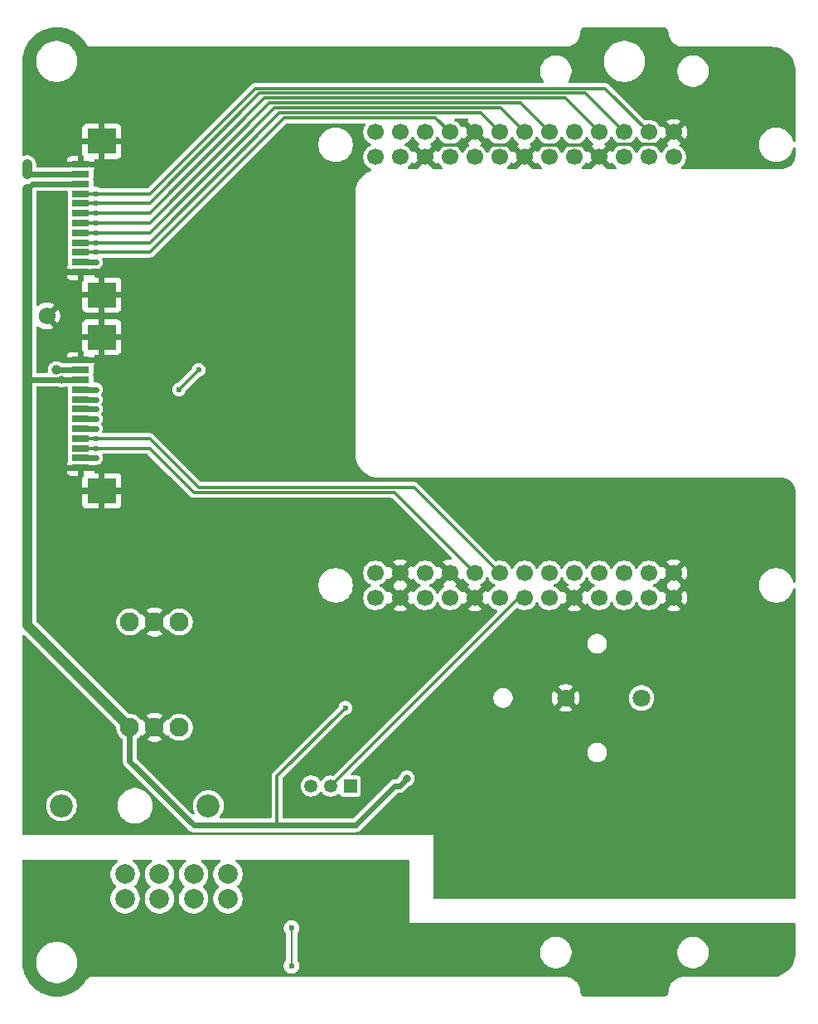
<source format=gbr>
%TF.GenerationSoftware,KiCad,Pcbnew,9.0.2*%
%TF.CreationDate,2025-06-09T15:32:08+03:00*%
%TF.ProjectId,PMCPU-LLU,504d4350-552d-44c4-9c55-2e6b69636164,rev?*%
%TF.SameCoordinates,Original*%
%TF.FileFunction,Copper,L2,Bot*%
%TF.FilePolarity,Positive*%
%FSLAX46Y46*%
G04 Gerber Fmt 4.6, Leading zero omitted, Abs format (unit mm)*
G04 Created by KiCad (PCBNEW 9.0.2) date 2025-06-09 15:32:08*
%MOMM*%
%LPD*%
G01*
G04 APERTURE LIST*
%TA.AperFunction,ComponentPad*%
%ADD10O,6.350000X6.350000*%
%TD*%
%TA.AperFunction,ComponentPad*%
%ADD11C,1.800000*%
%TD*%
%TA.AperFunction,ComponentPad*%
%ADD12C,1.700000*%
%TD*%
%TA.AperFunction,ComponentPad*%
%ADD13C,1.950000*%
%TD*%
%TA.AperFunction,ComponentPad*%
%ADD14R,1.350000X1.350000*%
%TD*%
%TA.AperFunction,ComponentPad*%
%ADD15C,1.350000*%
%TD*%
%TA.AperFunction,ComponentPad*%
%ADD16C,1.725000*%
%TD*%
%TA.AperFunction,ComponentPad*%
%ADD17C,2.000000*%
%TD*%
%TA.AperFunction,ComponentPad*%
%ADD18C,2.350000*%
%TD*%
%TA.AperFunction,SMDPad,CuDef*%
%ADD19R,1.803400X0.635000*%
%TD*%
%TA.AperFunction,SMDPad,CuDef*%
%ADD20R,2.997200X2.590800*%
%TD*%
%TA.AperFunction,ViaPad*%
%ADD21C,0.600000*%
%TD*%
%TA.AperFunction,ViaPad*%
%ADD22C,0.800000*%
%TD*%
%TA.AperFunction,ViaPad*%
%ADD23C,1.000000*%
%TD*%
%TA.AperFunction,Conductor*%
%ADD24C,0.200000*%
%TD*%
%TA.AperFunction,Conductor*%
%ADD25C,0.300000*%
%TD*%
%TA.AperFunction,Conductor*%
%ADD26C,1.000000*%
%TD*%
%TA.AperFunction,Conductor*%
%ADD27C,0.600000*%
%TD*%
G04 APERTURE END LIST*
D10*
%TO.P,PE1,1*%
%TO.N,PE*%
X22000000Y-46000000D03*
%TD*%
D11*
%TO.P,J1,1,1*%
%TO.N,/Vbat*%
X23750000Y-19000000D03*
%TO.P,J1,2,2*%
%TO.N,GND_BUS*%
X16000000Y-19000000D03*
%TD*%
D12*
%TO.P,U5,00,3V3*%
%TO.N,unconnected-(U5-3V3-Pad00)*%
X-3440000Y38770000D03*
%TO.P,U5,0A,RM_IO7*%
%TO.N,/SPI_MISO*%
X21960000Y38770000D03*
%TO.P,U5,0B,RM_IO8*%
%TO.N,/SPI_MOSI*%
X24500000Y38770000D03*
%TO.P,U5,0C,GND*%
%TO.N,GND_BUS*%
X27040000Y38770000D03*
%TO.P,U5,01,RM_IO0*%
%TO.N,unconnected-(U5-RM_IO0-Pad01)*%
X-900000Y38770000D03*
%TO.P,U5,1A,RM_IO11*%
%TO.N,unconnected-(U5-RM_IO11-Pad1A)*%
X21960000Y36230000D03*
%TO.P,U5,1B,RM_IO10*%
%TO.N,unconnected-(U5-RM_IO10-Pad1B)*%
X24500000Y36230000D03*
%TO.P,U5,1C,RM_IO9*%
%TO.N,unconnected-(U5-RM_IO9-Pad1C)*%
X27040000Y36230000D03*
%TO.P,U5,02,RM_IO1*%
%TO.N,unconnected-(U5-RM_IO1-Pad02)*%
X1640000Y38770000D03*
%TO.P,U5,2A,RM_IO30*%
%TO.N,/LED_0*%
X21960000Y-6230000D03*
%TO.P,U5,2B,RM_IO31*%
%TO.N,unconnected-(U5-RM_IO31-Pad2B)*%
X24500000Y-6230000D03*
%TO.P,U5,2C,GND*%
%TO.N,GND_BUS*%
X27040000Y-6230000D03*
%TO.P,U5,03,RM_IO2*%
%TO.N,/SPI_CS3*%
X4180000Y38770000D03*
%TO.P,U5,3A,RM_IO18*%
%TO.N,/I2C1_SCL*%
X21960000Y-8770000D03*
%TO.P,U5,3B,RM_IO20*%
%TO.N,/I2C1_SDA*%
X24500000Y-8770000D03*
%TO.P,U5,3C,GND*%
%TO.N,GND_BUS*%
X27040000Y-8770000D03*
%TO.P,U5,04,GND*%
X6720000Y38770000D03*
%TO.P,U5,05,RM_IO3*%
%TO.N,/SPI_CS2*%
X9260000Y38770000D03*
%TO.P,U5,06,RM_IO4*%
%TO.N,/SPI_CS1*%
X11800000Y38770000D03*
%TO.P,U5,07,RM_IO5*%
%TO.N,/SPI_CS0*%
X14340000Y38770000D03*
%TO.P,U5,08,3V3*%
%TO.N,unconnected-(U5-3V3-Pad08)*%
X16880000Y38770000D03*
%TO.P,U5,09,RM_IO6*%
%TO.N,/SPI_SCK*%
X19420000Y38770000D03*
%TO.P,U5,10,VSYS*%
%TO.N,+5V_CPU*%
X-3440000Y36230000D03*
%TO.P,U5,11,VSYS*%
X-900000Y36230000D03*
%TO.P,U5,12,GND*%
%TO.N,GND_BUS*%
X1640000Y36230000D03*
%TO.P,U5,13,RM_IO22*%
%TO.N,unconnected-(U5-RM_IO22-Pad13)*%
X4180000Y36230000D03*
%TO.P,U5,14,RM_IO23*%
%TO.N,unconnected-(U5-RM_IO23-Pad14)*%
X6720000Y36230000D03*
%TO.P,U5,15,RM_IO14*%
%TO.N,unconnected-(U5-RM_IO14-Pad15)*%
X9260000Y36230000D03*
%TO.P,U5,16,GND*%
%TO.N,GND_BUS*%
X11800000Y36230000D03*
%TO.P,U5,17,RM_IO13*%
%TO.N,unconnected-(U5-RM_IO13-Pad17)*%
X14340000Y36230000D03*
%TO.P,U5,18,RM_IO12*%
%TO.N,unconnected-(U5-RM_IO12-Pad18)*%
X16880000Y36230000D03*
%TO.P,U5,19,GND*%
%TO.N,GND_BUS*%
X19420000Y36230000D03*
%TO.P,U5,20,VSYS*%
%TO.N,unconnected-(U5-VSYS-Pad20)*%
X-3440000Y-6230000D03*
%TO.P,U5,21,GND*%
%TO.N,GND_BUS*%
X-900000Y-6230000D03*
%TO.P,U5,22,3V3*%
%TO.N,unconnected-(U5-3V3-Pad22)*%
X1640000Y-6230000D03*
%TO.P,U5,23,GND*%
%TO.N,GND_BUS*%
X4180000Y-6230000D03*
%TO.P,U5,24,RM_IO24*%
%TO.N,/I2C0_SCL*%
X6720000Y-6230000D03*
%TO.P,U5,25,RM_IO25*%
%TO.N,/I2C0_SDA*%
X9260000Y-6230000D03*
%TO.P,U5,26,RM_IO26*%
%TO.N,unconnected-(U5-RM_IO26-Pad26)*%
X11800000Y-6230000D03*
%TO.P,U5,27,RM_IO27*%
%TO.N,unconnected-(U5-RM_IO27-Pad27)*%
X14340000Y-6230000D03*
%TO.P,U5,28,RM_IO28*%
%TO.N,/LED_2*%
X16880000Y-6230000D03*
%TO.P,U5,29,RM_IO29*%
%TO.N,/LED_1*%
X19420000Y-6230000D03*
%TO.P,U5,30,1V8*%
%TO.N,unconnected-(U5-1V8-Pad30)*%
X-3440000Y-8770000D03*
%TO.P,U5,31,GND*%
%TO.N,GND_BUS*%
X-900000Y-8770000D03*
%TO.P,U5,32,ADC3*%
%TO.N,unconnected-(U5-ADC3-Pad32)*%
X1640000Y-8770000D03*
%TO.P,U5,33,ADC2*%
%TO.N,unconnected-(U5-ADC2-Pad33)*%
X4180000Y-8770000D03*
%TO.P,U5,34,GND*%
%TO.N,GND_BUS*%
X6720000Y-8770000D03*
%TO.P,U5,35,RM_IO16*%
%TO.N,/UART_TX*%
X9260000Y-8770000D03*
%TO.P,U5,36*%
%TO.N,/UART_RTS*%
X11800000Y-8770000D03*
%TO.P,U5,37*%
%TO.N,unconnected-(U5-Pad37)*%
X14340000Y-8770000D03*
%TO.P,U5,38,GND*%
%TO.N,GND_BUS*%
X16880000Y-8770000D03*
%TO.P,U5,39,RM_IO17*%
%TO.N,/UART_RX*%
X19420000Y-8770000D03*
%TD*%
D13*
%TO.P,J5,1,VIN*%
%TO.N,+24V_fuse*%
X-23460000Y-22000000D03*
%TO.P,J5,2,GND*%
%TO.N,GND_BUS*%
X-26000000Y-22000000D03*
%TO.P,J5,3,+VO*%
%TO.N,+3.3V_CPU*%
X-28540000Y-22000000D03*
%TD*%
D14*
%TO.P,J11,1,Pin_1*%
%TO.N,/UART_RX*%
X-6000000Y-28000000D03*
D15*
%TO.P,J11,2,Pin_2*%
%TO.N,/UART_RTS*%
X-8000000Y-28000000D03*
%TO.P,J11,3,Pin_3*%
%TO.N,/UART_TX*%
X-10000000Y-28000000D03*
%TD*%
D13*
%TO.P,J4,1,VIN*%
%TO.N,+24V_fuse*%
X-23460000Y-11235000D03*
%TO.P,J4,2,GND*%
%TO.N,GND_BUS*%
X-26000000Y-11235000D03*
%TO.P,J4,3,+VO*%
%TO.N,+5V_CPU*%
X-28540000Y-11235000D03*
%TD*%
D16*
%TO.P,U2,1*%
%TO.N,GND_BUS*%
X-37000000Y20000000D03*
%TD*%
D17*
%TO.P,J3,1,Pin_1*%
%TO.N,+24V_BUS*%
X-29000000Y-37000000D03*
%TO.P,J3,2,Pin_3*%
%TO.N,GND_BUS*%
X-25500000Y-37000000D03*
%TO.P,J3,3,3*%
%TO.N,/A*%
X-22000000Y-37000000D03*
%TO.P,J3,4,4*%
%TO.N,/B*%
X-18500000Y-37000000D03*
%TO.P,J3,5,Pin_9*%
%TO.N,PE*%
X-15000000Y-37000000D03*
%TO.P,J3,6,Pin_2*%
%TO.N,+24V_BUS*%
X-29000000Y-39500000D03*
%TO.P,J3,7,Pin_4*%
%TO.N,GND_BUS*%
X-25500000Y-39500000D03*
%TO.P,J3,8,Pin_6*%
%TO.N,/A*%
X-22000000Y-39500000D03*
%TO.P,J3,9,Pin_8*%
%TO.N,/B*%
X-18500000Y-39500000D03*
%TO.P,J3,10,Pin_10*%
%TO.N,PE*%
X-15000000Y-39500000D03*
%TD*%
D18*
%TO.P,U1,1,1*%
%TO.N,+24V_BUS*%
X-35500000Y-30000000D03*
%TO.P,U1,2,2*%
%TO.N,+24V_fuse*%
X-20500000Y-30000000D03*
%TD*%
D19*
%TO.P,J9,1,Pin_1*%
%TO.N,GND_BUS*%
X-33556000Y35499992D03*
%TO.P,J9,2,Pin_2*%
%TO.N,+5V_CPU*%
X-33556000Y34499994D03*
%TO.P,J9,3,Pin_3*%
%TO.N,+3.3V_CPU*%
X-33556000Y33499996D03*
%TO.P,J9,4,Pin_4*%
%TO.N,/SPI_MOSI*%
X-33556000Y32499998D03*
%TO.P,J9,5,Pin_5*%
%TO.N,/SPI_MISO*%
X-33556000Y31500000D03*
%TO.P,J9,6,Pin_6*%
%TO.N,/SPI_SCK*%
X-33556000Y30500000D03*
%TO.P,J9,7,Pin_7*%
%TO.N,/SPI_CS0*%
X-33556000Y29500000D03*
%TO.P,J9,8,Pin_8*%
%TO.N,/SPI_CS1*%
X-33556000Y28500000D03*
%TO.P,J9,9,Pin_9*%
%TO.N,/SPI_CS2*%
X-33556000Y27500002D03*
%TO.P,J9,10,Pin_10*%
%TO.N,/SPI_CS3*%
X-33556000Y26500004D03*
%TO.P,J9,11,Pin_11*%
%TO.N,Net-(J2-Pin_2)*%
X-33556000Y25500006D03*
%TO.P,J9,12,Pin_11*%
%TO.N,GND_BUS*%
X-33556000Y24500008D03*
D20*
%TO.P,J9,13,Pin_11*%
X-31385999Y37850003D03*
X-31385999Y22149997D03*
%TD*%
D19*
%TO.P,J8,1,Pin_1*%
%TO.N,GND_BUS*%
X-33556000Y15499992D03*
%TO.P,J8,2,Pin_2*%
%TO.N,+5V_CPU*%
X-33556000Y14499994D03*
%TO.P,J8,3,Pin_3*%
%TO.N,+3.3V_CPU*%
X-33556000Y13499996D03*
%TO.P,J8,4,Pin_4*%
%TO.N,Net-(J12-Pin_9)*%
X-33556000Y12499998D03*
%TO.P,J8,5,Pin_5*%
%TO.N,Net-(J12-Pin_8)*%
X-33556000Y11500000D03*
%TO.P,J8,6,Pin_6*%
%TO.N,Net-(J12-Pin_7)*%
X-33556000Y10500000D03*
%TO.P,J8,7,Pin_7*%
%TO.N,Net-(J12-Pin_6)*%
X-33556000Y9500000D03*
%TO.P,J8,8,Pin_8*%
%TO.N,Net-(J12-Pin_5)*%
X-33556000Y8500000D03*
%TO.P,J8,9,Pin_9*%
%TO.N,/I2C0_SDA*%
X-33556000Y7500002D03*
%TO.P,J8,10,Pin_10*%
%TO.N,/I2C0_SCL*%
X-33556000Y6500004D03*
%TO.P,J8,11,Pin_11*%
%TO.N,Net-(J12-Pin_2)*%
X-33556000Y5500006D03*
%TO.P,J8,12,Pin_11*%
%TO.N,GND_BUS*%
X-33556000Y4500008D03*
D20*
%TO.P,J8,13,Pin_11*%
X-31385999Y17850003D03*
X-31385999Y2149997D03*
%TD*%
D21*
%TO.N,/I2C0_SDA*%
X-32000000Y7500000D03*
%TO.N,/I2C0_SCL*%
X-32000000Y6500000D03*
%TO.N,+24V_fuse*%
X-21500000Y14500000D03*
X-23500000Y12500000D03*
%TO.N,+3.3V_CPU*%
X-6500000Y-20000000D03*
D22*
X-35500000Y13500000D03*
D21*
X-35500000Y33500000D03*
D22*
X-215000Y-27215000D03*
D21*
%TO.N,GND_BUS*%
X-29000000Y3000000D03*
X-34000000Y17000000D03*
X-34000000Y1000000D03*
X2500000Y-20500000D03*
X-12000000Y-46355000D03*
X-29000000Y17000000D03*
X-33000000Y40000000D03*
X2000000Y-21000000D03*
X1500000Y-21500000D03*
X-30000000Y0D03*
X-34000000Y23000000D03*
X-34000000Y3000000D03*
X-29000000Y21000000D03*
X-29000000Y1000000D03*
X-34000000Y19000000D03*
X-29000000Y23000000D03*
X-34000000Y37000000D03*
X2500000Y-21500000D03*
X-30000000Y20000000D03*
X-12000000Y-42500000D03*
X-29000000Y19000000D03*
X-33000000Y20000000D03*
X-34000000Y21000000D03*
X-33000000Y0D03*
X-29000000Y37000000D03*
X1500000Y-20500000D03*
X-34000000Y39000000D03*
X-29000000Y39000000D03*
X-30000000Y40000000D03*
D23*
%TO.N,+5V_CPU*%
X-36000000Y14500000D03*
X-39000000Y35500000D03*
X-39000000Y34500000D03*
D21*
%TO.N,/SPI_MISO*%
X-32000000Y31500000D03*
%TO.N,/SPI_CS2*%
X-32000000Y27500000D03*
%TO.N,/SPI_SCK*%
X-32000000Y30500000D03*
%TO.N,/SPI_CS0*%
X-32000000Y29500000D03*
%TO.N,/SPI_CS1*%
X-32000000Y28500000D03*
%TO.N,/SPI_CS3*%
X-32000000Y26500000D03*
%TO.N,/SPI_MOSI*%
X-32000000Y32500000D03*
%TO.N,Net-(J2-Pin_2)*%
X-32000000Y25500000D03*
%TO.N,Net-(J12-Pin_5)*%
X-32000000Y8500000D03*
%TO.N,Net-(J12-Pin_2)*%
X-32000000Y5500000D03*
%TO.N,Net-(J12-Pin_9)*%
X-32000000Y12500000D03*
%TO.N,Net-(J12-Pin_7)*%
X-32000000Y10500000D03*
%TO.N,Net-(J12-Pin_6)*%
X-32000000Y9500000D03*
%TO.N,Net-(J12-Pin_8)*%
X-32000000Y11500000D03*
%TD*%
D24*
%TO.N,GND_BUS*%
X-12000000Y-42500000D02*
X-12000000Y-46355000D01*
D25*
%TO.N,/I2C0_SDA*%
X-21500000Y2500000D02*
X530000Y2500000D01*
X530000Y2500000D02*
X9260000Y-6230000D01*
X-26500002Y7500002D02*
X-21500000Y2500000D01*
X-33556000Y7500002D02*
X-26500002Y7500002D01*
%TO.N,/I2C0_SCL*%
X-1510000Y2000000D02*
X6720000Y-6230000D01*
X-21999996Y2000000D02*
X-1510000Y2000000D01*
X-33556000Y6500004D02*
X-26500000Y6500004D01*
X-26500000Y6500004D02*
X-21999996Y2000000D01*
%TO.N,+24V_fuse*%
X-23500000Y12500000D02*
X-21500000Y14500000D01*
%TO.N,/UART_RTS*%
X11230000Y-8770000D02*
X-8000000Y-28000000D01*
X11800000Y-8770000D02*
X11230000Y-8770000D01*
D26*
%TO.N,+3.3V_CPU*%
X-38999000Y13500000D02*
X-38999000Y-11541000D01*
D27*
X-36000000Y33499996D02*
X-38498004Y33499996D01*
X-13500000Y-32000000D02*
X-22000000Y-32000000D01*
X-33556000Y33499996D02*
X-36000000Y33499996D01*
X-1500000Y-28000000D02*
X-5500000Y-32000000D01*
X-38498004Y33499996D02*
X-38999000Y32999000D01*
D25*
X-13500000Y-27000000D02*
X-13500000Y-32000000D01*
D27*
X-1000000Y-28000000D02*
X-1500000Y-28000000D01*
X-33556000Y13499996D02*
X-38998996Y13499996D01*
D26*
X-38999000Y32999000D02*
X-38999000Y13500000D01*
D27*
X-215000Y-27215000D02*
X-1000000Y-28000000D01*
X-38998996Y13499996D02*
X-38999000Y13500000D01*
D26*
X-38999000Y-11541000D02*
X-28540000Y-22000000D01*
D27*
X-22000000Y-32000000D02*
X-28540000Y-25460000D01*
X-28540000Y-25460000D02*
X-28540000Y-22000000D01*
X-5500000Y-32000000D02*
X-13500000Y-32000000D01*
D25*
X-6500000Y-20000000D02*
X-13500000Y-27000000D01*
%TO.N,GND_BUS*%
X5381000Y37431000D02*
X6720000Y38770000D01*
X2841000Y37431000D02*
X5381000Y37431000D01*
X10599000Y37431000D02*
X8059000Y37431000D01*
X11800000Y36230000D02*
X10599000Y37431000D01*
X20759000Y37569000D02*
X25839000Y37569000D01*
X1640000Y36230000D02*
X2841000Y37431000D01*
X25839000Y37569000D02*
X27040000Y38770000D01*
X13001000Y37431000D02*
X11800000Y36230000D01*
X18219000Y37431000D02*
X13001000Y37431000D01*
X8059000Y37431000D02*
X6720000Y38770000D01*
X19420000Y36230000D02*
X20759000Y37569000D01*
X19420000Y36230000D02*
X18219000Y37431000D01*
D26*
%TO.N,+5V_CPU*%
X-39000000Y35500000D02*
X-39000000Y34500000D01*
D27*
X-33556009Y34500000D02*
X-33556000Y34499991D01*
X-33556006Y34500000D02*
X-33556000Y34499994D01*
X-33556006Y14500000D02*
X-33556000Y14499994D01*
X-36000000Y34500000D02*
X-33556006Y34500000D01*
X-35000000Y14499994D02*
X-33556000Y14499994D01*
X-36000006Y14499994D02*
X-35000000Y14499994D01*
X-39000000Y34500000D02*
X-36000000Y34500000D01*
D24*
%TO.N,/SPI_MISO*%
X-33556003Y31500000D02*
X-33556000Y31499997D01*
D25*
X17980000Y42750000D02*
X21960000Y38770000D01*
X-26500000Y31500000D02*
X-15250000Y42750000D01*
X-15250000Y42750000D02*
X17980000Y42750000D01*
X-33556000Y31500000D02*
X-26500000Y31500000D01*
%TO.N,/SPI_CS2*%
X7280000Y40750000D02*
X9260000Y38770000D01*
X-26499998Y27500002D02*
X-13250000Y40750000D01*
X-33556000Y27500002D02*
X-26499998Y27500002D01*
X-13250000Y40750000D02*
X7280000Y40750000D01*
D24*
%TO.N,/SPI_SCK*%
X-33556001Y30500000D02*
X-33556000Y30499999D01*
D25*
X15940000Y42250000D02*
X19420000Y38770000D01*
X-26500000Y30500000D02*
X-14750000Y42250000D01*
X-14750000Y42250000D02*
X15940000Y42250000D01*
X-33556000Y30500000D02*
X-26500000Y30500000D01*
%TO.N,/SPI_CS0*%
X11360000Y41750000D02*
X14340000Y38770000D01*
X-14250000Y41750000D02*
X11360000Y41750000D01*
X-33556000Y29500000D02*
X-26500000Y29500000D01*
X-26500000Y29500000D02*
X-14250000Y41750000D01*
D24*
X-33556001Y29500000D02*
X-33556000Y29500001D01*
D25*
%TO.N,/SPI_CS1*%
X9320000Y41250000D02*
X11800000Y38770000D01*
X-26500000Y28500000D02*
X-13750000Y41250000D01*
X-31000000Y28500000D02*
X-26500000Y28500000D01*
X-33556000Y28500000D02*
X-31000000Y28500000D01*
X-13750000Y41250000D02*
X9320000Y41250000D01*
D24*
%TO.N,/SPI_CS3*%
X-33556007Y26500000D02*
X-33556000Y26500007D01*
D25*
X-12750000Y40250000D02*
X2700000Y40250000D01*
X-26499996Y26500004D02*
X-12750000Y40250000D01*
X-33556000Y26500004D02*
X-26499996Y26500004D01*
X2700000Y40250000D02*
X4180000Y38770000D01*
%TO.N,/SPI_MOSI*%
X-26500002Y32499998D02*
X-15750000Y43250000D01*
X20020000Y43250000D02*
X24500000Y38770000D01*
X-15750000Y43250000D02*
X20020000Y43250000D01*
X-33556000Y32499998D02*
X-26500002Y32499998D01*
D24*
%TO.N,Net-(J2-Pin_2)*%
X-33556000Y25500006D02*
X-33556006Y25500000D01*
D27*
X-33555994Y25500000D02*
X-33556000Y25500006D01*
X-32000000Y25500000D02*
X-33555994Y25500000D01*
%TO.N,Net-(J12-Pin_5)*%
X-32000000Y8500000D02*
X-33556000Y8500000D01*
%TO.N,Net-(J12-Pin_2)*%
X-33555994Y5500000D02*
X-33556000Y5500006D01*
X-32000000Y5500000D02*
X-33555994Y5500000D01*
%TO.N,Net-(J12-Pin_9)*%
X-33556000Y12499998D02*
X-32000002Y12499998D01*
X-32000002Y12499998D02*
X-32000000Y12500000D01*
%TO.N,Net-(J12-Pin_7)*%
X-32000000Y10500000D02*
X-33556000Y10500000D01*
%TO.N,Net-(J12-Pin_6)*%
X-32000000Y9500000D02*
X-33556000Y9500000D01*
%TO.N,Net-(J12-Pin_8)*%
X-32000000Y11500000D02*
X-33556000Y11500000D01*
%TD*%
%TA.AperFunction,Conductor*%
%TO.N,PE*%
G36*
X-29802824Y-35519685D02*
G01*
X-29757069Y-35572489D01*
X-29747125Y-35641647D01*
X-29776150Y-35705203D01*
X-29796976Y-35724316D01*
X-29977510Y-35855483D01*
X-29977512Y-35855485D01*
X-29977513Y-35855485D01*
X-30144515Y-36022487D01*
X-30144515Y-36022488D01*
X-30144517Y-36022490D01*
X-30204138Y-36104550D01*
X-30283343Y-36213566D01*
X-30390567Y-36424003D01*
X-30463554Y-36648631D01*
X-30500500Y-36881902D01*
X-30500500Y-37118097D01*
X-30463554Y-37351368D01*
X-30390567Y-37575996D01*
X-30283343Y-37786433D01*
X-30144517Y-37977510D01*
X-30144515Y-37977512D01*
X-29977510Y-38144517D01*
X-29970397Y-38149685D01*
X-29927734Y-38205017D01*
X-29921758Y-38274630D01*
X-29954366Y-38336424D01*
X-29970397Y-38350315D01*
X-29977510Y-38355482D01*
X-30144515Y-38522487D01*
X-30144515Y-38522488D01*
X-30144517Y-38522490D01*
X-30204138Y-38604550D01*
X-30283343Y-38713566D01*
X-30390567Y-38924003D01*
X-30463554Y-39148631D01*
X-30500500Y-39381902D01*
X-30500500Y-39618097D01*
X-30463554Y-39851368D01*
X-30390567Y-40075996D01*
X-30283343Y-40286433D01*
X-30144517Y-40477510D01*
X-29977510Y-40644517D01*
X-29786433Y-40783343D01*
X-29687009Y-40834002D01*
X-29575997Y-40890566D01*
X-29575995Y-40890566D01*
X-29575992Y-40890568D01*
X-29455588Y-40929689D01*
X-29351369Y-40963553D01*
X-29118097Y-41000500D01*
X-29118092Y-41000500D01*
X-28881903Y-41000500D01*
X-28648632Y-40963553D01*
X-28424008Y-40890568D01*
X-28213567Y-40783343D01*
X-28022490Y-40644517D01*
X-27855483Y-40477510D01*
X-27716657Y-40286433D01*
X-27609432Y-40075992D01*
X-27536447Y-39851368D01*
X-27499500Y-39618097D01*
X-27499500Y-39381902D01*
X-27536447Y-39148631D01*
X-27609434Y-38924003D01*
X-27716658Y-38713566D01*
X-27855483Y-38522490D01*
X-28022490Y-38355483D01*
X-28029599Y-38350318D01*
X-28072265Y-38294988D01*
X-28078244Y-38225375D01*
X-28045638Y-38163580D01*
X-28029599Y-38149682D01*
X-28029500Y-38149609D01*
X-28022490Y-38144517D01*
X-27855483Y-37977510D01*
X-27716657Y-37786433D01*
X-27609432Y-37575992D01*
X-27536447Y-37351368D01*
X-27499500Y-37118097D01*
X-27499500Y-36881902D01*
X-27536447Y-36648631D01*
X-27609434Y-36424003D01*
X-27716658Y-36213566D01*
X-27855483Y-36022490D01*
X-28022490Y-35855483D01*
X-28203024Y-35724317D01*
X-28245688Y-35668988D01*
X-28251667Y-35599374D01*
X-28219061Y-35537579D01*
X-28158222Y-35503222D01*
X-28130137Y-35500000D01*
X-26369863Y-35500000D01*
X-26302824Y-35519685D01*
X-26257069Y-35572489D01*
X-26247125Y-35641647D01*
X-26276150Y-35705203D01*
X-26296976Y-35724316D01*
X-26477510Y-35855483D01*
X-26477512Y-35855485D01*
X-26477513Y-35855485D01*
X-26644515Y-36022487D01*
X-26644515Y-36022488D01*
X-26644517Y-36022490D01*
X-26704138Y-36104550D01*
X-26783343Y-36213566D01*
X-26890567Y-36424003D01*
X-26963554Y-36648631D01*
X-27000500Y-36881902D01*
X-27000500Y-37118097D01*
X-26963554Y-37351368D01*
X-26890567Y-37575996D01*
X-26783343Y-37786433D01*
X-26644517Y-37977510D01*
X-26644515Y-37977512D01*
X-26477510Y-38144517D01*
X-26470397Y-38149685D01*
X-26427734Y-38205017D01*
X-26421758Y-38274630D01*
X-26454366Y-38336424D01*
X-26470397Y-38350315D01*
X-26477510Y-38355482D01*
X-26644515Y-38522487D01*
X-26644515Y-38522488D01*
X-26644517Y-38522490D01*
X-26704138Y-38604550D01*
X-26783343Y-38713566D01*
X-26890567Y-38924003D01*
X-26963554Y-39148631D01*
X-27000500Y-39381902D01*
X-27000500Y-39618097D01*
X-26963554Y-39851368D01*
X-26890567Y-40075996D01*
X-26783343Y-40286433D01*
X-26644517Y-40477510D01*
X-26477510Y-40644517D01*
X-26286433Y-40783343D01*
X-26187009Y-40834002D01*
X-26075997Y-40890566D01*
X-26075995Y-40890566D01*
X-26075992Y-40890568D01*
X-25955588Y-40929689D01*
X-25851369Y-40963553D01*
X-25618097Y-41000500D01*
X-25618092Y-41000500D01*
X-25381903Y-41000500D01*
X-25148632Y-40963553D01*
X-24924008Y-40890568D01*
X-24713567Y-40783343D01*
X-24522490Y-40644517D01*
X-24355483Y-40477510D01*
X-24216657Y-40286433D01*
X-24109432Y-40075992D01*
X-24036447Y-39851368D01*
X-23999500Y-39618097D01*
X-23999500Y-39381902D01*
X-24036447Y-39148631D01*
X-24109434Y-38924003D01*
X-24216658Y-38713566D01*
X-24355483Y-38522490D01*
X-24522490Y-38355483D01*
X-24529599Y-38350318D01*
X-24572265Y-38294988D01*
X-24578244Y-38225375D01*
X-24545638Y-38163580D01*
X-24529599Y-38149682D01*
X-24529500Y-38149609D01*
X-24522490Y-38144517D01*
X-24355483Y-37977510D01*
X-24216657Y-37786433D01*
X-24109432Y-37575992D01*
X-24036447Y-37351368D01*
X-23999500Y-37118097D01*
X-23999500Y-36881902D01*
X-24036447Y-36648631D01*
X-24109434Y-36424003D01*
X-24216658Y-36213566D01*
X-24355483Y-36022490D01*
X-24522490Y-35855483D01*
X-24703024Y-35724317D01*
X-24745688Y-35668988D01*
X-24751667Y-35599374D01*
X-24719061Y-35537579D01*
X-24658222Y-35503222D01*
X-24630137Y-35500000D01*
X-22869863Y-35500000D01*
X-22802824Y-35519685D01*
X-22757069Y-35572489D01*
X-22747125Y-35641647D01*
X-22776150Y-35705203D01*
X-22796976Y-35724316D01*
X-22977510Y-35855483D01*
X-22977512Y-35855485D01*
X-22977513Y-35855485D01*
X-23144515Y-36022487D01*
X-23144515Y-36022488D01*
X-23144517Y-36022490D01*
X-23204138Y-36104550D01*
X-23283343Y-36213566D01*
X-23390567Y-36424003D01*
X-23463554Y-36648631D01*
X-23500500Y-36881902D01*
X-23500500Y-37118097D01*
X-23463554Y-37351368D01*
X-23390567Y-37575996D01*
X-23283343Y-37786433D01*
X-23144517Y-37977510D01*
X-23144515Y-37977512D01*
X-22977510Y-38144517D01*
X-22970397Y-38149685D01*
X-22927734Y-38205017D01*
X-22921758Y-38274630D01*
X-22954366Y-38336424D01*
X-22970397Y-38350315D01*
X-22977510Y-38355482D01*
X-23144515Y-38522487D01*
X-23144515Y-38522488D01*
X-23144517Y-38522490D01*
X-23204138Y-38604550D01*
X-23283343Y-38713566D01*
X-23390567Y-38924003D01*
X-23463554Y-39148631D01*
X-23500500Y-39381902D01*
X-23500500Y-39618097D01*
X-23463554Y-39851368D01*
X-23390567Y-40075996D01*
X-23283343Y-40286433D01*
X-23144517Y-40477510D01*
X-22977510Y-40644517D01*
X-22786433Y-40783343D01*
X-22687009Y-40834002D01*
X-22575997Y-40890566D01*
X-22575995Y-40890566D01*
X-22575992Y-40890568D01*
X-22455588Y-40929689D01*
X-22351369Y-40963553D01*
X-22118097Y-41000500D01*
X-22118092Y-41000500D01*
X-21881903Y-41000500D01*
X-21648632Y-40963553D01*
X-21424008Y-40890568D01*
X-21213567Y-40783343D01*
X-21022490Y-40644517D01*
X-20855483Y-40477510D01*
X-20716657Y-40286433D01*
X-20609432Y-40075992D01*
X-20536447Y-39851368D01*
X-20499500Y-39618097D01*
X-20499500Y-39381902D01*
X-20536447Y-39148631D01*
X-20609434Y-38924003D01*
X-20716658Y-38713566D01*
X-20855483Y-38522490D01*
X-21022490Y-38355483D01*
X-21029599Y-38350318D01*
X-21072265Y-38294988D01*
X-21078244Y-38225375D01*
X-21045638Y-38163580D01*
X-21029599Y-38149682D01*
X-21029500Y-38149609D01*
X-21022490Y-38144517D01*
X-20855483Y-37977510D01*
X-20716657Y-37786433D01*
X-20609432Y-37575992D01*
X-20536447Y-37351368D01*
X-20499500Y-37118097D01*
X-20499500Y-36881902D01*
X-20536447Y-36648631D01*
X-20609434Y-36424003D01*
X-20716658Y-36213566D01*
X-20855483Y-36022490D01*
X-21022490Y-35855483D01*
X-21203024Y-35724317D01*
X-21245688Y-35668988D01*
X-21251667Y-35599374D01*
X-21219061Y-35537579D01*
X-21158222Y-35503222D01*
X-21130137Y-35500000D01*
X-19369863Y-35500000D01*
X-19302824Y-35519685D01*
X-19257069Y-35572489D01*
X-19247125Y-35641647D01*
X-19276150Y-35705203D01*
X-19296976Y-35724316D01*
X-19477510Y-35855483D01*
X-19477512Y-35855485D01*
X-19477513Y-35855485D01*
X-19644515Y-36022487D01*
X-19644515Y-36022488D01*
X-19644517Y-36022490D01*
X-19704138Y-36104550D01*
X-19783343Y-36213566D01*
X-19890567Y-36424003D01*
X-19963554Y-36648631D01*
X-20000500Y-36881902D01*
X-20000500Y-37118097D01*
X-19963554Y-37351368D01*
X-19890567Y-37575996D01*
X-19783343Y-37786433D01*
X-19644517Y-37977510D01*
X-19644515Y-37977512D01*
X-19477510Y-38144517D01*
X-19470397Y-38149685D01*
X-19427734Y-38205017D01*
X-19421758Y-38274630D01*
X-19454366Y-38336424D01*
X-19470397Y-38350315D01*
X-19477510Y-38355482D01*
X-19644515Y-38522487D01*
X-19644515Y-38522488D01*
X-19644517Y-38522490D01*
X-19704138Y-38604550D01*
X-19783343Y-38713566D01*
X-19890567Y-38924003D01*
X-19963554Y-39148631D01*
X-20000500Y-39381902D01*
X-20000500Y-39618097D01*
X-19963554Y-39851368D01*
X-19890567Y-40075996D01*
X-19783343Y-40286433D01*
X-19644517Y-40477510D01*
X-19477510Y-40644517D01*
X-19286433Y-40783343D01*
X-19187009Y-40834002D01*
X-19075997Y-40890566D01*
X-19075995Y-40890566D01*
X-19075992Y-40890568D01*
X-18955588Y-40929689D01*
X-18851369Y-40963553D01*
X-18618097Y-41000500D01*
X-18618092Y-41000500D01*
X-18381903Y-41000500D01*
X-18148632Y-40963553D01*
X-17924008Y-40890568D01*
X-17713567Y-40783343D01*
X-17522490Y-40644517D01*
X-17355483Y-40477510D01*
X-17216657Y-40286433D01*
X-17109432Y-40075992D01*
X-17036447Y-39851368D01*
X-16999500Y-39618097D01*
X-16999500Y-39381902D01*
X-17036447Y-39148631D01*
X-17109434Y-38924003D01*
X-17216658Y-38713566D01*
X-17355483Y-38522490D01*
X-17522490Y-38355483D01*
X-17529599Y-38350318D01*
X-17572265Y-38294988D01*
X-17578244Y-38225375D01*
X-17545638Y-38163580D01*
X-17529599Y-38149682D01*
X-17529500Y-38149609D01*
X-17522490Y-38144517D01*
X-17355483Y-37977510D01*
X-17216657Y-37786433D01*
X-17109432Y-37575992D01*
X-17036447Y-37351368D01*
X-16999500Y-37118097D01*
X-16999500Y-36881902D01*
X-17036447Y-36648631D01*
X-17109434Y-36424003D01*
X-17216658Y-36213566D01*
X-17355483Y-36022490D01*
X-17522490Y-35855483D01*
X-17703024Y-35724317D01*
X-17745688Y-35668988D01*
X-17751667Y-35599374D01*
X-17719061Y-35537579D01*
X-17658222Y-35503222D01*
X-17630137Y-35500000D01*
X-124000Y-35500000D01*
X-56961Y-35519685D01*
X-11206Y-35572489D01*
X0Y-35624000D01*
X0Y-42000000D01*
X39375500Y-42000000D01*
X39442539Y-42019685D01*
X39488294Y-42072489D01*
X39499500Y-42124000D01*
X39499500Y-44996249D01*
X39499274Y-45003736D01*
X39481728Y-45293794D01*
X39479923Y-45308659D01*
X39428219Y-45590798D01*
X39424635Y-45605336D01*
X39339306Y-45879167D01*
X39333997Y-45893168D01*
X39216275Y-46154736D01*
X39209316Y-46167995D01*
X39060928Y-46413459D01*
X39052422Y-46425782D01*
X38875526Y-46651573D01*
X38865596Y-46662781D01*
X38662781Y-46865596D01*
X38651573Y-46875526D01*
X38425782Y-47052422D01*
X38413459Y-47060928D01*
X38167995Y-47209316D01*
X38154736Y-47216275D01*
X37893168Y-47333997D01*
X37879167Y-47339306D01*
X37605336Y-47424635D01*
X37590798Y-47428219D01*
X37308659Y-47479923D01*
X37293794Y-47481728D01*
X37003736Y-47499274D01*
X36996249Y-47499500D01*
X27892682Y-47499500D01*
X27680235Y-47530044D01*
X27680225Y-47530047D01*
X27474284Y-47590517D01*
X27279061Y-47679672D01*
X27279048Y-47679679D01*
X27098485Y-47795720D01*
X26936275Y-47936275D01*
X26795720Y-48098485D01*
X26679679Y-48279048D01*
X26679672Y-48279061D01*
X26590517Y-48474284D01*
X26530047Y-48680225D01*
X26530044Y-48680235D01*
X26499500Y-48892682D01*
X26499500Y-48993038D01*
X26498720Y-49006922D01*
X26498720Y-49006923D01*
X26488540Y-49097264D01*
X26482362Y-49124333D01*
X26454648Y-49203537D01*
X26442600Y-49228555D01*
X26397957Y-49299604D01*
X26380644Y-49321313D01*
X26321313Y-49380644D01*
X26299604Y-49397957D01*
X26228555Y-49442600D01*
X26203537Y-49454648D01*
X26124333Y-49482362D01*
X26097264Y-49488540D01*
X26017075Y-49497576D01*
X26006921Y-49498720D01*
X25993038Y-49499500D01*
X18006962Y-49499500D01*
X17993078Y-49498720D01*
X17980553Y-49497308D01*
X17902735Y-49488540D01*
X17875666Y-49482362D01*
X17796462Y-49454648D01*
X17771444Y-49442600D01*
X17700395Y-49397957D01*
X17678686Y-49380644D01*
X17619355Y-49321313D01*
X17602042Y-49299604D01*
X17557399Y-49228555D01*
X17545351Y-49203537D01*
X17543861Y-49199280D01*
X17517636Y-49124331D01*
X17511459Y-49097263D01*
X17501280Y-49006922D01*
X17500500Y-48993038D01*
X17500500Y-48892683D01*
X17500500Y-48892682D01*
X17469954Y-48680231D01*
X17409484Y-48474290D01*
X17409483Y-48474288D01*
X17409482Y-48474284D01*
X17320327Y-48279061D01*
X17320320Y-48279048D01*
X17249102Y-48168231D01*
X17204281Y-48098487D01*
X17124227Y-48006100D01*
X17063724Y-47936275D01*
X16901514Y-47795720D01*
X16901513Y-47795719D01*
X16820979Y-47743963D01*
X16720951Y-47679679D01*
X16720938Y-47679672D01*
X16525715Y-47590517D01*
X16319774Y-47530047D01*
X16319764Y-47530044D01*
X16128754Y-47502582D01*
X16107318Y-47499500D01*
X16065892Y-47499500D01*
X-32601792Y-47499500D01*
X-32729088Y-47533608D01*
X-32843214Y-47599500D01*
X-32936400Y-47692685D01*
X-32967736Y-47746958D01*
X-32971126Y-47752489D01*
X-33165305Y-48051501D01*
X-33172934Y-48062002D01*
X-33395280Y-48336575D01*
X-33403965Y-48346220D01*
X-33653780Y-48596036D01*
X-33663425Y-48604721D01*
X-33937998Y-48827066D01*
X-33948499Y-48834695D01*
X-34244797Y-49027113D01*
X-34256037Y-49033603D01*
X-34570837Y-49194001D01*
X-34582694Y-49199280D01*
X-34912528Y-49325891D01*
X-34924872Y-49329902D01*
X-35266142Y-49421346D01*
X-35278839Y-49424044D01*
X-35627783Y-49479310D01*
X-35640690Y-49480667D01*
X-35993510Y-49499158D01*
X-36006490Y-49499158D01*
X-36359311Y-49480667D01*
X-36372218Y-49479310D01*
X-36721162Y-49424044D01*
X-36733859Y-49421346D01*
X-37075130Y-49329902D01*
X-37087474Y-49325891D01*
X-37417308Y-49199280D01*
X-37429165Y-49194001D01*
X-37559663Y-49127509D01*
X-37743971Y-49033599D01*
X-37755190Y-49027122D01*
X-38051508Y-48834691D01*
X-38062002Y-48827066D01*
X-38336576Y-48604721D01*
X-38346221Y-48596036D01*
X-38596037Y-48346220D01*
X-38604722Y-48336575D01*
X-38741044Y-48168231D01*
X-38827074Y-48061992D01*
X-38834689Y-48051511D01*
X-39027121Y-47755190D01*
X-39033597Y-47743976D01*
X-39194007Y-47429153D01*
X-39199276Y-47417317D01*
X-39325894Y-47087468D01*
X-39329903Y-47075129D01*
X-39332779Y-47064397D01*
X-39421349Y-46733852D01*
X-39424045Y-46721161D01*
X-39431098Y-46676632D01*
X-39469550Y-46433846D01*
X-39479311Y-46372217D01*
X-39480668Y-46359310D01*
X-39499330Y-46003222D01*
X-39499500Y-45996732D01*
X-39499500Y-45862332D01*
X-38100500Y-45862332D01*
X-38100500Y-46137667D01*
X-38100499Y-46137684D01*
X-38064562Y-46410655D01*
X-38064561Y-46410660D01*
X-38064560Y-46410666D01*
X-38041035Y-46498462D01*
X-37993296Y-46676630D01*
X-37887925Y-46931017D01*
X-37887920Y-46931028D01*
X-37817832Y-47052422D01*
X-37750249Y-47169479D01*
X-37750247Y-47169482D01*
X-37750246Y-47169483D01*
X-37582630Y-47387926D01*
X-37582624Y-47387933D01*
X-37387934Y-47582623D01*
X-37387928Y-47582628D01*
X-37169479Y-47750249D01*
X-37057294Y-47815019D01*
X-36931029Y-47887919D01*
X-36931024Y-47887921D01*
X-36931021Y-47887923D01*
X-36676632Y-47993295D01*
X-36410666Y-48064560D01*
X-36137674Y-48100500D01*
X-36137667Y-48100500D01*
X-35862333Y-48100500D01*
X-35862326Y-48100500D01*
X-35589334Y-48064560D01*
X-35323368Y-47993295D01*
X-35068979Y-47887923D01*
X-34830521Y-47750249D01*
X-34612072Y-47582628D01*
X-34417372Y-47387928D01*
X-34249751Y-47169479D01*
X-34112077Y-46931021D01*
X-34006705Y-46676632D01*
X-33935440Y-46410666D01*
X-33899500Y-46137674D01*
X-33899500Y-45862326D01*
X-33935440Y-45589334D01*
X-34006705Y-45323368D01*
X-34112077Y-45068979D01*
X-34112079Y-45068976D01*
X-34112081Y-45068971D01*
X-34189945Y-44934108D01*
X-34249751Y-44830521D01*
X-34417372Y-44612072D01*
X-34417377Y-44612066D01*
X-34612067Y-44417376D01*
X-34612074Y-44417370D01*
X-34830517Y-44249754D01*
X-34830518Y-44249753D01*
X-34830521Y-44249751D01*
X-34925593Y-44194861D01*
X-35068972Y-44112080D01*
X-35068983Y-44112075D01*
X-35323370Y-44006704D01*
X-35456351Y-43971072D01*
X-35589334Y-43935440D01*
X-35589340Y-43935439D01*
X-35589345Y-43935438D01*
X-35862316Y-43899501D01*
X-35862321Y-43899500D01*
X-35862326Y-43899500D01*
X-36137674Y-43899500D01*
X-36137680Y-43899500D01*
X-36137685Y-43899501D01*
X-36410656Y-43935438D01*
X-36410663Y-43935439D01*
X-36410666Y-43935440D01*
X-36466875Y-43950500D01*
X-36676631Y-44006704D01*
X-36931018Y-44112075D01*
X-36931029Y-44112080D01*
X-37169484Y-44249754D01*
X-37387927Y-44417370D01*
X-37387934Y-44417376D01*
X-37582624Y-44612066D01*
X-37582630Y-44612073D01*
X-37750246Y-44830516D01*
X-37887920Y-45068971D01*
X-37887925Y-45068982D01*
X-37993296Y-45323369D01*
X-38064559Y-45589331D01*
X-38064562Y-45589344D01*
X-38100499Y-45862315D01*
X-38100500Y-45862332D01*
X-39499500Y-45862332D01*
X-39499500Y-42421153D01*
X-12800500Y-42421153D01*
X-12800500Y-42578846D01*
X-12769739Y-42733489D01*
X-12769736Y-42733501D01*
X-12709398Y-42879172D01*
X-12709391Y-42879185D01*
X-12621398Y-43010874D01*
X-12600520Y-43077551D01*
X-12600500Y-43079765D01*
X-12600500Y-45775234D01*
X-12620185Y-45842273D01*
X-12621398Y-45844125D01*
X-12709391Y-45975814D01*
X-12709398Y-45975827D01*
X-12769736Y-46121498D01*
X-12769739Y-46121510D01*
X-12800500Y-46276153D01*
X-12800500Y-46433846D01*
X-12769739Y-46588489D01*
X-12769736Y-46588501D01*
X-12709398Y-46734172D01*
X-12709391Y-46734185D01*
X-12621790Y-46865288D01*
X-12621787Y-46865292D01*
X-12510293Y-46976786D01*
X-12510289Y-46976789D01*
X-12379186Y-47064390D01*
X-12379173Y-47064397D01*
X-12302607Y-47096111D01*
X-12233497Y-47124737D01*
X-12078847Y-47155499D01*
X-12078844Y-47155500D01*
X-12078842Y-47155500D01*
X-11921156Y-47155500D01*
X-11921155Y-47155499D01*
X-11766503Y-47124737D01*
X-11620821Y-47064394D01*
X-11489711Y-46976789D01*
X-11378211Y-46865289D01*
X-11290606Y-46734179D01*
X-11287875Y-46727587D01*
X-11276933Y-46701166D01*
X-11230263Y-46588497D01*
X-11199500Y-46433842D01*
X-11199500Y-46276158D01*
X-11199500Y-46276155D01*
X-11199501Y-46276153D01*
X-11223653Y-46154736D01*
X-11230263Y-46121503D01*
X-11230265Y-46121498D01*
X-11290603Y-45975827D01*
X-11290610Y-45975814D01*
X-11378602Y-45844125D01*
X-11399480Y-45777447D01*
X-11399500Y-45775234D01*
X-11399500Y-44874038D01*
X13399500Y-44874038D01*
X13399500Y-45125961D01*
X13438910Y-45374785D01*
X13516760Y-45614383D01*
X13631132Y-45838848D01*
X13779201Y-46042649D01*
X13779205Y-46042654D01*
X13957345Y-46220794D01*
X13957350Y-46220798D01*
X14135117Y-46349952D01*
X14161155Y-46368870D01*
X14288670Y-46433842D01*
X14385616Y-46483239D01*
X14385618Y-46483239D01*
X14385621Y-46483241D01*
X14625215Y-46561090D01*
X14874038Y-46600500D01*
X14874039Y-46600500D01*
X15125961Y-46600500D01*
X15125962Y-46600500D01*
X15374785Y-46561090D01*
X15614379Y-46483241D01*
X15838845Y-46368870D01*
X16042656Y-46220793D01*
X16220793Y-46042656D01*
X16368870Y-45838845D01*
X16483241Y-45614379D01*
X16561090Y-45374785D01*
X16600500Y-45125962D01*
X16600500Y-44874038D01*
X27399500Y-44874038D01*
X27399500Y-45125961D01*
X27438910Y-45374785D01*
X27516760Y-45614383D01*
X27631132Y-45838848D01*
X27779201Y-46042649D01*
X27779205Y-46042654D01*
X27957345Y-46220794D01*
X27957350Y-46220798D01*
X28135117Y-46349952D01*
X28161155Y-46368870D01*
X28288670Y-46433842D01*
X28385616Y-46483239D01*
X28385618Y-46483239D01*
X28385621Y-46483241D01*
X28625215Y-46561090D01*
X28874038Y-46600500D01*
X28874039Y-46600500D01*
X29125961Y-46600500D01*
X29125962Y-46600500D01*
X29374785Y-46561090D01*
X29614379Y-46483241D01*
X29838845Y-46368870D01*
X30042656Y-46220793D01*
X30220793Y-46042656D01*
X30368870Y-45838845D01*
X30483241Y-45614379D01*
X30561090Y-45374785D01*
X30600500Y-45125962D01*
X30600500Y-44874038D01*
X30561090Y-44625215D01*
X30483241Y-44385621D01*
X30483239Y-44385618D01*
X30483239Y-44385616D01*
X30414013Y-44249754D01*
X30368870Y-44161155D01*
X30256656Y-44006705D01*
X30220798Y-43957350D01*
X30220794Y-43957345D01*
X30042654Y-43779205D01*
X30042649Y-43779201D01*
X29838848Y-43631132D01*
X29838847Y-43631131D01*
X29838845Y-43631130D01*
X29768747Y-43595413D01*
X29614383Y-43516760D01*
X29374785Y-43438910D01*
X29125962Y-43399500D01*
X28874038Y-43399500D01*
X28749626Y-43419205D01*
X28625214Y-43438910D01*
X28385616Y-43516760D01*
X28161151Y-43631132D01*
X27957350Y-43779201D01*
X27957345Y-43779205D01*
X27779205Y-43957345D01*
X27779201Y-43957350D01*
X27631132Y-44161151D01*
X27516760Y-44385616D01*
X27438910Y-44625214D01*
X27399500Y-44874038D01*
X16600500Y-44874038D01*
X16561090Y-44625215D01*
X16483241Y-44385621D01*
X16483239Y-44385618D01*
X16483239Y-44385616D01*
X16414013Y-44249754D01*
X16368870Y-44161155D01*
X16256656Y-44006705D01*
X16220798Y-43957350D01*
X16220794Y-43957345D01*
X16042654Y-43779205D01*
X16042649Y-43779201D01*
X15838848Y-43631132D01*
X15838847Y-43631131D01*
X15838845Y-43631130D01*
X15768747Y-43595413D01*
X15614383Y-43516760D01*
X15374785Y-43438910D01*
X15125962Y-43399500D01*
X14874038Y-43399500D01*
X14749626Y-43419205D01*
X14625214Y-43438910D01*
X14385616Y-43516760D01*
X14161151Y-43631132D01*
X13957350Y-43779201D01*
X13957345Y-43779205D01*
X13779205Y-43957345D01*
X13779201Y-43957350D01*
X13631132Y-44161151D01*
X13516760Y-44385616D01*
X13438910Y-44625214D01*
X13399500Y-44874038D01*
X-11399500Y-44874038D01*
X-11399500Y-43079765D01*
X-11379815Y-43012726D01*
X-11378602Y-43010874D01*
X-11290610Y-42879185D01*
X-11290610Y-42879184D01*
X-11290606Y-42879179D01*
X-11230263Y-42733497D01*
X-11199500Y-42578842D01*
X-11199500Y-42421158D01*
X-11199500Y-42421155D01*
X-11199501Y-42421153D01*
X-11230262Y-42266510D01*
X-11230263Y-42266503D01*
X-11289289Y-42124000D01*
X-11290603Y-42120827D01*
X-11290610Y-42120814D01*
X-11378211Y-41989711D01*
X-11378214Y-41989707D01*
X-11489708Y-41878213D01*
X-11489712Y-41878210D01*
X-11620815Y-41790609D01*
X-11620828Y-41790602D01*
X-11766499Y-41730264D01*
X-11766511Y-41730261D01*
X-11921155Y-41699500D01*
X-11921158Y-41699500D01*
X-12078842Y-41699500D01*
X-12078845Y-41699500D01*
X-12233490Y-41730261D01*
X-12233502Y-41730264D01*
X-12379173Y-41790602D01*
X-12379186Y-41790609D01*
X-12510289Y-41878210D01*
X-12510293Y-41878213D01*
X-12621787Y-41989707D01*
X-12621790Y-41989711D01*
X-12709391Y-42120814D01*
X-12709398Y-42120827D01*
X-12769736Y-42266498D01*
X-12769739Y-42266510D01*
X-12800500Y-42421153D01*
X-39499500Y-42421153D01*
X-39499500Y-35624000D01*
X-39479815Y-35556961D01*
X-39427011Y-35511206D01*
X-39375500Y-35500000D01*
X-29869863Y-35500000D01*
X-29802824Y-35519685D01*
G37*
%TD.AperFunction*%
%TD*%
%TA.AperFunction,Conductor*%
%TO.N,GND_BUS*%
G36*
X-4528311Y39679538D02*
G01*
X-4473773Y39625000D01*
X-4453811Y39550500D01*
X-4473773Y39476000D01*
X-4482262Y39462928D01*
X-4505873Y39430431D01*
X-4509527Y39425401D01*
X-4598879Y39250037D01*
X-4598883Y39250028D01*
X-4598884Y39250025D01*
X-4659709Y39062826D01*
X-4690500Y38868417D01*
X-4690500Y38671583D01*
X-4659709Y38477174D01*
X-4598884Y38289975D01*
X-4598881Y38289970D01*
X-4598879Y38289964D01*
X-4528288Y38151422D01*
X-4509524Y38114595D01*
X-4393828Y37955354D01*
X-4254646Y37816172D01*
X-4095405Y37700476D01*
X-4056786Y37680799D01*
X-3962505Y37632760D01*
X-3905187Y37581151D01*
X-3881353Y37507798D01*
X-3897389Y37432356D01*
X-3948998Y37375038D01*
X-3962505Y37367240D01*
X-4095402Y37299526D01*
X-4095407Y37299523D01*
X-4254637Y37183835D01*
X-4254648Y37183826D01*
X-4393826Y37044648D01*
X-4393835Y37044637D01*
X-4509523Y36885407D01*
X-4509526Y36885402D01*
X-4598879Y36710037D01*
X-4598883Y36710028D01*
X-4598884Y36710025D01*
X-4659709Y36522826D01*
X-4690500Y36328417D01*
X-4690500Y36131583D01*
X-4659709Y35937174D01*
X-4598884Y35749975D01*
X-4598881Y35749970D01*
X-4598879Y35749964D01*
X-4528288Y35611422D01*
X-4509524Y35574595D01*
X-4393828Y35415354D01*
X-4254646Y35276172D01*
X-4095405Y35160476D01*
X-3943329Y35082990D01*
X-3886011Y35031382D01*
X-3862177Y34958029D01*
X-3878213Y34882586D01*
X-3929821Y34825268D01*
X-3958135Y34810913D01*
X-4028109Y34784375D01*
X-4028111Y34784374D01*
X-4295965Y34643794D01*
X-4544922Y34471952D01*
X-4771352Y34271352D01*
X-4971952Y34044922D01*
X-5143794Y33795965D01*
X-5284374Y33528111D01*
X-5284380Y33528099D01*
X-5391642Y33245271D01*
X-5391645Y33245262D01*
X-5464035Y32951561D01*
X-5464037Y32951554D01*
X-5464037Y32951551D01*
X-5500500Y32651252D01*
X-5500500Y32565892D01*
X-5500500Y6065892D01*
X-5500500Y6000000D01*
X-5500500Y5848748D01*
X-5482964Y5704330D01*
X-5464037Y5548447D01*
X-5464035Y5548440D01*
X-5391645Y5254739D01*
X-5391642Y5254730D01*
X-5284380Y4971902D01*
X-5284375Y4971892D01*
X-5284373Y4971887D01*
X-5235740Y4879225D01*
X-5184716Y4782006D01*
X-5143792Y4704033D01*
X-4971950Y4455076D01*
X-4771352Y4228648D01*
X-4544924Y4028050D01*
X-4295967Y3856208D01*
X-4028113Y3715627D01*
X-4028105Y3715624D01*
X-4028099Y3715621D01*
X-3782215Y3622370D01*
X-3745266Y3608357D01*
X-3451551Y3535963D01*
X-3151252Y3499500D01*
X-3065892Y3499500D01*
X37934108Y3499500D01*
X37994683Y3499500D01*
X38005312Y3499120D01*
X38030112Y3497347D01*
X38202774Y3484998D01*
X38223803Y3481975D01*
X38412054Y3441024D01*
X38432437Y3435038D01*
X38612933Y3367716D01*
X38632265Y3358888D01*
X38801340Y3266566D01*
X38819222Y3255074D01*
X38973431Y3139634D01*
X38989497Y3125713D01*
X39125712Y2989498D01*
X39139633Y2973432D01*
X39255073Y2819223D01*
X39266567Y2801338D01*
X39358886Y2632267D01*
X39367717Y2612930D01*
X39435034Y2432448D01*
X39441024Y2412049D01*
X39481972Y2223812D01*
X39484997Y2202770D01*
X39499120Y2005314D01*
X39499500Y1994684D01*
X39499500Y-7067058D01*
X39479538Y-7141558D01*
X39425000Y-7196096D01*
X39350500Y-7216058D01*
X39276000Y-7196096D01*
X39221462Y-7141558D01*
X39206577Y-7105621D01*
X39161159Y-6936116D01*
X39161159Y-6936115D01*
X39140152Y-6885401D01*
X39073344Y-6724112D01*
X38958611Y-6525388D01*
X38958608Y-6525384D01*
X38958608Y-6525383D01*
X38818918Y-6343338D01*
X38656661Y-6181081D01*
X38474615Y-6041391D01*
X38275892Y-5926658D01*
X38275890Y-5926657D01*
X38275888Y-5926656D01*
X38209786Y-5899275D01*
X38063884Y-5838840D01*
X37842231Y-5779450D01*
X37614737Y-5749500D01*
X37614734Y-5749500D01*
X37385266Y-5749500D01*
X37385262Y-5749500D01*
X37157770Y-5779450D01*
X37157767Y-5779450D01*
X36936116Y-5838840D01*
X36936115Y-5838840D01*
X36724107Y-5926658D01*
X36525384Y-6041391D01*
X36525383Y-6041391D01*
X36343338Y-6181081D01*
X36181081Y-6343338D01*
X36041391Y-6525383D01*
X36041391Y-6525384D01*
X35926658Y-6724107D01*
X35838840Y-6936115D01*
X35838840Y-6936116D01*
X35779450Y-7157767D01*
X35779450Y-7157770D01*
X35749500Y-7385262D01*
X35749500Y-7614737D01*
X35779450Y-7842229D01*
X35779450Y-7842232D01*
X35838840Y-8063883D01*
X35838840Y-8063884D01*
X35926658Y-8275892D01*
X36041391Y-8474615D01*
X36041391Y-8474616D01*
X36181081Y-8656661D01*
X36343339Y-8818919D01*
X36525388Y-8958611D01*
X36724112Y-9073344D01*
X36903062Y-9147467D01*
X36936115Y-9161159D01*
X37032095Y-9186876D01*
X37157762Y-9220548D01*
X37157766Y-9220548D01*
X37157768Y-9220549D01*
X37209716Y-9227388D01*
X37385263Y-9250499D01*
X37385264Y-9250500D01*
X37385266Y-9250500D01*
X37614736Y-9250500D01*
X37614736Y-9250499D01*
X37842230Y-9220549D01*
X37842232Y-9220549D01*
X37842233Y-9220548D01*
X37842238Y-9220548D01*
X38063883Y-9161159D01*
X38063884Y-9161159D01*
X38063885Y-9161158D01*
X38063887Y-9161158D01*
X38275888Y-9073344D01*
X38474612Y-8958611D01*
X38656661Y-8818919D01*
X38818919Y-8656661D01*
X38958611Y-8474612D01*
X39073344Y-8275888D01*
X39161158Y-8063887D01*
X39206578Y-7894376D01*
X39245140Y-7827583D01*
X39311935Y-7789018D01*
X39389063Y-7789018D01*
X39455858Y-7827581D01*
X39494423Y-7894376D01*
X39499500Y-7932941D01*
X39499500Y-39351000D01*
X39479538Y-39425500D01*
X39425000Y-39480038D01*
X39350500Y-39500000D01*
X2649000Y-39500000D01*
X2574500Y-39480038D01*
X2519962Y-39425500D01*
X2500000Y-39351000D01*
X2500000Y-33000000D01*
X-39350500Y-33000000D01*
X-39425000Y-32980038D01*
X-39479538Y-32925500D01*
X-39499500Y-32851000D01*
X-39499500Y-29876005D01*
X-37075500Y-29876005D01*
X-37075500Y-30123995D01*
X-37058840Y-30229185D01*
X-37036707Y-30368930D01*
X-36982225Y-30536607D01*
X-36960073Y-30604782D01*
X-36960070Y-30604787D01*
X-36960068Y-30604793D01*
X-36847491Y-30825738D01*
X-36847487Y-30825746D01*
X-36719103Y-31002450D01*
X-36701724Y-31026370D01*
X-36526370Y-31201724D01*
X-36526367Y-31201726D01*
X-36325747Y-31347486D01*
X-36325745Y-31347487D01*
X-36325742Y-31347489D01*
X-36104782Y-31460073D01*
X-35868931Y-31536706D01*
X-35623995Y-31575500D01*
X-35623991Y-31575500D01*
X-35376009Y-31575500D01*
X-35376005Y-31575500D01*
X-35131069Y-31536706D01*
X-34895218Y-31460073D01*
X-34674258Y-31347489D01*
X-34473630Y-31201724D01*
X-34298276Y-31026370D01*
X-34152511Y-30825742D01*
X-34039927Y-30604782D01*
X-33963294Y-30368931D01*
X-33924500Y-30123995D01*
X-33924500Y-29881983D01*
X-29800500Y-29881983D01*
X-29800500Y-30118016D01*
X-29769695Y-30352006D01*
X-29769694Y-30352012D01*
X-29769693Y-30352014D01*
X-29763030Y-30376882D01*
X-29708605Y-30579996D01*
X-29618281Y-30798056D01*
X-29515537Y-30976013D01*
X-29500273Y-31002450D01*
X-29356592Y-31189699D01*
X-29189699Y-31356592D01*
X-29002450Y-31500273D01*
X-28939346Y-31536706D01*
X-28798057Y-31618280D01*
X-28798054Y-31618281D01*
X-28798049Y-31618284D01*
X-28579993Y-31708606D01*
X-28352014Y-31769693D01*
X-28352008Y-31769693D01*
X-28352007Y-31769694D01*
X-28288397Y-31778068D01*
X-28118011Y-31800500D01*
X-27881989Y-31800500D01*
X-27647986Y-31769693D01*
X-27420007Y-31708606D01*
X-27201951Y-31618284D01*
X-26997550Y-31500273D01*
X-26810301Y-31356592D01*
X-26643408Y-31189699D01*
X-26499727Y-31002450D01*
X-26381716Y-30798049D01*
X-26291394Y-30579993D01*
X-26230307Y-30352014D01*
X-26199500Y-30118011D01*
X-26199500Y-29881989D01*
X-26230307Y-29647986D01*
X-26291394Y-29420007D01*
X-26381716Y-29201951D01*
X-26381719Y-29201946D01*
X-26381720Y-29201943D01*
X-26454723Y-29075499D01*
X-26499727Y-28997550D01*
X-26643408Y-28810301D01*
X-26810301Y-28643408D01*
X-26997550Y-28499727D01*
X-27023987Y-28484463D01*
X-27201944Y-28381719D01*
X-27420004Y-28291395D01*
X-27420006Y-28291394D01*
X-27420007Y-28291394D01*
X-27647986Y-28230307D01*
X-27647988Y-28230306D01*
X-27647994Y-28230305D01*
X-27881984Y-28199500D01*
X-27881989Y-28199500D01*
X-28118011Y-28199500D01*
X-28118017Y-28199500D01*
X-28352007Y-28230305D01*
X-28579997Y-28291395D01*
X-28798057Y-28381719D01*
X-29002449Y-28499726D01*
X-29002450Y-28499727D01*
X-29189699Y-28643408D01*
X-29189701Y-28643409D01*
X-29189705Y-28643413D01*
X-29356587Y-28810295D01*
X-29356591Y-28810299D01*
X-29356592Y-28810301D01*
X-29435657Y-28913341D01*
X-29500274Y-28997551D01*
X-29618281Y-29201943D01*
X-29708605Y-29420003D01*
X-29769695Y-29647993D01*
X-29800500Y-29881983D01*
X-33924500Y-29881983D01*
X-33924500Y-29876005D01*
X-33963294Y-29631069D01*
X-34039927Y-29395218D01*
X-34152511Y-29174258D01*
X-34152513Y-29174255D01*
X-34152514Y-29174253D01*
X-34298274Y-28973633D01*
X-34298276Y-28973630D01*
X-34473630Y-28798276D01*
X-34599922Y-28706519D01*
X-34674254Y-28652513D01*
X-34674262Y-28652509D01*
X-34895207Y-28539932D01*
X-34895213Y-28539930D01*
X-34895218Y-28539927D01*
X-35018943Y-28499726D01*
X-35131070Y-28463293D01*
X-35270815Y-28441160D01*
X-35376005Y-28424500D01*
X-35623995Y-28424500D01*
X-35718987Y-28439545D01*
X-35868931Y-28463293D01*
X-36104776Y-28539925D01*
X-36104782Y-28539927D01*
X-36104785Y-28539928D01*
X-36104794Y-28539932D01*
X-36325739Y-28652509D01*
X-36325747Y-28652513D01*
X-36526367Y-28798273D01*
X-36701727Y-28973633D01*
X-36847487Y-29174253D01*
X-36847491Y-29174261D01*
X-36960068Y-29395206D01*
X-36960075Y-29395224D01*
X-37036707Y-29631069D01*
X-37058381Y-29767917D01*
X-37075500Y-29876005D01*
X-39499500Y-29876005D01*
X-39499500Y-12673717D01*
X-39479538Y-12599217D01*
X-39425000Y-12544679D01*
X-39350500Y-12524717D01*
X-39276000Y-12544679D01*
X-39245141Y-12568358D01*
X-29959141Y-21854358D01*
X-29920577Y-21921153D01*
X-29915500Y-21959717D01*
X-29915500Y-22108254D01*
X-29902616Y-22189598D01*
X-29881629Y-22322103D01*
X-29814728Y-22528002D01*
X-29814724Y-22528014D01*
X-29790262Y-22576022D01*
X-29716433Y-22720919D01*
X-29589172Y-22896078D01*
X-29436078Y-23049172D01*
X-29301917Y-23146646D01*
X-29253382Y-23206582D01*
X-29240500Y-23267186D01*
X-29240500Y-25528997D01*
X-29213581Y-25664327D01*
X-29213580Y-25664329D01*
X-29160780Y-25791802D01*
X-29160777Y-25791808D01*
X-29160775Y-25791811D01*
X-29084114Y-25906543D01*
X-22446543Y-32544114D01*
X-22331811Y-32620775D01*
X-22331807Y-32620776D01*
X-22331803Y-32620779D01*
X-22229825Y-32663019D01*
X-22204328Y-32673580D01*
X-22068994Y-32700500D01*
X-22068993Y-32700500D01*
X-22068990Y-32700500D01*
X-5431010Y-32700500D01*
X-5431006Y-32700500D01*
X-5295672Y-32673580D01*
X-5208629Y-32637525D01*
X-5168198Y-32620779D01*
X-5168197Y-32620778D01*
X-5168189Y-32620775D01*
X-5053457Y-32544114D01*
X-1253484Y-28744141D01*
X-1186689Y-28705577D01*
X-1148125Y-28700500D01*
X-931010Y-28700500D01*
X-931006Y-28700500D01*
X-795672Y-28673580D01*
X-708629Y-28637525D01*
X-668198Y-28620779D01*
X-668197Y-28620778D01*
X-668189Y-28620775D01*
X-553457Y-28544114D01*
X-23929Y-28014584D01*
X24401Y-27982291D01*
X164179Y-27924394D01*
X295289Y-27836789D01*
X406789Y-27725289D01*
X494394Y-27594179D01*
X554737Y-27448497D01*
X585500Y-27293842D01*
X585500Y-27136158D01*
X554737Y-26981503D01*
X494394Y-26835821D01*
X406789Y-26704711D01*
X295289Y-26593211D01*
X164179Y-26505606D01*
X164178Y-26505605D01*
X164176Y-26505604D01*
X18498Y-26445263D01*
X18494Y-26445262D01*
X-136158Y-26414500D01*
X-293842Y-26414500D01*
X-448495Y-26445262D01*
X-448499Y-26445263D01*
X-594177Y-26505604D01*
X-725293Y-26593214D01*
X-836786Y-26704707D01*
X-924395Y-26835821D01*
X-982288Y-26975589D01*
X-1014587Y-27023927D01*
X-1246516Y-27255858D01*
X-1313310Y-27294423D01*
X-1351875Y-27299500D01*
X-1568993Y-27299500D01*
X-1677410Y-27321064D01*
X-1677409Y-27321065D01*
X-1704329Y-27326419D01*
X-1831809Y-27379223D01*
X-1946542Y-27455885D01*
X-1946547Y-27455889D01*
X-5746516Y-31255859D01*
X-5813311Y-31294423D01*
X-5851875Y-31299500D01*
X-12800500Y-31299500D01*
X-12875000Y-31279538D01*
X-12929538Y-31225000D01*
X-12949500Y-31150500D01*
X-12949500Y-27289742D01*
X-12929538Y-27215242D01*
X-12905863Y-27184387D01*
X-6451692Y-20730215D01*
X-6384899Y-20691653D01*
X-6375413Y-20689441D01*
X-6295672Y-20673580D01*
X-6168189Y-20620775D01*
X-6053458Y-20544114D01*
X-5955886Y-20446542D01*
X-5879225Y-20331811D01*
X-5826420Y-20204328D01*
X-5799500Y-20068993D01*
X-5799500Y-19931007D01*
X-5826420Y-19795672D01*
X-5879225Y-19668189D01*
X-5899544Y-19637780D01*
X-5955884Y-19553461D01*
X-5955886Y-19553458D01*
X-6053458Y-19455886D01*
X-6053462Y-19455883D01*
X-6168185Y-19379227D01*
X-6168191Y-19379224D01*
X-6295671Y-19326420D01*
X-6295675Y-19326419D01*
X-6431007Y-19299500D01*
X-6568993Y-19299500D01*
X-6704326Y-19326419D01*
X-6704330Y-19326420D01*
X-6831810Y-19379224D01*
X-6831816Y-19379227D01*
X-6946539Y-19455883D01*
X-6946546Y-19455889D01*
X-7044111Y-19553454D01*
X-7044117Y-19553461D01*
X-7120773Y-19668184D01*
X-7120776Y-19668190D01*
X-7173580Y-19795670D01*
X-7173583Y-19795679D01*
X-7189442Y-19875404D01*
X-7223556Y-19944578D01*
X-7230219Y-19951692D01*
X-13940511Y-26661985D01*
X-14001981Y-26768457D01*
X-14001982Y-26768459D01*
X-14012983Y-26787512D01*
X-14050500Y-26927524D01*
X-14050500Y-31150500D01*
X-14070462Y-31225000D01*
X-14125000Y-31279538D01*
X-14199500Y-31299500D01*
X-19211689Y-31299500D01*
X-19286189Y-31279538D01*
X-19340727Y-31225000D01*
X-19360689Y-31150500D01*
X-19340727Y-31076000D01*
X-19317052Y-31045145D01*
X-19298276Y-31026370D01*
X-19152511Y-30825742D01*
X-19039927Y-30604782D01*
X-18963294Y-30368931D01*
X-18924500Y-30123995D01*
X-18924500Y-29876005D01*
X-18963294Y-29631069D01*
X-19039927Y-29395218D01*
X-19152511Y-29174258D01*
X-19152513Y-29174255D01*
X-19152514Y-29174253D01*
X-19298274Y-28973633D01*
X-19298276Y-28973630D01*
X-19473630Y-28798276D01*
X-19599922Y-28706519D01*
X-19674254Y-28652513D01*
X-19674262Y-28652509D01*
X-19895207Y-28539932D01*
X-19895213Y-28539930D01*
X-19895218Y-28539927D01*
X-20018943Y-28499726D01*
X-20131070Y-28463293D01*
X-20270815Y-28441160D01*
X-20376005Y-28424500D01*
X-20623995Y-28424500D01*
X-20718987Y-28439545D01*
X-20868931Y-28463293D01*
X-21104776Y-28539925D01*
X-21104782Y-28539927D01*
X-21104785Y-28539928D01*
X-21104794Y-28539932D01*
X-21325739Y-28652509D01*
X-21325747Y-28652513D01*
X-21526367Y-28798273D01*
X-21701727Y-28973633D01*
X-21847487Y-29174253D01*
X-21847491Y-29174261D01*
X-21960068Y-29395206D01*
X-21960075Y-29395224D01*
X-22036707Y-29631069D01*
X-22058381Y-29767917D01*
X-22075500Y-29876005D01*
X-22075500Y-30123995D01*
X-22058840Y-30229185D01*
X-22036707Y-30368930D01*
X-21982225Y-30536607D01*
X-21960073Y-30604782D01*
X-21960070Y-30604787D01*
X-21960068Y-30604793D01*
X-21925413Y-30672808D01*
X-21909377Y-30748251D01*
X-21933212Y-30821604D01*
X-21990529Y-30873212D01*
X-22065972Y-30889248D01*
X-22139325Y-30865413D01*
X-22163532Y-30845811D01*
X-27795859Y-25213484D01*
X-27834423Y-25146689D01*
X-27839500Y-25108125D01*
X-27839500Y-23267186D01*
X-27831471Y-23237220D01*
X-27826618Y-23206582D01*
X-27821602Y-23200387D01*
X-27819538Y-23192686D01*
X-27778085Y-23146647D01*
X-27643922Y-23049172D01*
X-27490828Y-22896078D01*
X-27452036Y-22842685D01*
X-27392100Y-22794149D01*
X-27315921Y-22782083D01*
X-27244609Y-22809457D01*
X-27234517Y-22810251D01*
X-26621754Y-22197487D01*
X-26576022Y-22307890D01*
X-26504888Y-22414351D01*
X-26414351Y-22504888D01*
X-26307890Y-22576022D01*
X-26197489Y-22621752D01*
X-26810253Y-23234516D01*
X-26773070Y-23261531D01*
X-26773070Y-23261532D01*
X-26566210Y-23366933D01*
X-26566198Y-23366937D01*
X-26345397Y-23438680D01*
X-26116080Y-23475000D01*
X-25883920Y-23475000D01*
X-25654604Y-23438680D01*
X-25433803Y-23366937D01*
X-25433791Y-23366933D01*
X-25226935Y-23261533D01*
X-25189750Y-23234515D01*
X-25802512Y-22621752D01*
X-25692110Y-22576022D01*
X-25585649Y-22504888D01*
X-25495112Y-22414351D01*
X-25423978Y-22307890D01*
X-25378248Y-22197487D01*
X-24765484Y-22810251D01*
X-24747224Y-22808814D01*
X-24729110Y-22794147D01*
X-24652931Y-22782082D01*
X-24580926Y-22809723D01*
X-24547966Y-22842683D01*
X-24509172Y-22896078D01*
X-24356078Y-23049172D01*
X-24180919Y-23176433D01*
X-23988009Y-23274726D01*
X-23782103Y-23341628D01*
X-23782097Y-23341630D01*
X-23568254Y-23375500D01*
X-23568249Y-23375500D01*
X-23351751Y-23375500D01*
X-23351746Y-23375500D01*
X-23137903Y-23341630D01*
X-22931991Y-23274726D01*
X-22739081Y-23176433D01*
X-22563922Y-23049172D01*
X-22410828Y-22896078D01*
X-22283567Y-22720919D01*
X-22185274Y-22528009D01*
X-22118370Y-22322097D01*
X-22084500Y-22108254D01*
X-22084500Y-21891746D01*
X-22118370Y-21677903D01*
X-22185274Y-21471991D01*
X-22283567Y-21279081D01*
X-22410828Y-21103922D01*
X-22563922Y-20950828D01*
X-22739081Y-20823567D01*
X-22906100Y-20738466D01*
X-22931986Y-20725276D01*
X-22931990Y-20725274D01*
X-22931991Y-20725274D01*
X-23042281Y-20689439D01*
X-23137898Y-20658371D01*
X-23137897Y-20658371D01*
X-23137903Y-20658370D01*
X-23351746Y-20624500D01*
X-23568254Y-20624500D01*
X-23756292Y-20654282D01*
X-23782104Y-20658371D01*
X-23988003Y-20725272D01*
X-23988015Y-20725276D01*
X-24180921Y-20823568D01*
X-24356069Y-20950821D01*
X-24356080Y-20950830D01*
X-24509170Y-21103920D01*
X-24509175Y-21103926D01*
X-24547963Y-21157313D01*
X-24607904Y-21205851D01*
X-24684082Y-21217916D01*
X-24755394Y-21190541D01*
X-24765484Y-21189747D01*
X-25378248Y-21802510D01*
X-25423978Y-21692110D01*
X-25495112Y-21585649D01*
X-25585649Y-21495112D01*
X-25692110Y-21423978D01*
X-25802513Y-21378246D01*
X-25189749Y-20765483D01*
X-25226934Y-20738466D01*
X-25433791Y-20633066D01*
X-25433803Y-20633062D01*
X-25654604Y-20561319D01*
X-25883920Y-20525000D01*
X-26116080Y-20525000D01*
X-26345397Y-20561319D01*
X-26566198Y-20633062D01*
X-26566210Y-20633066D01*
X-26773068Y-20738467D01*
X-26810253Y-20765483D01*
X-26197489Y-21378247D01*
X-26307890Y-21423978D01*
X-26414351Y-21495112D01*
X-26504888Y-21585649D01*
X-26576022Y-21692110D01*
X-26621753Y-21802511D01*
X-27234517Y-21189747D01*
X-27252785Y-21191185D01*
X-27270894Y-21205850D01*
X-27347073Y-21217915D01*
X-27419077Y-21190273D01*
X-27452035Y-21157316D01*
X-27490828Y-21103922D01*
X-27643922Y-20950828D01*
X-27654955Y-20942812D01*
X-27654955Y-20942811D01*
X-27819080Y-20823568D01*
X-27819079Y-20823568D01*
X-27819081Y-20823567D01*
X-27986100Y-20738466D01*
X-28011986Y-20725276D01*
X-28011990Y-20725274D01*
X-28011991Y-20725274D01*
X-28122281Y-20689439D01*
X-28217898Y-20658371D01*
X-28217897Y-20658371D01*
X-28217903Y-20658370D01*
X-28431746Y-20624500D01*
X-28431751Y-20624500D01*
X-28580283Y-20624500D01*
X-28654783Y-20604538D01*
X-28685642Y-20580859D01*
X-38040249Y-11226251D01*
X-38054859Y-11211641D01*
X-38093423Y-11144846D01*
X-38095806Y-11126746D01*
X-29915500Y-11126746D01*
X-29915500Y-11343254D01*
X-29902616Y-11424598D01*
X-29881629Y-11557103D01*
X-29814728Y-11763002D01*
X-29814724Y-11763014D01*
X-29790262Y-11811022D01*
X-29716433Y-11955919D01*
X-29589172Y-12131078D01*
X-29436078Y-12284172D01*
X-29260919Y-12411433D01*
X-29068009Y-12509726D01*
X-28862103Y-12576628D01*
X-28862097Y-12576630D01*
X-28648254Y-12610500D01*
X-28648249Y-12610500D01*
X-28431751Y-12610500D01*
X-28431746Y-12610500D01*
X-28217903Y-12576630D01*
X-28011991Y-12509726D01*
X-27819081Y-12411433D01*
X-27643922Y-12284172D01*
X-27490828Y-12131078D01*
X-27452036Y-12077685D01*
X-27392100Y-12029149D01*
X-27315921Y-12017083D01*
X-27244609Y-12044457D01*
X-27234517Y-12045251D01*
X-26621754Y-11432487D01*
X-26576022Y-11542890D01*
X-26504888Y-11649351D01*
X-26414351Y-11739888D01*
X-26307890Y-11811022D01*
X-26197489Y-11856752D01*
X-26810253Y-12469516D01*
X-26773070Y-12496531D01*
X-26773070Y-12496532D01*
X-26566210Y-12601933D01*
X-26566198Y-12601937D01*
X-26345397Y-12673680D01*
X-26116080Y-12710000D01*
X-25883920Y-12710000D01*
X-25654604Y-12673680D01*
X-25433803Y-12601937D01*
X-25433791Y-12601933D01*
X-25226935Y-12496533D01*
X-25189750Y-12469515D01*
X-25802512Y-11856752D01*
X-25692110Y-11811022D01*
X-25585649Y-11739888D01*
X-25495112Y-11649351D01*
X-25423978Y-11542890D01*
X-25378248Y-11432487D01*
X-24765484Y-12045251D01*
X-24747224Y-12043814D01*
X-24729110Y-12029147D01*
X-24652931Y-12017082D01*
X-24580926Y-12044723D01*
X-24547966Y-12077683D01*
X-24509172Y-12131078D01*
X-24356078Y-12284172D01*
X-24180919Y-12411433D01*
X-23988009Y-12509726D01*
X-23782103Y-12576628D01*
X-23782097Y-12576630D01*
X-23568254Y-12610500D01*
X-23568249Y-12610500D01*
X-23351751Y-12610500D01*
X-23351746Y-12610500D01*
X-23137903Y-12576630D01*
X-22931991Y-12509726D01*
X-22739081Y-12411433D01*
X-22563922Y-12284172D01*
X-22410828Y-12131078D01*
X-22283567Y-11955919D01*
X-22185274Y-11763009D01*
X-22118370Y-11557097D01*
X-22084500Y-11343254D01*
X-22084500Y-11126746D01*
X-22118370Y-10912903D01*
X-22185274Y-10706991D01*
X-22283567Y-10514081D01*
X-22410828Y-10338922D01*
X-22563922Y-10185828D01*
X-22739081Y-10058567D01*
X-22853077Y-10000483D01*
X-22931986Y-9960276D01*
X-22931990Y-9960274D01*
X-22931991Y-9960274D01*
X-22994848Y-9939850D01*
X-23137898Y-9893371D01*
X-23137897Y-9893371D01*
X-23137903Y-9893370D01*
X-23351746Y-9859500D01*
X-23568254Y-9859500D01*
X-23756292Y-9889282D01*
X-23782104Y-9893371D01*
X-23988003Y-9960272D01*
X-23988015Y-9960276D01*
X-24180921Y-10058568D01*
X-24356069Y-10185821D01*
X-24356080Y-10185830D01*
X-24509170Y-10338920D01*
X-24509175Y-10338926D01*
X-24547963Y-10392313D01*
X-24607904Y-10440851D01*
X-24684082Y-10452916D01*
X-24755394Y-10425541D01*
X-24765484Y-10424747D01*
X-25378248Y-11037510D01*
X-25423978Y-10927110D01*
X-25495112Y-10820649D01*
X-25585649Y-10730112D01*
X-25692110Y-10658978D01*
X-25802513Y-10613246D01*
X-25189749Y-10000483D01*
X-25226934Y-9973466D01*
X-25433791Y-9868066D01*
X-25433803Y-9868062D01*
X-25654604Y-9796319D01*
X-25883920Y-9760000D01*
X-26116080Y-9760000D01*
X-26345397Y-9796319D01*
X-26566198Y-9868062D01*
X-26566210Y-9868066D01*
X-26773068Y-9973467D01*
X-26810253Y-10000483D01*
X-26197489Y-10613247D01*
X-26307890Y-10658978D01*
X-26414351Y-10730112D01*
X-26504888Y-10820649D01*
X-26576022Y-10927110D01*
X-26621753Y-11037511D01*
X-27234517Y-10424747D01*
X-27252785Y-10426185D01*
X-27270894Y-10440850D01*
X-27347073Y-10452915D01*
X-27419077Y-10425273D01*
X-27452035Y-10392316D01*
X-27490828Y-10338922D01*
X-27643922Y-10185828D01*
X-27654955Y-10177812D01*
X-27654955Y-10177811D01*
X-27819080Y-10058568D01*
X-27819079Y-10058568D01*
X-27819081Y-10058567D01*
X-27933077Y-10000483D01*
X-28011986Y-9960276D01*
X-28011990Y-9960274D01*
X-28011991Y-9960274D01*
X-28074848Y-9939850D01*
X-28217898Y-9893371D01*
X-28217897Y-9893371D01*
X-28217903Y-9893370D01*
X-28431746Y-9859500D01*
X-28648254Y-9859500D01*
X-28836292Y-9889282D01*
X-28862104Y-9893371D01*
X-29068003Y-9960272D01*
X-29068015Y-9960276D01*
X-29260921Y-10058568D01*
X-29436069Y-10185821D01*
X-29436071Y-10185823D01*
X-29436078Y-10185828D01*
X-29589172Y-10338922D01*
X-29589175Y-10338925D01*
X-29589179Y-10338931D01*
X-29716432Y-10514079D01*
X-29814724Y-10706985D01*
X-29814728Y-10706997D01*
X-29881629Y-10912896D01*
X-29881630Y-10912903D01*
X-29915500Y-11126746D01*
X-38095806Y-11126746D01*
X-38098500Y-11106282D01*
X-38098500Y-7385262D01*
X-9250500Y-7385262D01*
X-9250500Y-7614737D01*
X-9220550Y-7842229D01*
X-9220550Y-7842232D01*
X-9161160Y-8063883D01*
X-9161160Y-8063884D01*
X-9073342Y-8275892D01*
X-8958609Y-8474615D01*
X-8958609Y-8474616D01*
X-8818919Y-8656661D01*
X-8656661Y-8818919D01*
X-8474612Y-8958611D01*
X-8275888Y-9073344D01*
X-8096938Y-9147467D01*
X-8063885Y-9161159D01*
X-7967905Y-9186876D01*
X-7842238Y-9220548D01*
X-7842234Y-9220548D01*
X-7842232Y-9220549D01*
X-7790284Y-9227388D01*
X-7614737Y-9250499D01*
X-7614736Y-9250500D01*
X-7614734Y-9250500D01*
X-7385264Y-9250500D01*
X-7385264Y-9250499D01*
X-7157770Y-9220549D01*
X-7157768Y-9220549D01*
X-7157767Y-9220548D01*
X-7157762Y-9220548D01*
X-6936117Y-9161159D01*
X-6936116Y-9161159D01*
X-6936115Y-9161158D01*
X-6936113Y-9161158D01*
X-6724112Y-9073344D01*
X-6525388Y-8958611D01*
X-6343339Y-8818919D01*
X-6181081Y-8656661D01*
X-6041389Y-8474612D01*
X-5926656Y-8275888D01*
X-5838842Y-8063887D01*
X-5779452Y-7842238D01*
X-5749500Y-7614734D01*
X-5749500Y-7385266D01*
X-5779452Y-7157762D01*
X-5838842Y-6936113D01*
X-5926656Y-6724112D01*
X-6041389Y-6525388D01*
X-6041392Y-6525384D01*
X-6041392Y-6525383D01*
X-6181082Y-6343338D01*
X-6343339Y-6181081D01*
X-6525385Y-6041391D01*
X-6724108Y-5926658D01*
X-6724110Y-5926657D01*
X-6724112Y-5926656D01*
X-6790214Y-5899275D01*
X-6936116Y-5838840D01*
X-7157769Y-5779450D01*
X-7385263Y-5749500D01*
X-7385266Y-5749500D01*
X-7614734Y-5749500D01*
X-7614738Y-5749500D01*
X-7842230Y-5779450D01*
X-7842233Y-5779450D01*
X-8063884Y-5838840D01*
X-8063885Y-5838840D01*
X-8275893Y-5926658D01*
X-8474616Y-6041391D01*
X-8474617Y-6041391D01*
X-8656662Y-6181081D01*
X-8818919Y-6343338D01*
X-8958609Y-6525383D01*
X-8958609Y-6525384D01*
X-9073342Y-6724107D01*
X-9161160Y-6936115D01*
X-9161160Y-6936116D01*
X-9220550Y-7157767D01*
X-9220550Y-7157770D01*
X-9250500Y-7385262D01*
X-38098500Y-7385262D01*
X-38098500Y806775D01*
X-33384599Y806775D01*
X-33384598Y806755D01*
X-33378198Y747220D01*
X-33327954Y612513D01*
X-33327949Y612503D01*
X-33241790Y497410D01*
X-33241787Y497407D01*
X-33126694Y411248D01*
X-33126684Y411243D01*
X-32991976Y360999D01*
X-32991978Y360999D01*
X-32932442Y354599D01*
X-32932422Y354597D01*
X-31685999Y354597D01*
X-31085999Y354597D01*
X-29839576Y354597D01*
X-29839557Y354599D01*
X-29780022Y360999D01*
X-29645315Y411243D01*
X-29645305Y411248D01*
X-29530212Y497407D01*
X-29530209Y497410D01*
X-29444050Y612503D01*
X-29444045Y612513D01*
X-29393801Y747220D01*
X-29387401Y806755D01*
X-29387399Y806775D01*
X-29387399Y1849997D01*
X-31085999Y1849997D01*
X-31085999Y354597D01*
X-31685999Y354597D01*
X-31685999Y1849997D01*
X-33384599Y1849997D01*
X-33384599Y806775D01*
X-38098500Y806775D01*
X-38098500Y3449305D01*
X-33384599Y3449305D01*
X-33384599Y2449997D01*
X-31685999Y2449997D01*
X-31085999Y2449997D01*
X-29387399Y2449997D01*
X-29387399Y3493220D01*
X-29387401Y3493240D01*
X-29393801Y3552775D01*
X-29444045Y3687482D01*
X-29444050Y3687492D01*
X-29530209Y3802585D01*
X-29530212Y3802588D01*
X-29645305Y3888747D01*
X-29645315Y3888752D01*
X-29780023Y3938996D01*
X-29780021Y3938996D01*
X-29839557Y3945396D01*
X-29839576Y3945397D01*
X-31085999Y3945397D01*
X-31085999Y2449997D01*
X-31685999Y2449997D01*
X-31685999Y3945397D01*
X-32008772Y3945397D01*
X-32083272Y3965359D01*
X-32137810Y4019897D01*
X-32157772Y4094397D01*
X-32156918Y4110324D01*
X-32154302Y4134666D01*
X-32154300Y4134686D01*
X-32154300Y4200008D01*
X-33256000Y4200008D01*
X-33256000Y3676508D01*
X-33257945Y3669251D01*
X-33256724Y3661838D01*
X-33267820Y3632399D01*
X-33275962Y3602008D01*
X-33281275Y3596696D01*
X-33283924Y3589665D01*
X-33384599Y3449305D01*
X-38098500Y3449305D01*
X-38098500Y4134686D01*
X-34957700Y4134686D01*
X-34957699Y4134666D01*
X-34951299Y4075131D01*
X-34901055Y3940424D01*
X-34901050Y3940414D01*
X-34814891Y3825321D01*
X-34814888Y3825318D01*
X-34699795Y3739159D01*
X-34699785Y3739154D01*
X-34565077Y3688910D01*
X-34565079Y3688910D01*
X-34505543Y3682510D01*
X-34505523Y3682508D01*
X-33856000Y3682508D01*
X-33856000Y4200008D01*
X-34957700Y4200008D01*
X-34957700Y4134686D01*
X-38098500Y4134686D01*
X-38098500Y12650496D01*
X-38078538Y12724996D01*
X-38024000Y12779534D01*
X-37949500Y12799496D01*
X-35930279Y12799496D01*
X-35873260Y12788154D01*
X-35852449Y12779534D01*
X-35733497Y12730263D01*
X-35578842Y12699500D01*
X-35421158Y12699500D01*
X-35266503Y12730263D01*
X-35147551Y12779534D01*
X-35126740Y12788154D01*
X-35069721Y12799496D01*
X-35007200Y12799496D01*
X-34932700Y12779534D01*
X-34878162Y12724996D01*
X-34858200Y12650496D01*
X-34858200Y12150979D01*
X-34843347Y12057195D01*
X-34839724Y12046047D01*
X-34835685Y11969025D01*
X-34839722Y11953958D01*
X-34843346Y11942807D01*
X-34843346Y11942804D01*
X-34858200Y11849019D01*
X-34858200Y11849016D01*
X-34858200Y11849015D01*
X-34858200Y11150981D01*
X-34843347Y11057198D01*
X-34839723Y11046046D01*
X-34832430Y11000001D01*
X-34832430Y10999999D01*
X-34839722Y10953957D01*
X-34843346Y10942806D01*
X-34843346Y10942804D01*
X-34858200Y10849019D01*
X-34858200Y10849016D01*
X-34858200Y10849015D01*
X-34858200Y10150981D01*
X-34843347Y10057198D01*
X-34839723Y10046046D01*
X-34832430Y10000001D01*
X-34832430Y9999999D01*
X-34839722Y9953957D01*
X-34843346Y9942806D01*
X-34843346Y9942804D01*
X-34858200Y9849019D01*
X-34858200Y9849016D01*
X-34858200Y9849015D01*
X-34858200Y9150981D01*
X-34843347Y9057198D01*
X-34839723Y9046046D01*
X-34832430Y9000001D01*
X-34832430Y8999999D01*
X-34839722Y8953957D01*
X-34843346Y8942806D01*
X-34843346Y8942804D01*
X-34858200Y8849019D01*
X-34858200Y8849016D01*
X-34858200Y8849015D01*
X-34858200Y8150981D01*
X-34843347Y8057197D01*
X-34839724Y8046049D01*
X-34835685Y7969027D01*
X-34839722Y7953960D01*
X-34843346Y7942809D01*
X-34849712Y7902613D01*
X-34858200Y7849021D01*
X-34858200Y7849018D01*
X-34858200Y7849017D01*
X-34858200Y7150983D01*
X-34843347Y7057199D01*
X-34839724Y7046051D01*
X-34835685Y6969029D01*
X-34839722Y6953962D01*
X-34843346Y6942811D01*
X-34843346Y6942808D01*
X-34858200Y6849023D01*
X-34858200Y6849020D01*
X-34858200Y6849019D01*
X-34858200Y6150985D01*
X-34843347Y6057201D01*
X-34839724Y6046053D01*
X-34835685Y5969031D01*
X-34839722Y5953964D01*
X-34843346Y5942813D01*
X-34849198Y5905863D01*
X-34858200Y5849025D01*
X-34858200Y5849022D01*
X-34858200Y5849021D01*
X-34858200Y5166436D01*
X-34878162Y5091936D01*
X-34887916Y5077149D01*
X-34901049Y5059605D01*
X-34901055Y5059594D01*
X-34951299Y4924886D01*
X-34957699Y4865351D01*
X-34957700Y4865331D01*
X-34957700Y4800008D01*
X-34614606Y4800008D01*
X-34591298Y4798174D01*
X-34583006Y4796861D01*
X-34583004Y4796860D01*
X-34489219Y4782006D01*
X-32622782Y4782007D01*
X-32622781Y4782007D01*
X-32604161Y4784957D01*
X-32528996Y4796860D01*
X-32528995Y4796861D01*
X-32523911Y4797666D01*
X-32500603Y4799500D01*
X-31931007Y4799500D01*
X-31795672Y4826420D01*
X-31668189Y4879225D01*
X-31553458Y4955886D01*
X-31455886Y5053458D01*
X-31379225Y5168189D01*
X-31326420Y5295672D01*
X-31299500Y5431007D01*
X-31299500Y5568993D01*
X-31301201Y5577542D01*
X-31326420Y5704326D01*
X-31326421Y5704330D01*
X-31342639Y5743485D01*
X-31352706Y5819953D01*
X-31323190Y5891210D01*
X-31262000Y5938162D01*
X-31204981Y5949504D01*
X-26789743Y5949504D01*
X-26715243Y5929542D01*
X-26684384Y5905863D01*
X-24494147Y3715627D01*
X-22338010Y1559490D01*
X-22234104Y1499500D01*
X-22234105Y1499500D01*
X-22212485Y1487018D01*
X-22212481Y1487016D01*
X-22072471Y1449500D01*
X-22072470Y1449500D01*
X-21927522Y1449500D01*
X-1799743Y1449500D01*
X-1725243Y1429538D01*
X-1694384Y1405859D01*
X4337117Y-4625641D01*
X4375681Y-4692436D01*
X4375681Y-4769564D01*
X4337117Y-4836359D01*
X4270322Y-4874923D01*
X4231758Y-4880000D01*
X4073758Y-4880000D01*
X3863871Y-4913242D01*
X3661779Y-4978906D01*
X3472443Y-5075378D01*
X3459237Y-5084972D01*
X4106358Y-5732094D01*
X3987007Y-5764075D01*
X3872993Y-5829901D01*
X3779901Y-5922993D01*
X3714075Y-6037007D01*
X3682094Y-6156358D01*
X3034972Y-5509237D01*
X3025378Y-5522444D01*
X2986923Y-5597914D01*
X2935313Y-5655230D01*
X2861960Y-5679063D01*
X2786517Y-5663026D01*
X2729201Y-5611416D01*
X2721411Y-5597926D01*
X2709524Y-5574595D01*
X2593828Y-5415354D01*
X2454646Y-5276172D01*
X2295405Y-5160476D01*
X2285010Y-5155179D01*
X2120036Y-5071121D01*
X2120030Y-5071119D01*
X2120025Y-5071116D01*
X1932826Y-5010291D01*
X1738417Y-4979500D01*
X1541583Y-4979500D01*
X1347174Y-5010291D01*
X1159975Y-5071116D01*
X1159972Y-5071117D01*
X1159963Y-5071121D01*
X984598Y-5160474D01*
X984593Y-5160477D01*
X825363Y-5276165D01*
X825352Y-5276174D01*
X686174Y-5415352D01*
X686165Y-5415363D01*
X570477Y-5574593D01*
X570476Y-5574594D01*
X558594Y-5597914D01*
X506984Y-5655231D01*
X433630Y-5679063D01*
X358188Y-5663026D01*
X300871Y-5611416D01*
X293075Y-5597912D01*
X254624Y-5522448D01*
X245025Y-5509237D01*
X-402095Y-6156357D01*
X-434075Y-6037007D01*
X-499901Y-5922993D01*
X-592993Y-5829901D01*
X-707007Y-5764075D01*
X-826360Y-5732093D01*
X-179239Y-5084972D01*
X-192446Y-5075377D01*
X-381780Y-4978906D01*
X-583872Y-4913242D01*
X-793758Y-4880000D01*
X-1006242Y-4880000D01*
X-1216129Y-4913242D01*
X-1418221Y-4978906D01*
X-1607557Y-5075378D01*
X-1620763Y-5084972D01*
X-973642Y-5732094D01*
X-1092993Y-5764075D01*
X-1207007Y-5829901D01*
X-1300099Y-5922993D01*
X-1365925Y-6037007D01*
X-1397906Y-6156358D01*
X-2045028Y-5509237D01*
X-2054622Y-5522444D01*
X-2093077Y-5597914D01*
X-2144687Y-5655230D01*
X-2218040Y-5679063D01*
X-2293483Y-5663026D01*
X-2350799Y-5611416D01*
X-2358589Y-5597926D01*
X-2370476Y-5574595D01*
X-2486172Y-5415354D01*
X-2625354Y-5276172D01*
X-2784595Y-5160476D01*
X-2794990Y-5155179D01*
X-2959964Y-5071121D01*
X-2959970Y-5071119D01*
X-2959975Y-5071116D01*
X-3147174Y-5010291D01*
X-3341583Y-4979500D01*
X-3538417Y-4979500D01*
X-3732826Y-5010291D01*
X-3920025Y-5071116D01*
X-3920028Y-5071117D01*
X-3920037Y-5071121D01*
X-4095402Y-5160474D01*
X-4095407Y-5160477D01*
X-4254637Y-5276165D01*
X-4254648Y-5276174D01*
X-4393826Y-5415352D01*
X-4393835Y-5415363D01*
X-4509523Y-5574593D01*
X-4509526Y-5574598D01*
X-4598879Y-5749963D01*
X-4598883Y-5749972D01*
X-4598884Y-5749975D01*
X-4659709Y-5937174D01*
X-4690500Y-6131583D01*
X-4690500Y-6328417D01*
X-4659709Y-6522826D01*
X-4598884Y-6710025D01*
X-4598881Y-6710030D01*
X-4598879Y-6710036D01*
X-4528288Y-6848578D01*
X-4509524Y-6885405D01*
X-4393828Y-7044646D01*
X-4254646Y-7183828D01*
X-4095405Y-7299524D01*
X-4056786Y-7319201D01*
X-3962505Y-7367240D01*
X-3905187Y-7418849D01*
X-3881353Y-7492202D01*
X-3897389Y-7567644D01*
X-3948998Y-7624962D01*
X-3962505Y-7632760D01*
X-4095402Y-7700474D01*
X-4095407Y-7700477D01*
X-4254637Y-7816165D01*
X-4254648Y-7816174D01*
X-4393826Y-7955352D01*
X-4393835Y-7955363D01*
X-4509523Y-8114593D01*
X-4509526Y-8114598D01*
X-4598879Y-8289963D01*
X-4598883Y-8289972D01*
X-4598884Y-8289975D01*
X-4659709Y-8477174D01*
X-4690500Y-8671583D01*
X-4690500Y-8868417D01*
X-4659709Y-9062826D01*
X-4598884Y-9250025D01*
X-4598881Y-9250030D01*
X-4598879Y-9250036D01*
X-4528288Y-9388578D01*
X-4509524Y-9425405D01*
X-4393828Y-9584646D01*
X-4254646Y-9723828D01*
X-4095405Y-9839524D01*
X-3920025Y-9928884D01*
X-3732826Y-9989709D01*
X-3538417Y-10020500D01*
X-3538412Y-10020500D01*
X-3341588Y-10020500D01*
X-3341583Y-10020500D01*
X-3147174Y-9989709D01*
X-2959975Y-9928884D01*
X-2784595Y-9839524D01*
X-2625354Y-9723828D01*
X-2486172Y-9584646D01*
X-2370476Y-9425405D01*
X-2358596Y-9402088D01*
X-2306990Y-9344772D01*
X-2233637Y-9320936D01*
X-2158194Y-9336971D01*
X-2100876Y-9388578D01*
X-2093077Y-9402086D01*
X-2054624Y-9477552D01*
X-2045028Y-9490761D01*
X-1397907Y-8843640D01*
X-1365925Y-8962993D01*
X-1300099Y-9077007D01*
X-1207007Y-9170099D01*
X-1092993Y-9235925D01*
X-973642Y-9267905D01*
X-1620763Y-9915025D01*
X-1607552Y-9924624D01*
X-1418221Y-10021093D01*
X-1216129Y-10086757D01*
X-1006242Y-10120000D01*
X-793758Y-10120000D01*
X-583872Y-10086757D01*
X-381780Y-10021093D01*
X-192443Y-9924620D01*
X-179239Y-9915026D01*
X-179239Y-9915025D01*
X-826359Y-9267905D01*
X-707007Y-9235925D01*
X-592993Y-9170099D01*
X-499901Y-9077007D01*
X-434075Y-8962993D01*
X-402095Y-8843641D01*
X245025Y-9490761D01*
X245026Y-9490761D01*
X254620Y-9477558D01*
X293075Y-9402086D01*
X344684Y-9344769D01*
X418037Y-9320935D01*
X493480Y-9336971D01*
X550797Y-9388580D01*
X558591Y-9402080D01*
X570476Y-9425405D01*
X686172Y-9584646D01*
X825354Y-9723828D01*
X984595Y-9839524D01*
X1159975Y-9928884D01*
X1347174Y-9989709D01*
X1541583Y-10020500D01*
X1541588Y-10020500D01*
X1738412Y-10020500D01*
X1738417Y-10020500D01*
X1932826Y-9989709D01*
X2120025Y-9928884D01*
X2295405Y-9839524D01*
X2454646Y-9723828D01*
X2593828Y-9584646D01*
X2709524Y-9425405D01*
X2777240Y-9292503D01*
X2828848Y-9235186D01*
X2902201Y-9211352D01*
X2977644Y-9227388D01*
X3034962Y-9278996D01*
X3042759Y-9292503D01*
X3110476Y-9425405D01*
X3226172Y-9584646D01*
X3365354Y-9723828D01*
X3524595Y-9839524D01*
X3699975Y-9928884D01*
X3887174Y-9989709D01*
X4081583Y-10020500D01*
X4081588Y-10020500D01*
X4278412Y-10020500D01*
X4278417Y-10020500D01*
X4472826Y-9989709D01*
X4660025Y-9928884D01*
X4835405Y-9839524D01*
X4994646Y-9723828D01*
X5133828Y-9584646D01*
X5249524Y-9425405D01*
X5261404Y-9402088D01*
X5313010Y-9344772D01*
X5386363Y-9320936D01*
X5461806Y-9336971D01*
X5519124Y-9388578D01*
X5526923Y-9402086D01*
X5565376Y-9477552D01*
X5574972Y-9490761D01*
X6222093Y-8843640D01*
X6254075Y-8962993D01*
X6319901Y-9077007D01*
X6412993Y-9170099D01*
X6527007Y-9235925D01*
X6646358Y-9267905D01*
X5999237Y-9915025D01*
X6012448Y-9924624D01*
X6201779Y-10021093D01*
X6403871Y-10086757D01*
X6613758Y-10120000D01*
X6826242Y-10120000D01*
X7036128Y-10086757D01*
X7238220Y-10021093D01*
X7427557Y-9924620D01*
X7440761Y-9915026D01*
X7440761Y-9915025D01*
X6793641Y-9267905D01*
X6912993Y-9235925D01*
X7027007Y-9170099D01*
X7120099Y-9077007D01*
X7185925Y-8962993D01*
X7217905Y-8843641D01*
X7865025Y-9490761D01*
X7865026Y-9490761D01*
X7874620Y-9477558D01*
X7913075Y-9402086D01*
X7964684Y-9344769D01*
X8038037Y-9320935D01*
X8113480Y-9336971D01*
X8170797Y-9388580D01*
X8178591Y-9402080D01*
X8190476Y-9425405D01*
X8306172Y-9584646D01*
X8445354Y-9723828D01*
X8604595Y-9839524D01*
X8779975Y-9928884D01*
X8935632Y-9979460D01*
X9000317Y-10021466D01*
X9035333Y-10090188D01*
X9031296Y-10167210D01*
X8994948Y-10226526D01*
X-7678375Y-26899848D01*
X-7745170Y-26938412D01*
X-7807041Y-26941655D01*
X-7831174Y-26937833D01*
X-7915356Y-26924500D01*
X-8084644Y-26924500D01*
X-8251847Y-26950982D01*
X-8412852Y-27003295D01*
X-8563687Y-27080151D01*
X-8563688Y-27080151D01*
X-8700640Y-27179653D01*
X-8700643Y-27179655D01*
X-8820345Y-27299357D01*
X-8820347Y-27299360D01*
X-8879456Y-27380717D01*
X-8939396Y-27429255D01*
X-9015575Y-27441321D01*
X-9087580Y-27413681D01*
X-9120544Y-27380717D01*
X-9131536Y-27365589D01*
X-9179654Y-27299359D01*
X-9299359Y-27179654D01*
X-9436315Y-27080150D01*
X-9485324Y-27055179D01*
X-9587149Y-27003295D01*
X-9694486Y-26968419D01*
X-9748153Y-26950982D01*
X-9915356Y-26924500D01*
X-10084644Y-26924500D01*
X-10251847Y-26950982D01*
X-10412852Y-27003295D01*
X-10563687Y-27080151D01*
X-10563688Y-27080151D01*
X-10700640Y-27179653D01*
X-10700643Y-27179655D01*
X-10820345Y-27299357D01*
X-10820347Y-27299360D01*
X-10919849Y-27436312D01*
X-10919849Y-27436313D01*
X-10996705Y-27587148D01*
X-11041589Y-27725289D01*
X-11049018Y-27748153D01*
X-11075500Y-27915356D01*
X-11075500Y-28084644D01*
X-11049018Y-28251846D01*
X-10996705Y-28412851D01*
X-10919849Y-28563686D01*
X-10919849Y-28563687D01*
X-10879456Y-28619283D01*
X-10820346Y-28700641D01*
X-10700641Y-28820346D01*
X-10563685Y-28919850D01*
X-10465669Y-28969791D01*
X-10412852Y-28996704D01*
X-10412850Y-28996704D01*
X-10412849Y-28996705D01*
X-10251847Y-29049018D01*
X-10084644Y-29075500D01*
X-10084639Y-29075500D01*
X-9915361Y-29075500D01*
X-9915356Y-29075500D01*
X-9748153Y-29049018D01*
X-9587151Y-28996705D01*
X-9436315Y-28919850D01*
X-9299359Y-28820346D01*
X-9179654Y-28700641D01*
X-9144684Y-28652509D01*
X-9120544Y-28619283D01*
X-9060604Y-28570744D01*
X-8984426Y-28558678D01*
X-8912421Y-28586318D01*
X-8879456Y-28619283D01*
X-8820352Y-28700634D01*
X-8820347Y-28700640D01*
X-8820346Y-28700641D01*
X-8700641Y-28820346D01*
X-8563685Y-28919850D01*
X-8465669Y-28969791D01*
X-8412852Y-28996704D01*
X-8412850Y-28996704D01*
X-8412849Y-28996705D01*
X-8251847Y-29049018D01*
X-8084644Y-29075500D01*
X-8084639Y-29075500D01*
X-7915361Y-29075500D01*
X-7915356Y-29075500D01*
X-7748153Y-29049018D01*
X-7587151Y-28996705D01*
X-7436315Y-28919850D01*
X-7299359Y-28820346D01*
X-7279471Y-28800457D01*
X-7212679Y-28761894D01*
X-7135551Y-28761892D01*
X-7068755Y-28800455D01*
X-7041353Y-28838170D01*
X-7003051Y-28913341D01*
X-7003050Y-28913342D01*
X-6913342Y-29003050D01*
X-6800304Y-29060646D01*
X-6706519Y-29075500D01*
X-5293482Y-29075499D01*
X-5199696Y-29060646D01*
X-5086658Y-29003050D01*
X-4996950Y-28913342D01*
X-4939354Y-28800304D01*
X-4924500Y-28706519D01*
X-4924501Y-27293482D01*
X-4939354Y-27199696D01*
X-4996950Y-27086658D01*
X-5086658Y-26996950D01*
X-5128581Y-26975589D01*
X-5199695Y-26939354D01*
X-5215327Y-26936878D01*
X-5293481Y-26924500D01*
X-5293486Y-26924500D01*
X-5786258Y-26924500D01*
X-5860758Y-26904538D01*
X-5915296Y-26850000D01*
X-5935258Y-26775500D01*
X-5915296Y-26701000D01*
X-5891617Y-26670141D01*
X-3672936Y-24451460D01*
X18199500Y-24451460D01*
X18199500Y-24648539D01*
X18237948Y-24841834D01*
X18237949Y-24841836D01*
X18313367Y-25023912D01*
X18313368Y-25023915D01*
X18369636Y-25108125D01*
X18422861Y-25187782D01*
X18562218Y-25327139D01*
X18657802Y-25391006D01*
X18726084Y-25436631D01*
X18726085Y-25436631D01*
X18726086Y-25436632D01*
X18908165Y-25512051D01*
X19101459Y-25550500D01*
X19101460Y-25550500D01*
X19298540Y-25550500D01*
X19298541Y-25550500D01*
X19491835Y-25512051D01*
X19673914Y-25436632D01*
X19837782Y-25327139D01*
X19977139Y-25187782D01*
X20086632Y-25023914D01*
X20162051Y-24841835D01*
X20200500Y-24648541D01*
X20200500Y-24451459D01*
X20162051Y-24258165D01*
X20086632Y-24076086D01*
X19977139Y-23912218D01*
X19837782Y-23772861D01*
X19782911Y-23736197D01*
X19673915Y-23663368D01*
X19673912Y-23663367D01*
X19491836Y-23587949D01*
X19491834Y-23587948D01*
X19336989Y-23557147D01*
X19298541Y-23549500D01*
X19101459Y-23549500D01*
X19069389Y-23555878D01*
X18908165Y-23587948D01*
X18908163Y-23587949D01*
X18726087Y-23663367D01*
X18726084Y-23663368D01*
X18562219Y-23772860D01*
X18562214Y-23772864D01*
X18422864Y-23912214D01*
X18422860Y-23912219D01*
X18313368Y-24076084D01*
X18313367Y-24076087D01*
X18237949Y-24258163D01*
X18237948Y-24258165D01*
X18199500Y-24451460D01*
X-3672936Y-24451460D01*
X1877064Y-18901460D01*
X8599500Y-18901460D01*
X8599500Y-19098539D01*
X8637948Y-19291834D01*
X8637949Y-19291836D01*
X8713367Y-19473912D01*
X8713368Y-19473915D01*
X8786197Y-19582911D01*
X8822861Y-19637782D01*
X8962218Y-19777139D01*
X9067090Y-19847212D01*
X9126084Y-19886631D01*
X9126085Y-19886631D01*
X9126086Y-19886632D01*
X9308165Y-19962051D01*
X9501459Y-20000500D01*
X9501460Y-20000500D01*
X9698540Y-20000500D01*
X9698541Y-20000500D01*
X9891835Y-19962051D01*
X10073914Y-19886632D01*
X10237782Y-19777139D01*
X10377139Y-19637782D01*
X10486632Y-19473914D01*
X10562051Y-19291835D01*
X10600500Y-19098541D01*
X10600500Y-18901459D01*
X10598185Y-18889822D01*
X14600000Y-18889822D01*
X14600000Y-19110177D01*
X14634474Y-19327840D01*
X14702567Y-19537406D01*
X14702571Y-19537418D01*
X14802614Y-19733761D01*
X14819176Y-19756557D01*
X14819177Y-19756558D01*
X15502093Y-19073640D01*
X15534075Y-19192993D01*
X15599901Y-19307007D01*
X15692993Y-19400099D01*
X15807007Y-19465925D01*
X15926358Y-19497905D01*
X15243441Y-20180822D01*
X15266236Y-20197384D01*
X15266238Y-20197385D01*
X15462581Y-20297428D01*
X15462593Y-20297432D01*
X15672160Y-20365525D01*
X15672159Y-20365525D01*
X15889823Y-20400000D01*
X16110177Y-20400000D01*
X16327840Y-20365525D01*
X16537406Y-20297432D01*
X16537423Y-20297425D01*
X16733751Y-20197392D01*
X16733762Y-20197385D01*
X16756557Y-20180822D01*
X16756557Y-20180821D01*
X16073641Y-19497905D01*
X16192993Y-19465925D01*
X16307007Y-19400099D01*
X16400099Y-19307007D01*
X16465925Y-19192993D01*
X16497905Y-19073641D01*
X17180821Y-19756557D01*
X17180822Y-19756557D01*
X17197385Y-19733762D01*
X17197392Y-19733751D01*
X17297425Y-19537423D01*
X17297432Y-19537406D01*
X17365525Y-19327840D01*
X17400000Y-19110177D01*
X17400000Y-18897648D01*
X22449500Y-18897648D01*
X22449500Y-19102352D01*
X22479512Y-19291835D01*
X22481523Y-19304534D01*
X22544778Y-19499212D01*
X22544782Y-19499224D01*
X22637714Y-19681612D01*
X22758028Y-19847212D01*
X22758035Y-19847220D01*
X22902779Y-19991964D01*
X22902787Y-19991971D01*
X23008800Y-20068993D01*
X23068390Y-20112287D01*
X23250781Y-20205220D01*
X23445466Y-20268477D01*
X23647648Y-20300500D01*
X23647653Y-20300500D01*
X23852347Y-20300500D01*
X23852352Y-20300500D01*
X24054534Y-20268477D01*
X24249219Y-20205220D01*
X24431610Y-20112287D01*
X24597219Y-19991966D01*
X24741966Y-19847219D01*
X24862287Y-19681610D01*
X24955220Y-19499219D01*
X25018477Y-19304534D01*
X25050500Y-19102352D01*
X25050500Y-18897648D01*
X25018477Y-18695466D01*
X24955220Y-18500781D01*
X24862287Y-18318390D01*
X24862285Y-18318387D01*
X24741971Y-18152787D01*
X24741964Y-18152779D01*
X24597220Y-18008035D01*
X24597212Y-18008028D01*
X24431612Y-17887714D01*
X24249224Y-17794782D01*
X24249220Y-17794780D01*
X24249219Y-17794780D01*
X24054534Y-17731523D01*
X23852352Y-17699500D01*
X23647648Y-17699500D01*
X23479163Y-17726185D01*
X23445465Y-17731523D01*
X23250787Y-17794778D01*
X23250775Y-17794782D01*
X23068387Y-17887714D01*
X22902787Y-18008028D01*
X22902779Y-18008035D01*
X22758035Y-18152779D01*
X22758028Y-18152787D01*
X22637714Y-18318387D01*
X22544782Y-18500775D01*
X22544778Y-18500787D01*
X22482327Y-18692993D01*
X22481523Y-18695466D01*
X22449500Y-18897648D01*
X17400000Y-18897648D01*
X17400000Y-18889822D01*
X17365525Y-18672159D01*
X17297432Y-18462593D01*
X17297428Y-18462581D01*
X17197385Y-18266238D01*
X17197384Y-18266236D01*
X17180822Y-18243441D01*
X16497905Y-18926357D01*
X16465925Y-18807007D01*
X16400099Y-18692993D01*
X16307007Y-18599901D01*
X16192993Y-18534075D01*
X16073640Y-18502093D01*
X16756558Y-17819177D01*
X16756557Y-17819176D01*
X16733761Y-17802614D01*
X16537418Y-17702571D01*
X16537406Y-17702567D01*
X16327839Y-17634474D01*
X16327840Y-17634474D01*
X16110177Y-17600000D01*
X15889823Y-17600000D01*
X15672159Y-17634474D01*
X15462593Y-17702567D01*
X15462581Y-17702571D01*
X15266239Y-17802614D01*
X15266234Y-17802617D01*
X15243441Y-17819176D01*
X15926358Y-18502094D01*
X15807007Y-18534075D01*
X15692993Y-18599901D01*
X15599901Y-18692993D01*
X15534075Y-18807007D01*
X15502094Y-18926358D01*
X14819176Y-18243441D01*
X14802617Y-18266234D01*
X14802614Y-18266239D01*
X14702571Y-18462581D01*
X14702567Y-18462593D01*
X14634474Y-18672159D01*
X14600000Y-18889822D01*
X10598185Y-18889822D01*
X10562051Y-18708165D01*
X10486632Y-18526086D01*
X10377139Y-18362218D01*
X10237782Y-18222861D01*
X10132897Y-18152779D01*
X10073915Y-18113368D01*
X10073912Y-18113367D01*
X9891836Y-18037949D01*
X9891834Y-18037948D01*
X9822801Y-18024217D01*
X9698541Y-17999500D01*
X9501459Y-17999500D01*
X9469389Y-18005878D01*
X9308165Y-18037948D01*
X9308163Y-18037949D01*
X9126087Y-18113367D01*
X9126084Y-18113368D01*
X8962219Y-18222860D01*
X8962214Y-18222864D01*
X8822864Y-18362214D01*
X8822860Y-18362219D01*
X8713368Y-18526084D01*
X8713367Y-18526087D01*
X8637949Y-18708163D01*
X8637948Y-18708165D01*
X8599500Y-18901460D01*
X1877064Y-18901460D01*
X1989744Y-18788780D01*
X3178524Y-17600000D01*
X7427063Y-13351460D01*
X18199500Y-13351460D01*
X18199500Y-13548539D01*
X18237948Y-13741834D01*
X18237949Y-13741836D01*
X18313367Y-13923912D01*
X18313368Y-13923915D01*
X18386197Y-14032911D01*
X18422861Y-14087782D01*
X18562218Y-14227139D01*
X18671215Y-14299968D01*
X18726084Y-14336631D01*
X18726085Y-14336631D01*
X18726086Y-14336632D01*
X18908165Y-14412051D01*
X19101459Y-14450500D01*
X19101460Y-14450500D01*
X19298540Y-14450500D01*
X19298541Y-14450500D01*
X19491835Y-14412051D01*
X19673914Y-14336632D01*
X19837782Y-14227139D01*
X19977139Y-14087782D01*
X20086632Y-13923914D01*
X20162051Y-13741835D01*
X20200500Y-13548541D01*
X20200500Y-13351459D01*
X20162051Y-13158165D01*
X20086632Y-12976086D01*
X19977139Y-12812218D01*
X19837782Y-12672861D01*
X19727566Y-12599217D01*
X19673915Y-12563368D01*
X19673912Y-12563367D01*
X19491836Y-12487949D01*
X19491834Y-12487948D01*
X19336989Y-12457147D01*
X19298541Y-12449500D01*
X19101459Y-12449500D01*
X19069389Y-12455878D01*
X18908165Y-12487948D01*
X18908163Y-12487949D01*
X18726087Y-12563367D01*
X18726084Y-12563368D01*
X18562219Y-12672860D01*
X18562214Y-12672864D01*
X18422864Y-12812214D01*
X18422860Y-12812219D01*
X18313368Y-12976084D01*
X18313367Y-12976087D01*
X18237949Y-13158163D01*
X18237948Y-13158165D01*
X18199500Y-13351460D01*
X7427063Y-13351460D01*
X10935532Y-9842991D01*
X11002325Y-9804429D01*
X11079453Y-9804429D01*
X11128469Y-9827808D01*
X11144595Y-9839524D01*
X11319975Y-9928884D01*
X11507174Y-9989709D01*
X11701583Y-10020500D01*
X11701588Y-10020500D01*
X11898412Y-10020500D01*
X11898417Y-10020500D01*
X12092826Y-9989709D01*
X12280025Y-9928884D01*
X12455405Y-9839524D01*
X12614646Y-9723828D01*
X12753828Y-9584646D01*
X12869524Y-9425405D01*
X12937240Y-9292503D01*
X12988848Y-9235186D01*
X13062201Y-9211352D01*
X13137644Y-9227388D01*
X13194962Y-9278996D01*
X13202759Y-9292503D01*
X13270476Y-9425405D01*
X13386172Y-9584646D01*
X13525354Y-9723828D01*
X13684595Y-9839524D01*
X13859975Y-9928884D01*
X14047174Y-9989709D01*
X14241583Y-10020500D01*
X14241588Y-10020500D01*
X14438412Y-10020500D01*
X14438417Y-10020500D01*
X14632826Y-9989709D01*
X14820025Y-9928884D01*
X14995405Y-9839524D01*
X15154646Y-9723828D01*
X15293828Y-9584646D01*
X15409524Y-9425405D01*
X15421404Y-9402088D01*
X15473010Y-9344772D01*
X15546363Y-9320936D01*
X15621806Y-9336971D01*
X15679124Y-9388578D01*
X15686923Y-9402086D01*
X15725376Y-9477552D01*
X15734972Y-9490761D01*
X16382093Y-8843640D01*
X16414075Y-8962993D01*
X16479901Y-9077007D01*
X16572993Y-9170099D01*
X16687007Y-9235925D01*
X16806358Y-9267905D01*
X16159237Y-9915025D01*
X16172448Y-9924624D01*
X16361779Y-10021093D01*
X16563871Y-10086757D01*
X16773758Y-10120000D01*
X16986242Y-10120000D01*
X17196128Y-10086757D01*
X17398220Y-10021093D01*
X17587557Y-9924620D01*
X17600761Y-9915026D01*
X17600761Y-9915025D01*
X16953641Y-9267905D01*
X17072993Y-9235925D01*
X17187007Y-9170099D01*
X17280099Y-9077007D01*
X17345925Y-8962993D01*
X17377905Y-8843641D01*
X18025025Y-9490761D01*
X18025026Y-9490761D01*
X18034620Y-9477558D01*
X18073075Y-9402086D01*
X18124684Y-9344769D01*
X18198037Y-9320935D01*
X18273480Y-9336971D01*
X18330797Y-9388580D01*
X18338591Y-9402080D01*
X18350476Y-9425405D01*
X18466172Y-9584646D01*
X18605354Y-9723828D01*
X18764595Y-9839524D01*
X18939975Y-9928884D01*
X19127174Y-9989709D01*
X19321583Y-10020500D01*
X19321588Y-10020500D01*
X19518412Y-10020500D01*
X19518417Y-10020500D01*
X19712826Y-9989709D01*
X19900025Y-9928884D01*
X20075405Y-9839524D01*
X20234646Y-9723828D01*
X20373828Y-9584646D01*
X20489524Y-9425405D01*
X20557240Y-9292503D01*
X20608848Y-9235186D01*
X20682201Y-9211352D01*
X20757644Y-9227388D01*
X20814962Y-9278996D01*
X20822759Y-9292503D01*
X20890476Y-9425405D01*
X21006172Y-9584646D01*
X21145354Y-9723828D01*
X21304595Y-9839524D01*
X21479975Y-9928884D01*
X21667174Y-9989709D01*
X21861583Y-10020500D01*
X21861588Y-10020500D01*
X22058412Y-10020500D01*
X22058417Y-10020500D01*
X22252826Y-9989709D01*
X22440025Y-9928884D01*
X22615405Y-9839524D01*
X22774646Y-9723828D01*
X22913828Y-9584646D01*
X23029524Y-9425405D01*
X23097240Y-9292503D01*
X23148848Y-9235186D01*
X23222201Y-9211352D01*
X23297644Y-9227388D01*
X23354962Y-9278996D01*
X23362759Y-9292503D01*
X23430476Y-9425405D01*
X23546172Y-9584646D01*
X23685354Y-9723828D01*
X23844595Y-9839524D01*
X24019975Y-9928884D01*
X24207174Y-9989709D01*
X24401583Y-10020500D01*
X24401588Y-10020500D01*
X24598412Y-10020500D01*
X24598417Y-10020500D01*
X24792826Y-9989709D01*
X24980025Y-9928884D01*
X25155405Y-9839524D01*
X25314646Y-9723828D01*
X25453828Y-9584646D01*
X25569524Y-9425405D01*
X25581404Y-9402088D01*
X25633010Y-9344772D01*
X25706363Y-9320936D01*
X25781806Y-9336971D01*
X25839124Y-9388578D01*
X25846923Y-9402086D01*
X25885376Y-9477552D01*
X25894972Y-9490761D01*
X26542093Y-8843640D01*
X26574075Y-8962993D01*
X26639901Y-9077007D01*
X26732993Y-9170099D01*
X26847007Y-9235925D01*
X26966358Y-9267905D01*
X26319237Y-9915025D01*
X26332448Y-9924624D01*
X26521779Y-10021093D01*
X26723871Y-10086757D01*
X26933758Y-10120000D01*
X27146242Y-10120000D01*
X27356128Y-10086757D01*
X27558220Y-10021093D01*
X27747557Y-9924620D01*
X27760761Y-9915026D01*
X27760761Y-9915025D01*
X27113641Y-9267905D01*
X27232993Y-9235925D01*
X27347007Y-9170099D01*
X27440099Y-9077007D01*
X27505925Y-8962993D01*
X27537905Y-8843641D01*
X28185025Y-9490761D01*
X28185026Y-9490761D01*
X28194620Y-9477557D01*
X28291093Y-9288220D01*
X28356757Y-9086128D01*
X28390000Y-8876242D01*
X28390000Y-8663757D01*
X28356757Y-8453871D01*
X28291093Y-8251779D01*
X28194624Y-8062448D01*
X28185025Y-8049237D01*
X27537905Y-8696357D01*
X27505925Y-8577007D01*
X27440099Y-8462993D01*
X27347007Y-8369901D01*
X27232993Y-8304075D01*
X27113640Y-8272093D01*
X27760761Y-7624972D01*
X27754665Y-7620544D01*
X27706126Y-7560604D01*
X27694060Y-7484426D01*
X27721699Y-7412420D01*
X27754661Y-7379458D01*
X27760761Y-7375025D01*
X27113641Y-6727905D01*
X27232993Y-6695925D01*
X27347007Y-6630099D01*
X27440099Y-6537007D01*
X27505925Y-6422993D01*
X27537905Y-6303641D01*
X28185025Y-6950761D01*
X28185026Y-6950761D01*
X28194620Y-6937557D01*
X28291093Y-6748220D01*
X28356757Y-6546128D01*
X28390000Y-6336242D01*
X28390000Y-6123757D01*
X28356757Y-5913871D01*
X28291093Y-5711779D01*
X28194624Y-5522448D01*
X28185025Y-5509237D01*
X27537905Y-6156357D01*
X27505925Y-6037007D01*
X27440099Y-5922993D01*
X27347007Y-5829901D01*
X27232993Y-5764075D01*
X27113640Y-5732093D01*
X27760761Y-5084972D01*
X27747554Y-5075377D01*
X27558220Y-4978906D01*
X27356128Y-4913242D01*
X27146242Y-4880000D01*
X26933758Y-4880000D01*
X26723871Y-4913242D01*
X26521779Y-4978906D01*
X26332443Y-5075378D01*
X26319237Y-5084972D01*
X26966358Y-5732094D01*
X26847007Y-5764075D01*
X26732993Y-5829901D01*
X26639901Y-5922993D01*
X26574075Y-6037007D01*
X26542094Y-6156358D01*
X25894972Y-5509237D01*
X25885378Y-5522444D01*
X25846923Y-5597914D01*
X25795313Y-5655230D01*
X25721960Y-5679063D01*
X25646517Y-5663026D01*
X25589201Y-5611416D01*
X25581411Y-5597926D01*
X25569524Y-5574595D01*
X25453828Y-5415354D01*
X25314646Y-5276172D01*
X25155405Y-5160476D01*
X25145010Y-5155179D01*
X24980036Y-5071121D01*
X24980030Y-5071119D01*
X24980025Y-5071116D01*
X24792826Y-5010291D01*
X24598417Y-4979500D01*
X24401583Y-4979500D01*
X24207174Y-5010291D01*
X24019975Y-5071116D01*
X24019972Y-5071117D01*
X24019963Y-5071121D01*
X23844598Y-5160474D01*
X23844593Y-5160477D01*
X23685363Y-5276165D01*
X23685352Y-5276174D01*
X23546174Y-5415352D01*
X23546165Y-5415363D01*
X23430477Y-5574593D01*
X23430474Y-5574598D01*
X23362760Y-5707495D01*
X23311151Y-5764813D01*
X23237798Y-5788647D01*
X23162356Y-5772611D01*
X23105038Y-5721002D01*
X23097240Y-5707495D01*
X23048285Y-5611416D01*
X23029524Y-5574595D01*
X22913828Y-5415354D01*
X22774646Y-5276172D01*
X22615405Y-5160476D01*
X22605010Y-5155179D01*
X22440036Y-5071121D01*
X22440030Y-5071119D01*
X22440025Y-5071116D01*
X22252826Y-5010291D01*
X22058417Y-4979500D01*
X21861583Y-4979500D01*
X21667174Y-5010291D01*
X21479975Y-5071116D01*
X21479972Y-5071117D01*
X21479963Y-5071121D01*
X21304598Y-5160474D01*
X21304593Y-5160477D01*
X21145363Y-5276165D01*
X21145352Y-5276174D01*
X21006174Y-5415352D01*
X21006165Y-5415363D01*
X20890477Y-5574593D01*
X20890474Y-5574598D01*
X20822760Y-5707495D01*
X20771151Y-5764813D01*
X20697798Y-5788647D01*
X20622356Y-5772611D01*
X20565038Y-5721002D01*
X20557240Y-5707495D01*
X20508285Y-5611416D01*
X20489524Y-5574595D01*
X20373828Y-5415354D01*
X20234646Y-5276172D01*
X20075405Y-5160476D01*
X20065010Y-5155179D01*
X19900036Y-5071121D01*
X19900030Y-5071119D01*
X19900025Y-5071116D01*
X19712826Y-5010291D01*
X19518417Y-4979500D01*
X19321583Y-4979500D01*
X19127174Y-5010291D01*
X18939975Y-5071116D01*
X18939972Y-5071117D01*
X18939963Y-5071121D01*
X18764598Y-5160474D01*
X18764593Y-5160477D01*
X18605363Y-5276165D01*
X18605352Y-5276174D01*
X18466174Y-5415352D01*
X18466165Y-5415363D01*
X18350477Y-5574593D01*
X18350474Y-5574598D01*
X18282760Y-5707495D01*
X18231151Y-5764813D01*
X18157798Y-5788647D01*
X18082356Y-5772611D01*
X18025038Y-5721002D01*
X18017240Y-5707495D01*
X17968285Y-5611416D01*
X17949524Y-5574595D01*
X17833828Y-5415354D01*
X17694646Y-5276172D01*
X17535405Y-5160476D01*
X17525010Y-5155179D01*
X17360036Y-5071121D01*
X17360030Y-5071119D01*
X17360025Y-5071116D01*
X17172826Y-5010291D01*
X16978417Y-4979500D01*
X16781583Y-4979500D01*
X16587174Y-5010291D01*
X16399975Y-5071116D01*
X16399972Y-5071117D01*
X16399963Y-5071121D01*
X16224598Y-5160474D01*
X16224593Y-5160477D01*
X16065363Y-5276165D01*
X16065352Y-5276174D01*
X15926174Y-5415352D01*
X15926165Y-5415363D01*
X15810477Y-5574593D01*
X15810474Y-5574598D01*
X15742760Y-5707495D01*
X15691151Y-5764813D01*
X15617798Y-5788647D01*
X15542356Y-5772611D01*
X15485038Y-5721002D01*
X15477240Y-5707495D01*
X15428285Y-5611416D01*
X15409524Y-5574595D01*
X15293828Y-5415354D01*
X15154646Y-5276172D01*
X14995405Y-5160476D01*
X14985010Y-5155179D01*
X14820036Y-5071121D01*
X14820030Y-5071119D01*
X14820025Y-5071116D01*
X14632826Y-5010291D01*
X14438417Y-4979500D01*
X14241583Y-4979500D01*
X14047174Y-5010291D01*
X13859975Y-5071116D01*
X13859972Y-5071117D01*
X13859963Y-5071121D01*
X13684598Y-5160474D01*
X13684593Y-5160477D01*
X13525363Y-5276165D01*
X13525352Y-5276174D01*
X13386174Y-5415352D01*
X13386165Y-5415363D01*
X13270477Y-5574593D01*
X13270474Y-5574598D01*
X13202760Y-5707495D01*
X13151151Y-5764813D01*
X13077798Y-5788647D01*
X13002356Y-5772611D01*
X12945038Y-5721002D01*
X12937240Y-5707495D01*
X12888285Y-5611416D01*
X12869524Y-5574595D01*
X12753828Y-5415354D01*
X12614646Y-5276172D01*
X12455405Y-5160476D01*
X12445010Y-5155179D01*
X12280036Y-5071121D01*
X12280030Y-5071119D01*
X12280025Y-5071116D01*
X12092826Y-5010291D01*
X11898417Y-4979500D01*
X11701583Y-4979500D01*
X11507174Y-5010291D01*
X11319975Y-5071116D01*
X11319972Y-5071117D01*
X11319963Y-5071121D01*
X11144598Y-5160474D01*
X11144593Y-5160477D01*
X10985363Y-5276165D01*
X10985352Y-5276174D01*
X10846174Y-5415352D01*
X10846165Y-5415363D01*
X10730477Y-5574593D01*
X10730474Y-5574598D01*
X10662760Y-5707495D01*
X10611151Y-5764813D01*
X10537798Y-5788647D01*
X10462356Y-5772611D01*
X10405038Y-5721002D01*
X10397240Y-5707495D01*
X10348285Y-5611416D01*
X10329524Y-5574595D01*
X10213828Y-5415354D01*
X10074646Y-5276172D01*
X9915405Y-5160476D01*
X9905010Y-5155179D01*
X9740036Y-5071121D01*
X9740030Y-5071119D01*
X9740025Y-5071116D01*
X9552826Y-5010291D01*
X9358417Y-4979500D01*
X9161583Y-4979500D01*
X9057220Y-4996029D01*
X8967176Y-5010290D01*
X8942036Y-5018459D01*
X8865014Y-5022495D01*
X8796292Y-4987479D01*
X8790635Y-4982110D01*
X868015Y2940510D01*
X742485Y3012984D01*
X686023Y3028113D01*
X686021Y3028114D01*
X686019Y3028115D01*
X602477Y3050500D01*
X602475Y3050500D01*
X-21210258Y3050500D01*
X-21284758Y3070462D01*
X-21315617Y3094141D01*
X-26161987Y7940512D01*
X-26211377Y7969027D01*
X-26287517Y8012986D01*
X-26427527Y8050502D01*
X-31204979Y8050502D01*
X-31279479Y8070464D01*
X-31334017Y8125002D01*
X-31353979Y8199502D01*
X-31342638Y8256520D01*
X-31326420Y8295672D01*
X-31299500Y8431007D01*
X-31299500Y8568993D01*
X-31326420Y8704328D01*
X-31379225Y8831811D01*
X-31436294Y8917220D01*
X-31461086Y8990254D01*
X-31446040Y9065900D01*
X-31436293Y9082781D01*
X-31390723Y9150981D01*
X-31379225Y9168189D01*
X-31326420Y9295672D01*
X-31299500Y9431007D01*
X-31299500Y9568993D01*
X-31326420Y9704328D01*
X-31379225Y9831811D01*
X-31436294Y9917220D01*
X-31461086Y9990254D01*
X-31446040Y10065900D01*
X-31436293Y10082781D01*
X-31390723Y10150981D01*
X-31379225Y10168189D01*
X-31326420Y10295672D01*
X-31299500Y10431007D01*
X-31299500Y10568993D01*
X-31326420Y10704328D01*
X-31379225Y10831811D01*
X-31436294Y10917220D01*
X-31461086Y10990254D01*
X-31446040Y11065900D01*
X-31436293Y11082781D01*
X-31390723Y11150981D01*
X-31379225Y11168189D01*
X-31326420Y11295672D01*
X-31299500Y11431007D01*
X-31299500Y11568993D01*
X-31326420Y11704328D01*
X-31379225Y11831811D01*
X-31436294Y11917220D01*
X-31461086Y11990254D01*
X-31446040Y12065900D01*
X-31436300Y12082771D01*
X-31379225Y12168189D01*
X-31326420Y12295672D01*
X-31299500Y12431006D01*
X-31299500Y12568994D01*
X-24200500Y12568994D01*
X-24200500Y12431007D01*
X-24173581Y12295675D01*
X-24173580Y12295671D01*
X-24120776Y12168191D01*
X-24120773Y12168185D01*
X-24044117Y12053462D01*
X-24044114Y12053458D01*
X-23946542Y11955886D01*
X-23946539Y11955884D01*
X-23831816Y11879228D01*
X-23831814Y11879227D01*
X-23831811Y11879225D01*
X-23704328Y11826420D01*
X-23568993Y11799500D01*
X-23431007Y11799500D01*
X-23295672Y11826420D01*
X-23168189Y11879225D01*
X-23053458Y11955886D01*
X-22955886Y12053458D01*
X-22879225Y12168189D01*
X-22826420Y12295672D01*
X-22810561Y12375405D01*
X-22776449Y12444577D01*
X-22769798Y12451679D01*
X-21451692Y13769785D01*
X-21384899Y13808347D01*
X-21375413Y13810559D01*
X-21295672Y13826420D01*
X-21168189Y13879225D01*
X-21053458Y13955886D01*
X-20955886Y14053458D01*
X-20879225Y14168189D01*
X-20826420Y14295672D01*
X-20799500Y14431007D01*
X-20799500Y14568993D01*
X-20826420Y14704328D01*
X-20879225Y14831811D01*
X-20880398Y14833566D01*
X-20955884Y14946539D01*
X-20955886Y14946542D01*
X-21053458Y15044114D01*
X-21098233Y15074032D01*
X-21168185Y15120773D01*
X-21168191Y15120776D01*
X-21295671Y15173580D01*
X-21295675Y15173581D01*
X-21431007Y15200500D01*
X-21568993Y15200500D01*
X-21704326Y15173581D01*
X-21704330Y15173580D01*
X-21831810Y15120776D01*
X-21831816Y15120773D01*
X-21946539Y15044117D01*
X-21946546Y15044111D01*
X-22044111Y14946546D01*
X-22044117Y14946539D01*
X-22120773Y14831816D01*
X-22120776Y14831810D01*
X-22173580Y14704330D01*
X-22173583Y14704321D01*
X-22189442Y14624596D01*
X-22223556Y14555422D01*
X-22230219Y14548308D01*
X-23548308Y13230219D01*
X-23615103Y13191655D01*
X-23624596Y13189442D01*
X-23704321Y13173583D01*
X-23704330Y13173580D01*
X-23831810Y13120776D01*
X-23831816Y13120773D01*
X-23946539Y13044117D01*
X-23946546Y13044111D01*
X-24044111Y12946546D01*
X-24044117Y12946539D01*
X-24120773Y12831816D01*
X-24120776Y12831810D01*
X-24173580Y12704330D01*
X-24173581Y12704326D01*
X-24200500Y12568994D01*
X-31299500Y12568994D01*
X-31326420Y12704329D01*
X-31357571Y12779534D01*
X-31379223Y12831808D01*
X-31379228Y12831816D01*
X-31455886Y12946543D01*
X-31553457Y13044114D01*
X-31668189Y13120775D01*
X-31668188Y13120775D01*
X-31668193Y13120778D01*
X-31795670Y13173580D01*
X-31795674Y13173581D01*
X-31931006Y13200500D01*
X-32068994Y13200500D01*
X-32076333Y13200500D01*
X-32076373Y13200498D01*
X-32104800Y13200498D01*
X-32179300Y13220460D01*
X-32233838Y13274998D01*
X-32253800Y13349498D01*
X-32253801Y13849015D01*
X-32258586Y13879228D01*
X-32268654Y13942800D01*
X-32268656Y13942803D01*
X-32268656Y13942806D01*
X-32272279Y13953959D01*
X-32276313Y14030982D01*
X-32272276Y14046044D01*
X-32268655Y14057188D01*
X-32268655Y14057189D01*
X-32268654Y14057190D01*
X-32253800Y14150975D01*
X-32253801Y14833567D01*
X-32233839Y14908066D01*
X-32224079Y14922862D01*
X-32210947Y14940404D01*
X-32160702Y15075115D01*
X-32154302Y15134650D01*
X-32154300Y15134670D01*
X-32154300Y15199992D01*
X-32497394Y15199992D01*
X-32520702Y15201826D01*
X-32528995Y15203140D01*
X-32528996Y15203140D01*
X-32622781Y15217994D01*
X-32622786Y15217994D01*
X-34489219Y15217994D01*
X-34552075Y15208039D01*
X-34583004Y15203140D01*
X-34583006Y15203140D01*
X-34588127Y15202328D01*
X-34611435Y15200494D01*
X-35382307Y15200494D01*
X-35456807Y15220456D01*
X-35465087Y15225605D01*
X-35573452Y15298013D01*
X-35573454Y15298014D01*
X-35737333Y15365894D01*
X-35737337Y15365895D01*
X-35911309Y15400500D01*
X-36088691Y15400500D01*
X-36262664Y15365895D01*
X-36262668Y15365894D01*
X-36426547Y15298014D01*
X-36426549Y15298013D01*
X-36574032Y15199467D01*
X-36574037Y15199463D01*
X-36699463Y15074037D01*
X-36699467Y15074032D01*
X-36798013Y14926549D01*
X-36798014Y14926547D01*
X-36865894Y14762668D01*
X-36865895Y14762664D01*
X-36900500Y14588692D01*
X-36900500Y14411308D01*
X-36893987Y14378563D01*
X-36899032Y14301600D01*
X-36941882Y14237471D01*
X-37011057Y14203359D01*
X-37040124Y14200496D01*
X-37949500Y14200496D01*
X-38024000Y14220458D01*
X-38078538Y14274996D01*
X-38098500Y14349496D01*
X-38098500Y15865315D01*
X-34957700Y15865315D01*
X-34957700Y15799992D01*
X-33856000Y15799992D01*
X-33856000Y16317492D01*
X-34505523Y16317492D01*
X-34505543Y16317491D01*
X-34565078Y16311091D01*
X-34699785Y16260847D01*
X-34699795Y16260842D01*
X-34814888Y16174683D01*
X-34814891Y16174680D01*
X-34901050Y16059587D01*
X-34901055Y16059577D01*
X-34951299Y15924870D01*
X-34957699Y15865335D01*
X-34957700Y15865315D01*
X-38098500Y15865315D01*
X-38098500Y16506763D01*
X-33384599Y16506763D01*
X-33380914Y16472493D01*
X-33370674Y16463295D01*
X-33330500Y16452530D01*
X-33275962Y16397992D01*
X-33256000Y16323492D01*
X-33256000Y15799992D01*
X-32154300Y15799992D01*
X-32154300Y15865315D01*
X-32154302Y15865335D01*
X-32156918Y15889676D01*
X-32145034Y15965883D01*
X-32096638Y16025938D01*
X-32024699Y16053749D01*
X-32008772Y16054603D01*
X-31685999Y16054603D01*
X-31085999Y16054603D01*
X-29839576Y16054603D01*
X-29839557Y16054605D01*
X-29780022Y16061005D01*
X-29645315Y16111249D01*
X-29645305Y16111254D01*
X-29530212Y16197413D01*
X-29530209Y16197416D01*
X-29444050Y16312509D01*
X-29444045Y16312519D01*
X-29393801Y16447226D01*
X-29387401Y16506761D01*
X-29387399Y16506781D01*
X-29387399Y17550003D01*
X-31085999Y17550003D01*
X-31085999Y16054603D01*
X-31685999Y16054603D01*
X-31685999Y17550003D01*
X-33384599Y17550003D01*
X-33384599Y16506763D01*
X-38098500Y16506763D01*
X-38098500Y18821535D01*
X-38078538Y18896035D01*
X-38024000Y18950573D01*
X-37949500Y18970535D01*
X-37875000Y18950573D01*
X-37861920Y18942079D01*
X-37714108Y18834688D01*
X-37523018Y18737323D01*
X-37523015Y18737321D01*
X-37319053Y18671050D01*
X-37107226Y18637500D01*
X-36892774Y18637500D01*
X-36680948Y18671050D01*
X-36476986Y18737321D01*
X-36476983Y18737323D01*
X-36285895Y18834687D01*
X-36285887Y18834692D01*
X-36270290Y18846025D01*
X-36270289Y18846025D01*
X-36617490Y19193226D01*
X-33384599Y19193226D01*
X-33384599Y18150003D01*
X-31685999Y18150003D01*
X-31085999Y18150003D01*
X-29387399Y18150003D01*
X-29387399Y19193226D01*
X-29387401Y19193246D01*
X-29393801Y19252781D01*
X-29444045Y19387488D01*
X-29444050Y19387498D01*
X-29530209Y19502591D01*
X-29530212Y19502594D01*
X-29645305Y19588753D01*
X-29645315Y19588758D01*
X-29780023Y19639002D01*
X-29780021Y19639002D01*
X-29839557Y19645402D01*
X-29839576Y19645403D01*
X-31085999Y19645403D01*
X-31085999Y18150003D01*
X-31685999Y18150003D01*
X-31685999Y19645403D01*
X-32932422Y19645403D01*
X-32932442Y19645402D01*
X-32991977Y19639002D01*
X-33126684Y19588758D01*
X-33126694Y19588753D01*
X-33241787Y19502594D01*
X-33241790Y19502591D01*
X-33327949Y19387498D01*
X-33327954Y19387488D01*
X-33378198Y19252781D01*
X-33384598Y19193246D01*
X-33384599Y19193226D01*
X-36617490Y19193226D01*
X-36865121Y19440857D01*
X-36778058Y19464185D01*
X-36646942Y19539885D01*
X-36539885Y19646942D01*
X-36464185Y19778058D01*
X-36440857Y19865121D01*
X-35846026Y19270290D01*
X-35835476Y19284807D01*
X-35835475Y19284809D01*
X-35834694Y19285883D01*
X-35834687Y19285895D01*
X-35737323Y19476983D01*
X-35737321Y19476986D01*
X-35671050Y19680948D01*
X-35637500Y19892774D01*
X-35637500Y20107227D01*
X-35671050Y20319053D01*
X-35737321Y20523015D01*
X-35737323Y20523018D01*
X-35834688Y20714109D01*
X-35846025Y20729712D01*
X-35846026Y20729712D01*
X-36440858Y20134881D01*
X-36464185Y20221942D01*
X-36539885Y20353058D01*
X-36646942Y20460115D01*
X-36778058Y20535815D01*
X-36865123Y20559144D01*
X-36617492Y20806775D01*
X-33384599Y20806775D01*
X-33384598Y20806755D01*
X-33378198Y20747220D01*
X-33327954Y20612513D01*
X-33327949Y20612503D01*
X-33241790Y20497410D01*
X-33241787Y20497407D01*
X-33126694Y20411248D01*
X-33126684Y20411243D01*
X-32991976Y20360999D01*
X-32991978Y20360999D01*
X-32932442Y20354599D01*
X-32932422Y20354597D01*
X-31685999Y20354597D01*
X-31085999Y20354597D01*
X-29839576Y20354597D01*
X-29839557Y20354599D01*
X-29780022Y20360999D01*
X-29645315Y20411243D01*
X-29645305Y20411248D01*
X-29530212Y20497407D01*
X-29530209Y20497410D01*
X-29444050Y20612503D01*
X-29444045Y20612513D01*
X-29393801Y20747220D01*
X-29387401Y20806755D01*
X-29387399Y20806775D01*
X-29387399Y21849997D01*
X-31085999Y21849997D01*
X-31085999Y20354597D01*
X-31685999Y20354597D01*
X-31685999Y21849997D01*
X-33384599Y21849997D01*
X-33384599Y20806775D01*
X-36617492Y20806775D01*
X-36270290Y21153977D01*
X-36285891Y21165312D01*
X-36285893Y21165313D01*
X-36476983Y21262678D01*
X-36476986Y21262680D01*
X-36680948Y21328951D01*
X-36892774Y21362500D01*
X-37107226Y21362500D01*
X-37319053Y21328951D01*
X-37523015Y21262680D01*
X-37523018Y21262678D01*
X-37714108Y21165313D01*
X-37714115Y21165309D01*
X-37861921Y21057922D01*
X-37933926Y21030282D01*
X-38010104Y21042348D01*
X-38070044Y21090887D01*
X-38097684Y21162892D01*
X-38098500Y21178466D01*
X-38098500Y23449305D01*
X-33384599Y23449305D01*
X-33384599Y22449997D01*
X-31685999Y22449997D01*
X-31085999Y22449997D01*
X-29387399Y22449997D01*
X-29387399Y23493220D01*
X-29387401Y23493240D01*
X-29393801Y23552775D01*
X-29444045Y23687482D01*
X-29444050Y23687492D01*
X-29530209Y23802585D01*
X-29530212Y23802588D01*
X-29645305Y23888747D01*
X-29645315Y23888752D01*
X-29780023Y23938996D01*
X-29780021Y23938996D01*
X-29839557Y23945396D01*
X-29839576Y23945397D01*
X-31085999Y23945397D01*
X-31085999Y22449997D01*
X-31685999Y22449997D01*
X-31685999Y23945397D01*
X-32008772Y23945397D01*
X-32083272Y23965359D01*
X-32137810Y24019897D01*
X-32157772Y24094397D01*
X-32156918Y24110324D01*
X-32154302Y24134666D01*
X-32154300Y24134686D01*
X-32154300Y24200008D01*
X-33256000Y24200008D01*
X-33256000Y23676508D01*
X-33257945Y23669251D01*
X-33256724Y23661838D01*
X-33267820Y23632399D01*
X-33275962Y23602008D01*
X-33281275Y23596696D01*
X-33283924Y23589665D01*
X-33384599Y23449305D01*
X-38098500Y23449305D01*
X-38098500Y24134686D01*
X-34957700Y24134686D01*
X-34957699Y24134666D01*
X-34951299Y24075131D01*
X-34901055Y23940424D01*
X-34901050Y23940414D01*
X-34814891Y23825321D01*
X-34814888Y23825318D01*
X-34699795Y23739159D01*
X-34699785Y23739154D01*
X-34565077Y23688910D01*
X-34565079Y23688910D01*
X-34505543Y23682510D01*
X-34505523Y23682508D01*
X-33856000Y23682508D01*
X-33856000Y24200008D01*
X-34957700Y24200008D01*
X-34957700Y24134686D01*
X-38098500Y24134686D01*
X-38098500Y32650496D01*
X-38078538Y32724996D01*
X-38024000Y32779534D01*
X-37949500Y32799496D01*
X-36068993Y32799496D01*
X-35007200Y32799496D01*
X-34932700Y32779534D01*
X-34878162Y32724996D01*
X-34858200Y32650496D01*
X-34858200Y32150979D01*
X-34843347Y32057195D01*
X-34839724Y32046047D01*
X-34835685Y31969025D01*
X-34839722Y31953958D01*
X-34843346Y31942807D01*
X-34843346Y31942804D01*
X-34858200Y31849019D01*
X-34858200Y31849016D01*
X-34858200Y31849015D01*
X-34858200Y31150981D01*
X-34843347Y31057198D01*
X-34839723Y31046046D01*
X-34832430Y31000001D01*
X-34832430Y30999999D01*
X-34839722Y30953957D01*
X-34843346Y30942806D01*
X-34843346Y30942804D01*
X-34858200Y30849019D01*
X-34858200Y30849016D01*
X-34858200Y30849015D01*
X-34858200Y30150981D01*
X-34843347Y30057198D01*
X-34839723Y30046046D01*
X-34832430Y30000001D01*
X-34832430Y29999999D01*
X-34839722Y29953957D01*
X-34843346Y29942806D01*
X-34843346Y29942804D01*
X-34858200Y29849019D01*
X-34858200Y29849016D01*
X-34858200Y29849015D01*
X-34858200Y29150981D01*
X-34843347Y29057198D01*
X-34839723Y29046046D01*
X-34832430Y29000001D01*
X-34832430Y28999999D01*
X-34839722Y28953957D01*
X-34843346Y28942806D01*
X-34843346Y28942804D01*
X-34858200Y28849019D01*
X-34858200Y28849016D01*
X-34858200Y28849015D01*
X-34858200Y28150981D01*
X-34843347Y28057197D01*
X-34839724Y28046049D01*
X-34835685Y27969027D01*
X-34839722Y27953960D01*
X-34843346Y27942809D01*
X-34843346Y27942806D01*
X-34858200Y27849021D01*
X-34858200Y27849018D01*
X-34858200Y27849017D01*
X-34858200Y27150983D01*
X-34843347Y27057199D01*
X-34839724Y27046051D01*
X-34835685Y26969029D01*
X-34839722Y26953962D01*
X-34843346Y26942811D01*
X-34843346Y26942808D01*
X-34858200Y26849023D01*
X-34858200Y26849020D01*
X-34858200Y26849019D01*
X-34858200Y26150985D01*
X-34843347Y26057201D01*
X-34839724Y26046053D01*
X-34835685Y25969031D01*
X-34839722Y25953964D01*
X-34843346Y25942813D01*
X-34849712Y25902617D01*
X-34858200Y25849025D01*
X-34858200Y25849022D01*
X-34858200Y25849021D01*
X-34858200Y25166436D01*
X-34878162Y25091936D01*
X-34887916Y25077149D01*
X-34901049Y25059605D01*
X-34901055Y25059594D01*
X-34951299Y24924886D01*
X-34957699Y24865351D01*
X-34957700Y24865331D01*
X-34957700Y24800008D01*
X-34614606Y24800008D01*
X-34591298Y24798174D01*
X-34583006Y24796861D01*
X-34583004Y24796860D01*
X-34489219Y24782006D01*
X-32622782Y24782007D01*
X-32622781Y24782007D01*
X-32604161Y24784957D01*
X-32528996Y24796860D01*
X-32528995Y24796861D01*
X-32523911Y24797666D01*
X-32500603Y24799500D01*
X-31931007Y24799500D01*
X-31795672Y24826420D01*
X-31668189Y24879225D01*
X-31553458Y24955886D01*
X-31455886Y25053458D01*
X-31379225Y25168189D01*
X-31326420Y25295672D01*
X-31299500Y25431007D01*
X-31299500Y25568993D01*
X-31326420Y25704328D01*
X-31342639Y25743485D01*
X-31352706Y25819953D01*
X-31323190Y25891210D01*
X-31262000Y25938162D01*
X-31204981Y25949504D01*
X-26427521Y25949504D01*
X-26287511Y25987020D01*
X-26265895Y25999500D01*
X-26161981Y26059494D01*
X-14606737Y37614738D01*
X-9250500Y37614738D01*
X-9250500Y37385263D01*
X-9220550Y37157771D01*
X-9220550Y37157768D01*
X-9161160Y36936117D01*
X-9161160Y36936116D01*
X-9073342Y36724108D01*
X-8958609Y36525385D01*
X-8958609Y36525384D01*
X-8860856Y36397992D01*
X-8818919Y36343339D01*
X-8656661Y36181081D01*
X-8474612Y36041389D01*
X-8275888Y35926656D01*
X-8127798Y35865315D01*
X-8063885Y35838841D01*
X-7967905Y35813124D01*
X-7842238Y35779452D01*
X-7842234Y35779452D01*
X-7842232Y35779451D01*
X-7790284Y35772612D01*
X-7614737Y35749501D01*
X-7614736Y35749500D01*
X-7614734Y35749500D01*
X-7385264Y35749500D01*
X-7385264Y35749501D01*
X-7157770Y35779451D01*
X-7157768Y35779451D01*
X-7157767Y35779452D01*
X-7157762Y35779452D01*
X-6936117Y35838841D01*
X-6936116Y35838841D01*
X-6936115Y35838842D01*
X-6936113Y35838842D01*
X-6724112Y35926656D01*
X-6525388Y36041389D01*
X-6343339Y36181081D01*
X-6181081Y36343339D01*
X-6041389Y36525388D01*
X-5926656Y36724112D01*
X-5838842Y36936113D01*
X-5779452Y37157762D01*
X-5749500Y37385266D01*
X-5749500Y37614734D01*
X-5779452Y37842238D01*
X-5838842Y38063887D01*
X-5926656Y38275888D01*
X-6041389Y38474612D01*
X-6041392Y38474616D01*
X-6041392Y38474617D01*
X-6181082Y38656662D01*
X-6343339Y38818919D01*
X-6525385Y38958609D01*
X-6724108Y39073342D01*
X-6724110Y39073343D01*
X-6724112Y39073344D01*
X-6790214Y39100725D01*
X-6936116Y39161160D01*
X-7157769Y39220550D01*
X-7385263Y39250500D01*
X-7385266Y39250500D01*
X-7614734Y39250500D01*
X-7614738Y39250500D01*
X-7842230Y39220550D01*
X-7842233Y39220550D01*
X-8063884Y39161160D01*
X-8063885Y39161160D01*
X-8275893Y39073342D01*
X-8474616Y38958609D01*
X-8474617Y38958609D01*
X-8656662Y38818919D01*
X-8818919Y38656662D01*
X-8958609Y38474617D01*
X-8958609Y38474616D01*
X-9073342Y38275893D01*
X-9161160Y38063885D01*
X-9161160Y38063884D01*
X-9220550Y37842233D01*
X-9220550Y37842230D01*
X-9250500Y37614738D01*
X-14606737Y37614738D01*
X-12565616Y39655859D01*
X-12498821Y39694423D01*
X-12460257Y39699500D01*
X-4602811Y39699500D01*
X-4528311Y39679538D01*
G37*
%TD.AperFunction*%
%TA.AperFunction,Conductor*%
G36*
X-1365925Y-6422993D02*
G01*
X-1300099Y-6537007D01*
X-1207007Y-6630099D01*
X-1092993Y-6695925D01*
X-973642Y-6727905D01*
X-1620763Y-7375025D01*
X-1614666Y-7379455D01*
X-1566128Y-7439395D01*
X-1554062Y-7515574D01*
X-1563836Y-7555168D01*
X-1599954Y-7645781D01*
X-973642Y-8272094D01*
X-1092993Y-8304075D01*
X-1207007Y-8369901D01*
X-1300099Y-8462993D01*
X-1365925Y-8577007D01*
X-1397906Y-8696358D01*
X-2045028Y-8049237D01*
X-2054622Y-8062444D01*
X-2093077Y-8137914D01*
X-2144687Y-8195230D01*
X-2218040Y-8219063D01*
X-2293483Y-8203026D01*
X-2350799Y-8151416D01*
X-2358589Y-8137926D01*
X-2370476Y-8114595D01*
X-2486172Y-7955354D01*
X-2625354Y-7816172D01*
X-2784595Y-7700476D01*
X-2917497Y-7632759D01*
X-2974814Y-7581152D01*
X-2998648Y-7507799D01*
X-2982612Y-7432356D01*
X-2931004Y-7375038D01*
X-2917496Y-7367240D01*
X-2909198Y-7363012D01*
X-2784595Y-7299524D01*
X-2625354Y-7183828D01*
X-2486172Y-7044646D01*
X-2370476Y-6885405D01*
X-2358596Y-6862088D01*
X-2306990Y-6804772D01*
X-2233637Y-6780936D01*
X-2158194Y-6796971D01*
X-2100876Y-6848578D01*
X-2093077Y-6862086D01*
X-2054624Y-6937552D01*
X-2045028Y-6950761D01*
X-1397907Y-6303640D01*
X-1365925Y-6422993D01*
G37*
%TD.AperFunction*%
%TA.AperFunction,Conductor*%
G36*
X5325025Y-6950761D02*
G01*
X5325026Y-6950761D01*
X5334620Y-6937558D01*
X5373075Y-6862086D01*
X5424684Y-6804769D01*
X5498037Y-6780935D01*
X5573480Y-6796971D01*
X5630797Y-6848580D01*
X5638591Y-6862080D01*
X5650476Y-6885405D01*
X5766172Y-7044646D01*
X5905354Y-7183828D01*
X6064595Y-7299524D01*
X6087913Y-7311405D01*
X6145228Y-7363012D01*
X6169063Y-7436365D01*
X6153028Y-7511808D01*
X6101419Y-7569125D01*
X6087914Y-7576923D01*
X6012444Y-7615378D01*
X5999237Y-7624972D01*
X6646358Y-8272094D01*
X6527007Y-8304075D01*
X6412993Y-8369901D01*
X6319901Y-8462993D01*
X6254075Y-8577007D01*
X6222094Y-8696358D01*
X5574972Y-8049237D01*
X5565378Y-8062444D01*
X5526923Y-8137914D01*
X5475313Y-8195230D01*
X5401960Y-8219063D01*
X5326517Y-8203026D01*
X5269201Y-8151416D01*
X5261411Y-8137926D01*
X5249524Y-8114595D01*
X5133828Y-7955354D01*
X4994646Y-7816172D01*
X4835406Y-7700477D01*
X4835407Y-7700477D01*
X4834596Y-7700063D01*
X4812086Y-7688594D01*
X4754770Y-7636987D01*
X4730935Y-7563634D01*
X4746970Y-7488192D01*
X4798579Y-7430874D01*
X4812086Y-7423075D01*
X4887558Y-7384620D01*
X4900761Y-7375026D01*
X4900761Y-7375025D01*
X4253641Y-6727905D01*
X4372993Y-6695925D01*
X4487007Y-6630099D01*
X4580099Y-6537007D01*
X4645925Y-6422993D01*
X4677905Y-6303641D01*
X5325025Y-6950761D01*
G37*
%TD.AperFunction*%
%TA.AperFunction,Conductor*%
G36*
X15677644Y-6687388D02*
G01*
X15734962Y-6738996D01*
X15742759Y-6752503D01*
X15810476Y-6885405D01*
X15926172Y-7044646D01*
X16065354Y-7183828D01*
X16224595Y-7299524D01*
X16247913Y-7311405D01*
X16305228Y-7363012D01*
X16329063Y-7436365D01*
X16313028Y-7511808D01*
X16261419Y-7569125D01*
X16247914Y-7576923D01*
X16172444Y-7615378D01*
X16159237Y-7624972D01*
X16806358Y-8272094D01*
X16687007Y-8304075D01*
X16572993Y-8369901D01*
X16479901Y-8462993D01*
X16414075Y-8577007D01*
X16382094Y-8696358D01*
X15734972Y-8049237D01*
X15725378Y-8062444D01*
X15686923Y-8137914D01*
X15635313Y-8195230D01*
X15561960Y-8219063D01*
X15486517Y-8203026D01*
X15429201Y-8151416D01*
X15421411Y-8137926D01*
X15409524Y-8114595D01*
X15293828Y-7955354D01*
X15154646Y-7816172D01*
X14995405Y-7700476D01*
X14862503Y-7632759D01*
X14805186Y-7581152D01*
X14781352Y-7507799D01*
X14797388Y-7432356D01*
X14848996Y-7375038D01*
X14862504Y-7367240D01*
X14870802Y-7363012D01*
X14995405Y-7299524D01*
X15154646Y-7183828D01*
X15293828Y-7044646D01*
X15409524Y-6885405D01*
X15477240Y-6752503D01*
X15528848Y-6695186D01*
X15602201Y-6671352D01*
X15677644Y-6687388D01*
G37*
%TD.AperFunction*%
%TA.AperFunction,Conductor*%
G36*
X26574075Y-6422993D02*
G01*
X26639901Y-6537007D01*
X26732993Y-6630099D01*
X26847007Y-6695925D01*
X26966358Y-6727905D01*
X26319237Y-7375025D01*
X26325334Y-7379455D01*
X26373872Y-7439395D01*
X26385938Y-7515574D01*
X26376164Y-7555168D01*
X26340046Y-7645781D01*
X26966358Y-8272094D01*
X26847007Y-8304075D01*
X26732993Y-8369901D01*
X26639901Y-8462993D01*
X26574075Y-8577007D01*
X26542094Y-8696358D01*
X25894972Y-8049237D01*
X25885378Y-8062444D01*
X25846923Y-8137914D01*
X25795313Y-8195230D01*
X25721960Y-8219063D01*
X25646517Y-8203026D01*
X25589201Y-8151416D01*
X25581411Y-8137926D01*
X25569524Y-8114595D01*
X25453828Y-7955354D01*
X25314646Y-7816172D01*
X25155405Y-7700476D01*
X25022503Y-7632759D01*
X24965186Y-7581152D01*
X24941352Y-7507799D01*
X24957388Y-7432356D01*
X25008996Y-7375038D01*
X25022504Y-7367240D01*
X25030802Y-7363012D01*
X25155405Y-7299524D01*
X25314646Y-7183828D01*
X25453828Y-7044646D01*
X25569524Y-6885405D01*
X25581404Y-6862088D01*
X25633010Y-6804772D01*
X25706363Y-6780936D01*
X25781806Y-6796971D01*
X25839124Y-6848578D01*
X25846923Y-6862086D01*
X25885376Y-6937552D01*
X25894972Y-6950761D01*
X26542093Y-6303640D01*
X26574075Y-6422993D01*
G37*
%TD.AperFunction*%
%TA.AperFunction,Conductor*%
G36*
X245025Y-6950761D02*
G01*
X245026Y-6950761D01*
X254620Y-6937558D01*
X293075Y-6862086D01*
X344684Y-6804769D01*
X418037Y-6780935D01*
X493480Y-6796971D01*
X550797Y-6848580D01*
X558591Y-6862080D01*
X570476Y-6885405D01*
X686172Y-7044646D01*
X825354Y-7183828D01*
X984595Y-7299524D01*
X1023214Y-7319201D01*
X1117495Y-7367240D01*
X1174813Y-7418849D01*
X1198647Y-7492202D01*
X1182611Y-7567644D01*
X1131002Y-7624962D01*
X1117495Y-7632760D01*
X984598Y-7700474D01*
X984593Y-7700477D01*
X825363Y-7816165D01*
X825352Y-7816174D01*
X686174Y-7955352D01*
X686165Y-7955363D01*
X570477Y-8114593D01*
X570476Y-8114594D01*
X558594Y-8137914D01*
X506984Y-8195231D01*
X433630Y-8219063D01*
X358188Y-8203026D01*
X300871Y-8151416D01*
X293075Y-8137912D01*
X254624Y-8062448D01*
X245025Y-8049237D01*
X-402095Y-8696357D01*
X-434075Y-8577007D01*
X-499901Y-8462993D01*
X-592993Y-8369901D01*
X-707007Y-8304075D01*
X-826360Y-8272093D01*
X-179239Y-7624972D01*
X-185335Y-7620544D01*
X-233874Y-7560604D01*
X-245940Y-7484426D01*
X-218301Y-7412420D01*
X-185339Y-7379458D01*
X-179239Y-7375025D01*
X-826359Y-6727905D01*
X-707007Y-6695925D01*
X-592993Y-6630099D01*
X-499901Y-6537007D01*
X-434075Y-6422993D01*
X-402095Y-6303641D01*
X245025Y-6950761D01*
G37*
%TD.AperFunction*%
%TA.AperFunction,Conductor*%
G36*
X8057644Y-6687388D02*
G01*
X8114962Y-6738996D01*
X8122759Y-6752503D01*
X8190476Y-6885405D01*
X8306172Y-7044646D01*
X8445354Y-7183828D01*
X8604595Y-7299524D01*
X8643214Y-7319201D01*
X8737495Y-7367240D01*
X8794813Y-7418849D01*
X8818647Y-7492202D01*
X8802611Y-7567644D01*
X8751002Y-7624962D01*
X8737495Y-7632760D01*
X8604598Y-7700474D01*
X8604593Y-7700477D01*
X8445363Y-7816165D01*
X8445352Y-7816174D01*
X8306174Y-7955352D01*
X8306165Y-7955363D01*
X8190477Y-8114593D01*
X8190476Y-8114594D01*
X8178594Y-8137914D01*
X8126984Y-8195231D01*
X8053630Y-8219063D01*
X7978188Y-8203026D01*
X7920871Y-8151416D01*
X7913075Y-8137912D01*
X7874624Y-8062448D01*
X7865025Y-8049237D01*
X7217905Y-8696357D01*
X7185925Y-8577007D01*
X7120099Y-8462993D01*
X7027007Y-8369901D01*
X6912993Y-8304075D01*
X6793640Y-8272093D01*
X7440761Y-7624972D01*
X7427552Y-7615376D01*
X7352086Y-7576923D01*
X7294769Y-7525314D01*
X7270936Y-7451961D01*
X7286973Y-7376518D01*
X7338582Y-7319201D01*
X7352082Y-7311407D01*
X7375405Y-7299524D01*
X7534646Y-7183828D01*
X7673828Y-7044646D01*
X7789524Y-6885405D01*
X7857240Y-6752503D01*
X7908848Y-6695186D01*
X7982201Y-6671352D01*
X8057644Y-6687388D01*
G37*
%TD.AperFunction*%
%TA.AperFunction,Conductor*%
G36*
X18217644Y-6687388D02*
G01*
X18274962Y-6738996D01*
X18282759Y-6752503D01*
X18350476Y-6885405D01*
X18466172Y-7044646D01*
X18605354Y-7183828D01*
X18764595Y-7299524D01*
X18803214Y-7319201D01*
X18897495Y-7367240D01*
X18954813Y-7418849D01*
X18978647Y-7492202D01*
X18962611Y-7567644D01*
X18911002Y-7624962D01*
X18897495Y-7632760D01*
X18764598Y-7700474D01*
X18764593Y-7700477D01*
X18605363Y-7816165D01*
X18605352Y-7816174D01*
X18466174Y-7955352D01*
X18466165Y-7955363D01*
X18350477Y-8114593D01*
X18350476Y-8114594D01*
X18338594Y-8137914D01*
X18286984Y-8195231D01*
X18213630Y-8219063D01*
X18138188Y-8203026D01*
X18080871Y-8151416D01*
X18073075Y-8137912D01*
X18034624Y-8062448D01*
X18025025Y-8049237D01*
X17377905Y-8696357D01*
X17345925Y-8577007D01*
X17280099Y-8462993D01*
X17187007Y-8369901D01*
X17072993Y-8304075D01*
X16953640Y-8272093D01*
X17600761Y-7624972D01*
X17587552Y-7615376D01*
X17512086Y-7576923D01*
X17454769Y-7525314D01*
X17430936Y-7451961D01*
X17446973Y-7376518D01*
X17498582Y-7319201D01*
X17512082Y-7311407D01*
X17535405Y-7299524D01*
X17694646Y-7183828D01*
X17833828Y-7044646D01*
X17949524Y-6885405D01*
X18017240Y-6752503D01*
X18068848Y-6695186D01*
X18142201Y-6671352D01*
X18217644Y-6687388D01*
G37*
%TD.AperFunction*%
%TA.AperFunction,Conductor*%
G36*
X3714075Y-6422993D02*
G01*
X3779901Y-6537007D01*
X3872993Y-6630099D01*
X3987007Y-6695925D01*
X4106358Y-6727905D01*
X3459237Y-7375025D01*
X3472448Y-7384624D01*
X3547912Y-7423075D01*
X3605229Y-7474684D01*
X3629063Y-7548038D01*
X3613027Y-7623480D01*
X3561418Y-7680797D01*
X3547914Y-7688594D01*
X3524594Y-7700476D01*
X3524593Y-7700477D01*
X3365363Y-7816165D01*
X3365352Y-7816174D01*
X3226174Y-7955352D01*
X3226165Y-7955363D01*
X3110477Y-8114593D01*
X3110474Y-8114598D01*
X3042760Y-8247495D01*
X2991151Y-8304813D01*
X2917798Y-8328647D01*
X2842356Y-8312611D01*
X2785038Y-8261002D01*
X2777240Y-8247495D01*
X2728285Y-8151416D01*
X2709524Y-8114595D01*
X2593828Y-7955354D01*
X2454646Y-7816172D01*
X2295405Y-7700476D01*
X2162503Y-7632759D01*
X2105186Y-7581152D01*
X2081352Y-7507799D01*
X2097388Y-7432356D01*
X2148996Y-7375038D01*
X2162504Y-7367240D01*
X2170802Y-7363012D01*
X2295405Y-7299524D01*
X2454646Y-7183828D01*
X2593828Y-7044646D01*
X2709524Y-6885405D01*
X2721404Y-6862088D01*
X2773010Y-6804772D01*
X2846363Y-6780936D01*
X2921806Y-6796971D01*
X2979124Y-6848578D01*
X2986923Y-6862086D01*
X3025376Y-6937552D01*
X3034972Y-6950761D01*
X3682093Y-6303640D01*
X3714075Y-6422993D01*
G37*
%TD.AperFunction*%
%TA.AperFunction,Conductor*%
G36*
X26008315Y49498564D02*
G01*
X26094465Y49488856D01*
X26126993Y49481432D01*
X26200878Y49455579D01*
X26230939Y49441102D01*
X26297217Y49399457D01*
X26323304Y49378654D01*
X26378653Y49323305D01*
X26399456Y49297218D01*
X26441101Y49230940D01*
X26455578Y49200879D01*
X26481431Y49126994D01*
X26488855Y49094468D01*
X26498563Y49008318D01*
X26499500Y48991633D01*
X26499500Y48892685D01*
X26499501Y48892670D01*
X26530045Y48680234D01*
X26530046Y48680227D01*
X26590516Y48474290D01*
X26590516Y48474288D01*
X26679674Y48279060D01*
X26679681Y48279047D01*
X26795717Y48098490D01*
X26795725Y48098479D01*
X26936274Y47936278D01*
X26936277Y47936275D01*
X27098478Y47795726D01*
X27098483Y47795722D01*
X27098487Y47795719D01*
X27279050Y47679679D01*
X27474290Y47590516D01*
X27570781Y47562184D01*
X27680226Y47530047D01*
X27680229Y47530047D01*
X27680231Y47530046D01*
X27892682Y47499500D01*
X27934108Y47499500D01*
X36934108Y47499500D01*
X36995501Y47499500D01*
X37004496Y47499229D01*
X37292298Y47481820D01*
X37310134Y47479654D01*
X37589307Y47428494D01*
X37606772Y47424189D01*
X37877730Y47339755D01*
X37894546Y47333378D01*
X38153362Y47216894D01*
X38169291Y47208533D01*
X38233894Y47169479D01*
X38412163Y47061712D01*
X38426971Y47051491D01*
X38650377Y46876464D01*
X38663845Y46864533D01*
X38864532Y46663846D01*
X38876463Y46650378D01*
X39051490Y46426972D01*
X39061711Y46412164D01*
X39208531Y46169294D01*
X39216893Y46153363D01*
X39333375Y45894551D01*
X39339755Y45877727D01*
X39424187Y45606775D01*
X39428493Y45589305D01*
X39479651Y45310148D01*
X39481820Y45292286D01*
X39499228Y45004497D01*
X39499500Y44995501D01*
X39499500Y37932942D01*
X39479538Y37858442D01*
X39425000Y37803904D01*
X39350500Y37783942D01*
X39276000Y37803904D01*
X39221462Y37858442D01*
X39206577Y37894379D01*
X39161159Y38063884D01*
X39161159Y38063885D01*
X39140152Y38114599D01*
X39073344Y38275888D01*
X38958611Y38474612D01*
X38958608Y38474616D01*
X38958608Y38474617D01*
X38818918Y38656662D01*
X38656661Y38818919D01*
X38474615Y38958609D01*
X38275892Y39073342D01*
X38275890Y39073343D01*
X38275888Y39073344D01*
X38209786Y39100725D01*
X38063884Y39161160D01*
X37842231Y39220550D01*
X37614737Y39250500D01*
X37614734Y39250500D01*
X37385266Y39250500D01*
X37385262Y39250500D01*
X37157770Y39220550D01*
X37157767Y39220550D01*
X36936116Y39161160D01*
X36936115Y39161160D01*
X36724107Y39073342D01*
X36525384Y38958609D01*
X36525383Y38958609D01*
X36343338Y38818919D01*
X36181081Y38656662D01*
X36041391Y38474617D01*
X36041391Y38474616D01*
X35926658Y38275893D01*
X35838840Y38063885D01*
X35838840Y38063884D01*
X35779450Y37842233D01*
X35779450Y37842230D01*
X35749500Y37614738D01*
X35749500Y37385263D01*
X35779450Y37157771D01*
X35779450Y37157768D01*
X35838840Y36936117D01*
X35838840Y36936116D01*
X35926658Y36724108D01*
X36041391Y36525385D01*
X36041391Y36525384D01*
X36139144Y36397992D01*
X36181081Y36343339D01*
X36343339Y36181081D01*
X36525388Y36041389D01*
X36724112Y35926656D01*
X36872202Y35865315D01*
X36936115Y35838841D01*
X37032095Y35813124D01*
X37157762Y35779452D01*
X37157766Y35779452D01*
X37157768Y35779451D01*
X37209716Y35772612D01*
X37385263Y35749501D01*
X37385264Y35749500D01*
X37385266Y35749500D01*
X37614736Y35749500D01*
X37614736Y35749501D01*
X37842230Y35779451D01*
X37842232Y35779451D01*
X37842233Y35779452D01*
X37842238Y35779452D01*
X38063883Y35838841D01*
X38063884Y35838841D01*
X38063885Y35838842D01*
X38063887Y35838842D01*
X38275888Y35926656D01*
X38474612Y36041389D01*
X38656661Y36181081D01*
X38818919Y36343339D01*
X38958611Y36525388D01*
X39073344Y36724112D01*
X39161158Y36936113D01*
X39206578Y37105624D01*
X39245140Y37172417D01*
X39311935Y37210982D01*
X39389063Y37210982D01*
X39455858Y37172419D01*
X39494423Y37105624D01*
X39499500Y37067059D01*
X39499500Y36505317D01*
X39499120Y36494687D01*
X39484997Y36297231D01*
X39481972Y36276189D01*
X39441024Y36087952D01*
X39435034Y36067553D01*
X39367717Y35887071D01*
X39358886Y35867734D01*
X39266567Y35698663D01*
X39255073Y35680778D01*
X39139633Y35526569D01*
X39125712Y35510503D01*
X38989497Y35374288D01*
X38973431Y35360367D01*
X38819222Y35244927D01*
X38801337Y35233433D01*
X38632266Y35141114D01*
X38612929Y35132283D01*
X38432447Y35064966D01*
X38412048Y35058976D01*
X38223811Y35018028D01*
X38202769Y35015003D01*
X38005313Y35000880D01*
X37994683Y35000500D01*
X27933790Y35000500D01*
X27859290Y35020462D01*
X27804752Y35075000D01*
X27784790Y35149500D01*
X27804752Y35224000D01*
X27846207Y35270041D01*
X27854646Y35276172D01*
X27993828Y35415354D01*
X28109524Y35574595D01*
X28198884Y35749975D01*
X28259709Y35937174D01*
X28290500Y36131583D01*
X28290500Y36328417D01*
X28259709Y36522826D01*
X28198884Y36710025D01*
X28109524Y36885405D01*
X27993828Y37044646D01*
X27854646Y37183828D01*
X27695406Y37299523D01*
X27695407Y37299523D01*
X27694596Y37299937D01*
X27672086Y37311406D01*
X27614770Y37363013D01*
X27590935Y37436366D01*
X27606970Y37511808D01*
X27658579Y37569126D01*
X27672086Y37576925D01*
X27747558Y37615380D01*
X27760761Y37624974D01*
X27760761Y37624975D01*
X27113641Y38272095D01*
X27232993Y38304075D01*
X27347007Y38369901D01*
X27440099Y38462993D01*
X27505925Y38577007D01*
X27537905Y38696359D01*
X28185025Y38049239D01*
X28185026Y38049239D01*
X28194620Y38062443D01*
X28291093Y38251780D01*
X28356757Y38453872D01*
X28390000Y38663758D01*
X28390000Y38876243D01*
X28356757Y39086129D01*
X28291093Y39288221D01*
X28194624Y39477552D01*
X28185025Y39490763D01*
X27537905Y38843643D01*
X27505925Y38962993D01*
X27440099Y39077007D01*
X27347007Y39170099D01*
X27232993Y39235925D01*
X27113640Y39267907D01*
X27760761Y39915028D01*
X27747554Y39924623D01*
X27558220Y40021094D01*
X27356128Y40086758D01*
X27146242Y40120000D01*
X26933758Y40120000D01*
X26723871Y40086758D01*
X26521779Y40021094D01*
X26332443Y39924622D01*
X26319237Y39915028D01*
X26966358Y39267906D01*
X26847007Y39235925D01*
X26732993Y39170099D01*
X26639901Y39077007D01*
X26574075Y38962993D01*
X26542094Y38843642D01*
X25894972Y39490763D01*
X25885378Y39477556D01*
X25846923Y39402086D01*
X25795313Y39344770D01*
X25721960Y39320937D01*
X25646517Y39336974D01*
X25589201Y39388584D01*
X25581411Y39402074D01*
X25569524Y39425405D01*
X25453828Y39584646D01*
X25314646Y39723828D01*
X25155405Y39839524D01*
X25145010Y39844821D01*
X24980036Y39928879D01*
X24980030Y39928881D01*
X24980025Y39928884D01*
X24792826Y39989709D01*
X24598417Y40020500D01*
X24401583Y40020500D01*
X24297220Y40003971D01*
X24207176Y39989710D01*
X24182036Y39981541D01*
X24105014Y39977505D01*
X24036292Y40012521D01*
X24030635Y40017890D01*
X20358015Y43690510D01*
X20232485Y43762984D01*
X20092475Y43800500D01*
X16399268Y43800500D01*
X16324768Y43820462D01*
X16270230Y43875000D01*
X16250268Y43949500D01*
X16270230Y44024000D01*
X16278725Y44037080D01*
X16368863Y44161145D01*
X16368863Y44161147D01*
X16368870Y44161155D01*
X16483241Y44385621D01*
X16561090Y44625215D01*
X16600500Y44874038D01*
X16600500Y45125962D01*
X16561090Y45374785D01*
X16483241Y45614379D01*
X16368870Y45838845D01*
X16220793Y46042656D01*
X16125769Y46137680D01*
X19899500Y46137680D01*
X19899500Y45862321D01*
X19935437Y45589350D01*
X19935440Y45589333D01*
X20006703Y45323371D01*
X20006703Y45323370D01*
X20069417Y45171969D01*
X20112077Y45068979D01*
X20249751Y44830521D01*
X20417372Y44612072D01*
X20612072Y44417372D01*
X20830521Y44249751D01*
X21068979Y44112077D01*
X21212420Y44052662D01*
X21323369Y44006704D01*
X21478734Y43965075D01*
X21589334Y43935440D01*
X21862326Y43899500D01*
X22137674Y43899500D01*
X22410666Y43935440D01*
X22620423Y43991645D01*
X22676629Y44006704D01*
X22676630Y44006704D01*
X22709125Y44020165D01*
X22931021Y44112077D01*
X23169479Y44249751D01*
X23387928Y44417372D01*
X23582628Y44612072D01*
X23750249Y44830521D01*
X23887923Y45068979D01*
X23911526Y45125962D01*
X27399500Y45125962D01*
X27399500Y45078250D01*
X27399500Y44874038D01*
X27438910Y44625215D01*
X27516759Y44385621D01*
X27585988Y44249751D01*
X27631131Y44161154D01*
X27631131Y44161153D01*
X27666787Y44112077D01*
X27779207Y43957344D01*
X27957344Y43779207D01*
X28161155Y43631130D01*
X28385621Y43516759D01*
X28625215Y43438910D01*
X28874038Y43399500D01*
X28874043Y43399500D01*
X29125957Y43399500D01*
X29125962Y43399500D01*
X29374785Y43438910D01*
X29614379Y43516759D01*
X29838845Y43631130D01*
X30042656Y43779207D01*
X30220793Y43957344D01*
X30368870Y44161155D01*
X30483241Y44385621D01*
X30561090Y44625215D01*
X30600500Y44874038D01*
X30600500Y45125962D01*
X30561090Y45374785D01*
X30483241Y45614379D01*
X30368870Y45838845D01*
X30220793Y46042656D01*
X30042656Y46220793D01*
X29838845Y46368870D01*
X29614379Y46483241D01*
X29374785Y46561090D01*
X29125962Y46600500D01*
X28874038Y46600500D01*
X28666685Y46567659D01*
X28625214Y46561090D01*
X28432466Y46498462D01*
X28385621Y46483241D01*
X28385615Y46483239D01*
X28385615Y46483238D01*
X28161153Y46368869D01*
X28161152Y46368869D01*
X27957345Y46220794D01*
X27957342Y46220792D01*
X27779208Y46042658D01*
X27779206Y46042655D01*
X27631131Y45838848D01*
X27631131Y45838847D01*
X27516762Y45614385D01*
X27516757Y45614373D01*
X27438910Y45374786D01*
X27431028Y45325021D01*
X27399500Y45125962D01*
X23911526Y45125962D01*
X23993295Y45323368D01*
X24064560Y45589334D01*
X24100500Y45862326D01*
X24100500Y46137674D01*
X24064560Y46410666D01*
X24017046Y46587993D01*
X23993296Y46676630D01*
X23993296Y46676631D01*
X23915463Y46864533D01*
X23887923Y46931021D01*
X23750249Y47169479D01*
X23582628Y47387928D01*
X23387928Y47582628D01*
X23169479Y47750249D01*
X22931021Y47887923D01*
X22898527Y47901383D01*
X22676630Y47993297D01*
X22410667Y48064560D01*
X22410650Y48064563D01*
X22137679Y48100500D01*
X22137674Y48100500D01*
X21862326Y48100500D01*
X21862320Y48100500D01*
X21589349Y48064563D01*
X21589332Y48064560D01*
X21323370Y47993297D01*
X21323369Y47993297D01*
X21068976Y47887922D01*
X20830522Y47750250D01*
X20612070Y47582627D01*
X20417373Y47387930D01*
X20249750Y47169478D01*
X20112078Y46931024D01*
X20006703Y46676631D01*
X20006703Y46676630D01*
X19935440Y46410668D01*
X19935437Y46410651D01*
X19899500Y46137680D01*
X16125769Y46137680D01*
X16042656Y46220793D01*
X15838845Y46368870D01*
X15614379Y46483241D01*
X15374785Y46561090D01*
X15125962Y46600500D01*
X14874038Y46600500D01*
X14666685Y46567659D01*
X14625214Y46561090D01*
X14432466Y46498462D01*
X14385621Y46483241D01*
X14385615Y46483239D01*
X14385615Y46483238D01*
X14161153Y46368869D01*
X14161152Y46368869D01*
X13957345Y46220794D01*
X13957342Y46220792D01*
X13779208Y46042658D01*
X13779206Y46042655D01*
X13631131Y45838848D01*
X13631131Y45838847D01*
X13516762Y45614385D01*
X13516757Y45614373D01*
X13438910Y45374786D01*
X13431028Y45325021D01*
X13399500Y45125962D01*
X13399500Y45078250D01*
X13399500Y44874038D01*
X13438910Y44625215D01*
X13516759Y44385621D01*
X13631130Y44161155D01*
X13631131Y44161153D01*
X13631136Y44161145D01*
X13721275Y44037080D01*
X13748916Y43965075D01*
X13736850Y43888896D01*
X13688312Y43828957D01*
X13616307Y43801316D01*
X13600732Y43800500D01*
X-15822475Y43800500D01*
X-15962486Y43762984D01*
X-16088015Y43690510D01*
X-26684386Y33094139D01*
X-26751181Y33055575D01*
X-26789745Y33050498D01*
X-31517813Y33050498D01*
X-31592313Y33070460D01*
X-31600593Y33075609D01*
X-31668187Y33120775D01*
X-31668191Y33120776D01*
X-31795671Y33173580D01*
X-31795675Y33173581D01*
X-31931007Y33200500D01*
X-32068993Y33200500D01*
X-32068996Y33200500D01*
X-32075739Y33199159D01*
X-32152702Y33204207D01*
X-32216830Y33247060D01*
X-32250939Y33316235D01*
X-32253801Y33345297D01*
X-32253801Y33849015D01*
X-32256173Y33863993D01*
X-32268654Y33942800D01*
X-32268656Y33942803D01*
X-32268656Y33942806D01*
X-32272279Y33953959D01*
X-32276313Y34030982D01*
X-32272276Y34046044D01*
X-32268655Y34057188D01*
X-32268655Y34057189D01*
X-32268654Y34057190D01*
X-32253800Y34150975D01*
X-32253801Y34833567D01*
X-32233839Y34908066D01*
X-32224079Y34922862D01*
X-32210947Y34940404D01*
X-32160702Y35075115D01*
X-32154302Y35134650D01*
X-32154300Y35134670D01*
X-32154300Y35199992D01*
X-32497394Y35199992D01*
X-32520702Y35201826D01*
X-32528995Y35203140D01*
X-32528996Y35203140D01*
X-32622781Y35217994D01*
X-32622786Y35217994D01*
X-34489219Y35217994D01*
X-34551433Y35208141D01*
X-34583004Y35203140D01*
X-34583006Y35203140D01*
X-34588089Y35202334D01*
X-34611397Y35200500D01*
X-37950500Y35200500D01*
X-38025000Y35220462D01*
X-38079538Y35275000D01*
X-38099500Y35349500D01*
X-38099500Y35588692D01*
X-38114287Y35663029D01*
X-38134106Y35762666D01*
X-38176624Y35865315D01*
X-34957700Y35865315D01*
X-34957700Y35799992D01*
X-33856000Y35799992D01*
X-33856000Y36317492D01*
X-34505523Y36317492D01*
X-34505543Y36317491D01*
X-34565078Y36311091D01*
X-34699785Y36260847D01*
X-34699795Y36260842D01*
X-34814888Y36174683D01*
X-34814891Y36174680D01*
X-34901050Y36059587D01*
X-34901055Y36059577D01*
X-34951299Y35924870D01*
X-34957699Y35865335D01*
X-34957700Y35865315D01*
X-38176624Y35865315D01*
X-38201987Y35926547D01*
X-38202060Y35926656D01*
X-38300534Y36074032D01*
X-38300538Y36074037D01*
X-38425964Y36199463D01*
X-38425969Y36199467D01*
X-38573452Y36298013D01*
X-38573454Y36298014D01*
X-38737333Y36365894D01*
X-38737337Y36365895D01*
X-38911309Y36400500D01*
X-39088691Y36400500D01*
X-39262664Y36365895D01*
X-39262668Y36365894D01*
X-39293483Y36353130D01*
X-39369951Y36343064D01*
X-39441208Y36372581D01*
X-39488159Y36433772D01*
X-39499500Y36490789D01*
X-39499500Y36506763D01*
X-33384599Y36506763D01*
X-33380914Y36472493D01*
X-33370674Y36463295D01*
X-33330500Y36452530D01*
X-33275962Y36397992D01*
X-33256000Y36323492D01*
X-33256000Y35799992D01*
X-32154300Y35799992D01*
X-32154300Y35865315D01*
X-32154302Y35865335D01*
X-32156918Y35889676D01*
X-32145034Y35965883D01*
X-32096638Y36025938D01*
X-32024699Y36053749D01*
X-32008772Y36054603D01*
X-31685999Y36054603D01*
X-31085999Y36054603D01*
X-29839576Y36054603D01*
X-29839557Y36054605D01*
X-29780022Y36061005D01*
X-29645315Y36111249D01*
X-29645305Y36111254D01*
X-29530212Y36197413D01*
X-29530209Y36197416D01*
X-29444050Y36312509D01*
X-29444045Y36312519D01*
X-29393801Y36447226D01*
X-29387401Y36506761D01*
X-29387399Y36506781D01*
X-29387399Y37550003D01*
X-31085999Y37550003D01*
X-31085999Y36054603D01*
X-31685999Y36054603D01*
X-31685999Y37550003D01*
X-33384599Y37550003D01*
X-33384599Y36506763D01*
X-39499500Y36506763D01*
X-39499500Y39193226D01*
X-33384599Y39193226D01*
X-33384599Y38150003D01*
X-31685999Y38150003D01*
X-31085999Y38150003D01*
X-29387399Y38150003D01*
X-29387399Y39193226D01*
X-29387401Y39193246D01*
X-29393801Y39252781D01*
X-29444045Y39387488D01*
X-29444050Y39387498D01*
X-29530209Y39502591D01*
X-29530212Y39502594D01*
X-29645305Y39588753D01*
X-29645315Y39588758D01*
X-29780023Y39639002D01*
X-29780021Y39639002D01*
X-29839557Y39645402D01*
X-29839576Y39645403D01*
X-31085999Y39645403D01*
X-31085999Y38150003D01*
X-31685999Y38150003D01*
X-31685999Y39645403D01*
X-32932422Y39645403D01*
X-32932442Y39645402D01*
X-32991977Y39639002D01*
X-33126684Y39588758D01*
X-33126694Y39588753D01*
X-33241787Y39502594D01*
X-33241790Y39502591D01*
X-33327949Y39387498D01*
X-33327954Y39387488D01*
X-33378198Y39252781D01*
X-33384598Y39193246D01*
X-33384599Y39193226D01*
X-39499500Y39193226D01*
X-39499500Y45996333D01*
X-39499321Y46003644D01*
X-39497405Y46042655D01*
X-39492737Y46137680D01*
X-38100500Y46137680D01*
X-38100500Y45862321D01*
X-38064563Y45589350D01*
X-38064560Y45589333D01*
X-37993297Y45323371D01*
X-37993297Y45323370D01*
X-37930583Y45171969D01*
X-37887923Y45068979D01*
X-37750249Y44830521D01*
X-37582628Y44612072D01*
X-37387928Y44417372D01*
X-37169479Y44249751D01*
X-36931021Y44112077D01*
X-36787580Y44052662D01*
X-36676631Y44006704D01*
X-36521266Y43965075D01*
X-36410666Y43935440D01*
X-36137674Y43899500D01*
X-35862326Y43899500D01*
X-35589334Y43935440D01*
X-35379577Y43991645D01*
X-35323371Y44006704D01*
X-35323370Y44006704D01*
X-35290875Y44020165D01*
X-35068979Y44112077D01*
X-34830521Y44249751D01*
X-34612072Y44417372D01*
X-34417372Y44612072D01*
X-34249751Y44830521D01*
X-34112077Y45068979D01*
X-34006705Y45323368D01*
X-33935440Y45589334D01*
X-33899500Y45862326D01*
X-33899500Y46137674D01*
X-33935440Y46410666D01*
X-33982954Y46587993D01*
X-34006704Y46676630D01*
X-34006704Y46676631D01*
X-34084537Y46864533D01*
X-34112077Y46931021D01*
X-34249751Y47169479D01*
X-34417372Y47387928D01*
X-34612072Y47582628D01*
X-34830521Y47750249D01*
X-35068979Y47887923D01*
X-35101473Y47901383D01*
X-35323370Y47993297D01*
X-35589333Y48064560D01*
X-35589350Y48064563D01*
X-35862321Y48100500D01*
X-35862326Y48100500D01*
X-36137674Y48100500D01*
X-36137680Y48100500D01*
X-36410651Y48064563D01*
X-36410668Y48064560D01*
X-36676630Y47993297D01*
X-36676631Y47993297D01*
X-36931024Y47887922D01*
X-37169478Y47750250D01*
X-37387930Y47582627D01*
X-37582627Y47387930D01*
X-37750250Y47169478D01*
X-37887922Y46931024D01*
X-37993297Y46676631D01*
X-37993297Y46676630D01*
X-38064560Y46410668D01*
X-38064563Y46410651D01*
X-38100500Y46137680D01*
X-39492737Y46137680D01*
X-39483008Y46335713D01*
X-39481574Y46350260D01*
X-39478813Y46368869D01*
X-39433333Y46675477D01*
X-39430481Y46689814D01*
X-39424406Y46714068D01*
X-39350586Y47008773D01*
X-39346354Y47022727D01*
X-39235578Y47332321D01*
X-39229989Y47345814D01*
X-39089407Y47643049D01*
X-39082532Y47655912D01*
X-38913479Y47937962D01*
X-38905380Y47950081D01*
X-38709501Y48214193D01*
X-38700247Y48225469D01*
X-38479417Y48469118D01*
X-38469118Y48479417D01*
X-38225469Y48700247D01*
X-38214193Y48709501D01*
X-37950081Y48905380D01*
X-37937962Y48913479D01*
X-37655912Y49082532D01*
X-37643049Y49089407D01*
X-37345814Y49229989D01*
X-37332321Y49235578D01*
X-37022727Y49346354D01*
X-37008773Y49350586D01*
X-36689811Y49430482D01*
X-36675477Y49433333D01*
X-36350255Y49481575D01*
X-36335713Y49483008D01*
X-36007186Y49499148D01*
X-35992808Y49499157D01*
X-35674081Y49483958D01*
X-35659980Y49482610D01*
X-35344043Y49437137D01*
X-35330139Y49434454D01*
X-35019966Y49359125D01*
X-35006354Y49355123D01*
X-34846557Y49299755D01*
X-34704766Y49250624D01*
X-34691605Y49245350D01*
X-34401329Y49112625D01*
X-34388733Y49106124D01*
X-34112394Y48946376D01*
X-34100467Y48938701D01*
X-34053722Y48905367D01*
X-33840600Y48753393D01*
X-33829449Y48744611D01*
X-33588394Y48535417D01*
X-33578138Y48525623D01*
X-33358076Y48294433D01*
X-33348799Y48283707D01*
X-33151737Y48032628D01*
X-33143515Y48021057D01*
X-32969315Y47749367D01*
X-32965626Y47743300D01*
X-32934526Y47689293D01*
X-32934524Y47689291D01*
X-32841443Y47596004D01*
X-32727492Y47530046D01*
X-32727388Y47529986D01*
X-32600132Y47495737D01*
X-32468787Y47495592D01*
X-32468351Y47495591D01*
X-32468351Y47495592D01*
X-32468348Y47495591D01*
X-32468346Y47495592D01*
X-32458666Y47496855D01*
X-32458594Y47496298D01*
X-32434162Y47499500D01*
X16107315Y47499500D01*
X16107318Y47499500D01*
X16319769Y47530046D01*
X16319771Y47530047D01*
X16319773Y47530047D01*
X16350371Y47539032D01*
X16525710Y47590516D01*
X16720950Y47679679D01*
X16901513Y47795719D01*
X17063724Y47936276D01*
X17204281Y48098487D01*
X17320321Y48279050D01*
X17409484Y48474290D01*
X17469954Y48680231D01*
X17500500Y48892682D01*
X17500500Y48991633D01*
X17501437Y49008316D01*
X17505389Y49043391D01*
X17511144Y49094468D01*
X17518568Y49126994D01*
X17544421Y49200879D01*
X17558898Y49230940D01*
X17600543Y49297218D01*
X17621342Y49323301D01*
X17676699Y49378658D01*
X17702782Y49399457D01*
X17769060Y49441102D01*
X17799118Y49455578D01*
X17873008Y49481433D01*
X17905532Y49488856D01*
X17991684Y49498564D01*
X18008367Y49499500D01*
X18065892Y49499500D01*
X25934108Y49499500D01*
X25991633Y49499500D01*
X26008315Y49498564D01*
G37*
%TD.AperFunction*%
%TA.AperFunction,Conductor*%
G36*
X1174075Y36037007D02*
G01*
X1239901Y35922993D01*
X1332993Y35829901D01*
X1447007Y35764075D01*
X1566358Y35732095D01*
X878404Y35044141D01*
X811609Y35005577D01*
X773045Y35000500D01*
X-6210Y35000500D01*
X-80710Y35020462D01*
X-135248Y35075000D01*
X-155210Y35149500D01*
X-135248Y35224000D01*
X-93793Y35270041D01*
X-85354Y35276172D01*
X53828Y35415354D01*
X169524Y35574595D01*
X181404Y35597912D01*
X233010Y35655228D01*
X306363Y35679064D01*
X381806Y35663029D01*
X439124Y35611422D01*
X446923Y35597914D01*
X485376Y35522448D01*
X494972Y35509239D01*
X1142093Y36156360D01*
X1174075Y36037007D01*
G37*
%TD.AperFunction*%
%TA.AperFunction,Conductor*%
G36*
X2785025Y35509239D02*
G01*
X2785026Y35509239D01*
X2794620Y35522442D01*
X2833075Y35597914D01*
X2884684Y35655231D01*
X2958037Y35679065D01*
X3033480Y35663029D01*
X3090797Y35611420D01*
X3098591Y35597920D01*
X3110476Y35574595D01*
X3226172Y35415354D01*
X3365354Y35276172D01*
X3373792Y35270042D01*
X3422328Y35210104D01*
X3434394Y35133925D01*
X3406754Y35061920D01*
X3346814Y35013382D01*
X3286210Y35000500D01*
X2506954Y35000500D01*
X2432454Y35020462D01*
X2401595Y35044141D01*
X1713641Y35732095D01*
X1832993Y35764075D01*
X1947007Y35829901D01*
X2040099Y35922993D01*
X2105925Y36037007D01*
X2137905Y36156359D01*
X2785025Y35509239D01*
G37*
%TD.AperFunction*%
%TA.AperFunction,Conductor*%
G36*
X11334075Y36037007D02*
G01*
X11399901Y35922993D01*
X11492993Y35829901D01*
X11607007Y35764075D01*
X11726358Y35732095D01*
X11038404Y35044141D01*
X10971609Y35005577D01*
X10933045Y35000500D01*
X10153790Y35000500D01*
X10079290Y35020462D01*
X10024752Y35075000D01*
X10004790Y35149500D01*
X10024752Y35224000D01*
X10066207Y35270041D01*
X10074646Y35276172D01*
X10213828Y35415354D01*
X10329524Y35574595D01*
X10341404Y35597912D01*
X10393010Y35655228D01*
X10466363Y35679064D01*
X10541806Y35663029D01*
X10599124Y35611422D01*
X10606923Y35597914D01*
X10645376Y35522448D01*
X10654972Y35509239D01*
X11302093Y36156360D01*
X11334075Y36037007D01*
G37*
%TD.AperFunction*%
%TA.AperFunction,Conductor*%
G36*
X12945025Y35509239D02*
G01*
X12945026Y35509239D01*
X12954620Y35522442D01*
X12993075Y35597914D01*
X13044684Y35655231D01*
X13118037Y35679065D01*
X13193480Y35663029D01*
X13250797Y35611420D01*
X13258591Y35597920D01*
X13270476Y35574595D01*
X13386172Y35415354D01*
X13525354Y35276172D01*
X13533792Y35270042D01*
X13582328Y35210104D01*
X13594394Y35133925D01*
X13566754Y35061920D01*
X13506814Y35013382D01*
X13446210Y35000500D01*
X12666954Y35000500D01*
X12592454Y35020462D01*
X12561595Y35044141D01*
X11873641Y35732095D01*
X11992993Y35764075D01*
X12107007Y35829901D01*
X12200099Y35922993D01*
X12265925Y36037007D01*
X12297905Y36156359D01*
X12945025Y35509239D01*
G37*
%TD.AperFunction*%
%TA.AperFunction,Conductor*%
G36*
X18954075Y36037007D02*
G01*
X19019901Y35922993D01*
X19112993Y35829901D01*
X19227007Y35764075D01*
X19346358Y35732095D01*
X18658404Y35044141D01*
X18591609Y35005577D01*
X18553045Y35000500D01*
X17773790Y35000500D01*
X17699290Y35020462D01*
X17644752Y35075000D01*
X17624790Y35149500D01*
X17644752Y35224000D01*
X17686207Y35270041D01*
X17694646Y35276172D01*
X17833828Y35415354D01*
X17949524Y35574595D01*
X17961404Y35597912D01*
X18013010Y35655228D01*
X18086363Y35679064D01*
X18161806Y35663029D01*
X18219124Y35611422D01*
X18226923Y35597914D01*
X18265376Y35522448D01*
X18274972Y35509239D01*
X18922093Y36156360D01*
X18954075Y36037007D01*
G37*
%TD.AperFunction*%
%TA.AperFunction,Conductor*%
G36*
X20565025Y35509239D02*
G01*
X20565026Y35509239D01*
X20574620Y35522442D01*
X20613075Y35597914D01*
X20664684Y35655231D01*
X20738037Y35679065D01*
X20813480Y35663029D01*
X20870797Y35611420D01*
X20878591Y35597920D01*
X20890476Y35574595D01*
X21006172Y35415354D01*
X21145354Y35276172D01*
X21153792Y35270042D01*
X21202328Y35210104D01*
X21214394Y35133925D01*
X21186754Y35061920D01*
X21126814Y35013382D01*
X21066210Y35000500D01*
X20286954Y35000500D01*
X20212454Y35020462D01*
X20181595Y35044141D01*
X19493641Y35732095D01*
X19612993Y35764075D01*
X19727007Y35829901D01*
X19820099Y35922993D01*
X19885925Y36037007D01*
X19917905Y36156359D01*
X20565025Y35509239D01*
G37*
%TD.AperFunction*%
%TA.AperFunction,Conductor*%
G36*
X437644Y38312612D02*
G01*
X494962Y38261004D01*
X502759Y38247497D01*
X570476Y38114595D01*
X686172Y37955354D01*
X825354Y37816172D01*
X984595Y37700476D01*
X1007913Y37688595D01*
X1065228Y37636988D01*
X1089063Y37563635D01*
X1073028Y37488192D01*
X1021419Y37430875D01*
X1007914Y37423077D01*
X932444Y37384622D01*
X919237Y37375028D01*
X1566358Y36727906D01*
X1447007Y36695925D01*
X1332993Y36630099D01*
X1239901Y36537007D01*
X1174075Y36422993D01*
X1142094Y36303642D01*
X494972Y36950763D01*
X485378Y36937556D01*
X446923Y36862086D01*
X395313Y36804770D01*
X321960Y36780937D01*
X246517Y36796974D01*
X189201Y36848584D01*
X181411Y36862074D01*
X169524Y36885405D01*
X53828Y37044646D01*
X-85354Y37183828D01*
X-244595Y37299524D01*
X-377497Y37367241D01*
X-434814Y37418848D01*
X-458648Y37492201D01*
X-442612Y37567644D01*
X-391004Y37624962D01*
X-377496Y37632760D01*
X-369198Y37636988D01*
X-244595Y37700476D01*
X-85354Y37816172D01*
X53828Y37955354D01*
X169524Y38114595D01*
X237240Y38247497D01*
X288848Y38304814D01*
X362201Y38328648D01*
X437644Y38312612D01*
G37*
%TD.AperFunction*%
%TA.AperFunction,Conductor*%
G36*
X10597644Y38312612D02*
G01*
X10654962Y38261004D01*
X10662759Y38247497D01*
X10730476Y38114595D01*
X10846172Y37955354D01*
X10985354Y37816172D01*
X11144595Y37700476D01*
X11167913Y37688595D01*
X11225228Y37636988D01*
X11249063Y37563635D01*
X11233028Y37488192D01*
X11181419Y37430875D01*
X11167914Y37423077D01*
X11092444Y37384622D01*
X11079237Y37375028D01*
X11726358Y36727906D01*
X11607007Y36695925D01*
X11492993Y36630099D01*
X11399901Y36537007D01*
X11334075Y36422993D01*
X11302094Y36303642D01*
X10654972Y36950763D01*
X10645378Y36937556D01*
X10606923Y36862086D01*
X10555313Y36804770D01*
X10481960Y36780937D01*
X10406517Y36796974D01*
X10349201Y36848584D01*
X10341411Y36862074D01*
X10329524Y36885405D01*
X10213828Y37044646D01*
X10074646Y37183828D01*
X9915405Y37299524D01*
X9782503Y37367241D01*
X9725186Y37418848D01*
X9701352Y37492201D01*
X9717388Y37567644D01*
X9768996Y37624962D01*
X9782504Y37632760D01*
X9790802Y37636988D01*
X9915405Y37700476D01*
X10074646Y37816172D01*
X10213828Y37955354D01*
X10329524Y38114595D01*
X10397240Y38247497D01*
X10448848Y38304814D01*
X10522201Y38328648D01*
X10597644Y38312612D01*
G37*
%TD.AperFunction*%
%TA.AperFunction,Conductor*%
G36*
X18217644Y38312612D02*
G01*
X18274962Y38261004D01*
X18282759Y38247497D01*
X18350476Y38114595D01*
X18466172Y37955354D01*
X18605354Y37816172D01*
X18764595Y37700476D01*
X18787913Y37688595D01*
X18845228Y37636988D01*
X18869063Y37563635D01*
X18853028Y37488192D01*
X18801419Y37430875D01*
X18787914Y37423077D01*
X18712444Y37384622D01*
X18699237Y37375028D01*
X19346358Y36727906D01*
X19227007Y36695925D01*
X19112993Y36630099D01*
X19019901Y36537007D01*
X18954075Y36422993D01*
X18922094Y36303642D01*
X18274972Y36950763D01*
X18265378Y36937556D01*
X18226923Y36862086D01*
X18175313Y36804770D01*
X18101960Y36780937D01*
X18026517Y36796974D01*
X17969201Y36848584D01*
X17961411Y36862074D01*
X17949524Y36885405D01*
X17833828Y37044646D01*
X17694646Y37183828D01*
X17535405Y37299524D01*
X17402503Y37367241D01*
X17345186Y37418848D01*
X17321352Y37492201D01*
X17337388Y37567644D01*
X17388996Y37624962D01*
X17402504Y37632760D01*
X17410802Y37636988D01*
X17535405Y37700476D01*
X17694646Y37816172D01*
X17833828Y37955354D01*
X17949524Y38114595D01*
X18017240Y38247497D01*
X18068848Y38304814D01*
X18142201Y38328648D01*
X18217644Y38312612D01*
G37*
%TD.AperFunction*%
%TA.AperFunction,Conductor*%
G36*
X2947305Y38319061D02*
G01*
X2977644Y38312612D01*
X2983567Y38307279D01*
X2991152Y38304814D01*
X3011908Y38281761D01*
X3034962Y38261004D01*
X3042759Y38247497D01*
X3110476Y38114595D01*
X3226172Y37955354D01*
X3365354Y37816172D01*
X3524595Y37700476D01*
X3563214Y37680799D01*
X3657495Y37632760D01*
X3714813Y37581151D01*
X3738647Y37507798D01*
X3722611Y37432356D01*
X3671002Y37375038D01*
X3657495Y37367240D01*
X3524598Y37299526D01*
X3524593Y37299523D01*
X3365363Y37183835D01*
X3365352Y37183826D01*
X3226174Y37044648D01*
X3226165Y37044637D01*
X3110477Y36885407D01*
X3110476Y36885406D01*
X3098594Y36862086D01*
X3046984Y36804769D01*
X2973630Y36780937D01*
X2898188Y36796974D01*
X2840871Y36848584D01*
X2833075Y36862088D01*
X2794624Y36937552D01*
X2785025Y36950763D01*
X2137905Y36303643D01*
X2105925Y36422993D01*
X2040099Y36537007D01*
X1947007Y36630099D01*
X1832993Y36695925D01*
X1713640Y36727907D01*
X2360761Y37375028D01*
X2347552Y37384624D01*
X2272086Y37423077D01*
X2214769Y37474686D01*
X2190936Y37548039D01*
X2206973Y37623482D01*
X2258582Y37680799D01*
X2272082Y37688593D01*
X2295405Y37700476D01*
X2454646Y37816172D01*
X2593828Y37955354D01*
X2709524Y38114595D01*
X2777240Y38247497D01*
X2782573Y38253420D01*
X2785038Y38261004D01*
X2808091Y38281761D01*
X2828848Y38304814D01*
X2836432Y38307279D01*
X2842356Y38312612D01*
X2872694Y38319061D01*
X2902201Y38328648D01*
X2910000Y38326991D01*
X2917799Y38328648D01*
X2947305Y38319061D01*
G37*
%TD.AperFunction*%
%TA.AperFunction,Conductor*%
G36*
X13107305Y38319061D02*
G01*
X13137644Y38312612D01*
X13143567Y38307279D01*
X13151152Y38304814D01*
X13171908Y38281761D01*
X13194962Y38261004D01*
X13202759Y38247497D01*
X13270476Y38114595D01*
X13386172Y37955354D01*
X13525354Y37816172D01*
X13684595Y37700476D01*
X13723214Y37680799D01*
X13817495Y37632760D01*
X13874813Y37581151D01*
X13898647Y37507798D01*
X13882611Y37432356D01*
X13831002Y37375038D01*
X13817495Y37367240D01*
X13684598Y37299526D01*
X13684593Y37299523D01*
X13525363Y37183835D01*
X13525352Y37183826D01*
X13386174Y37044648D01*
X13386165Y37044637D01*
X13270477Y36885407D01*
X13270476Y36885406D01*
X13258594Y36862086D01*
X13206984Y36804769D01*
X13133630Y36780937D01*
X13058188Y36796974D01*
X13000871Y36848584D01*
X12993075Y36862088D01*
X12954624Y36937552D01*
X12945025Y36950763D01*
X12297905Y36303643D01*
X12265925Y36422993D01*
X12200099Y36537007D01*
X12107007Y36630099D01*
X11992993Y36695925D01*
X11873640Y36727907D01*
X12520761Y37375028D01*
X12507552Y37384624D01*
X12432086Y37423077D01*
X12374769Y37474686D01*
X12350936Y37548039D01*
X12366973Y37623482D01*
X12418582Y37680799D01*
X12432082Y37688593D01*
X12455405Y37700476D01*
X12614646Y37816172D01*
X12753828Y37955354D01*
X12869524Y38114595D01*
X12937240Y38247497D01*
X12942573Y38253420D01*
X12945038Y38261004D01*
X12968091Y38281761D01*
X12988848Y38304814D01*
X12996432Y38307279D01*
X13002356Y38312612D01*
X13032694Y38319061D01*
X13062201Y38328648D01*
X13070000Y38326991D01*
X13077799Y38328648D01*
X13107305Y38319061D01*
G37*
%TD.AperFunction*%
%TA.AperFunction,Conductor*%
G36*
X20727305Y38319061D02*
G01*
X20757644Y38312612D01*
X20763567Y38307279D01*
X20771152Y38304814D01*
X20791908Y38281761D01*
X20814962Y38261004D01*
X20822759Y38247497D01*
X20890476Y38114595D01*
X21006172Y37955354D01*
X21145354Y37816172D01*
X21304595Y37700476D01*
X21343214Y37680799D01*
X21437495Y37632760D01*
X21494813Y37581151D01*
X21518647Y37507798D01*
X21502611Y37432356D01*
X21451002Y37375038D01*
X21437495Y37367240D01*
X21304598Y37299526D01*
X21304593Y37299523D01*
X21145363Y37183835D01*
X21145352Y37183826D01*
X21006174Y37044648D01*
X21006165Y37044637D01*
X20890477Y36885407D01*
X20890476Y36885406D01*
X20878594Y36862086D01*
X20826984Y36804769D01*
X20753630Y36780937D01*
X20678188Y36796974D01*
X20620871Y36848584D01*
X20613075Y36862088D01*
X20574624Y36937552D01*
X20565025Y36950763D01*
X19917905Y36303643D01*
X19885925Y36422993D01*
X19820099Y36537007D01*
X19727007Y36630099D01*
X19612993Y36695925D01*
X19493640Y36727907D01*
X20140761Y37375028D01*
X20127552Y37384624D01*
X20052086Y37423077D01*
X19994769Y37474686D01*
X19970936Y37548039D01*
X19986973Y37623482D01*
X20038582Y37680799D01*
X20052082Y37688593D01*
X20075405Y37700476D01*
X20234646Y37816172D01*
X20373828Y37955354D01*
X20489524Y38114595D01*
X20557240Y38247497D01*
X20562573Y38253420D01*
X20565038Y38261004D01*
X20588091Y38281761D01*
X20608848Y38304814D01*
X20616432Y38307279D01*
X20622356Y38312612D01*
X20652694Y38319061D01*
X20682201Y38328648D01*
X20690000Y38326991D01*
X20697799Y38328648D01*
X20727305Y38319061D01*
G37*
%TD.AperFunction*%
%TA.AperFunction,Conductor*%
G36*
X6254075Y38577007D02*
G01*
X6319901Y38462993D01*
X6412993Y38369901D01*
X6527007Y38304075D01*
X6646358Y38272095D01*
X5999237Y37624975D01*
X6012448Y37615376D01*
X6087912Y37576925D01*
X6145229Y37525316D01*
X6169063Y37451962D01*
X6153027Y37376520D01*
X6101418Y37319203D01*
X6087914Y37311406D01*
X6064594Y37299524D01*
X6064593Y37299523D01*
X5905363Y37183835D01*
X5905352Y37183826D01*
X5766174Y37044648D01*
X5766165Y37044637D01*
X5650477Y36885407D01*
X5650474Y36885402D01*
X5582760Y36752505D01*
X5531151Y36695187D01*
X5457798Y36671353D01*
X5382356Y36687389D01*
X5325038Y36738998D01*
X5317240Y36752505D01*
X5268285Y36848584D01*
X5249524Y36885405D01*
X5133828Y37044646D01*
X4994646Y37183828D01*
X4835405Y37299524D01*
X4702503Y37367241D01*
X4645186Y37418848D01*
X4621352Y37492201D01*
X4637388Y37567644D01*
X4688996Y37624962D01*
X4702504Y37632760D01*
X4710802Y37636988D01*
X4835405Y37700476D01*
X4994646Y37816172D01*
X5133828Y37955354D01*
X5249524Y38114595D01*
X5261404Y38137912D01*
X5313010Y38195228D01*
X5386363Y38219064D01*
X5461806Y38203029D01*
X5519124Y38151422D01*
X5526923Y38137914D01*
X5565376Y38062448D01*
X5574972Y38049239D01*
X6222093Y38696360D01*
X6254075Y38577007D01*
G37*
%TD.AperFunction*%
%TA.AperFunction,Conductor*%
G36*
X7865025Y38049239D02*
G01*
X7865026Y38049239D01*
X7874620Y38062442D01*
X7913075Y38137914D01*
X7964684Y38195231D01*
X8038037Y38219065D01*
X8113480Y38203029D01*
X8170797Y38151420D01*
X8178591Y38137920D01*
X8190476Y38114595D01*
X8306172Y37955354D01*
X8445354Y37816172D01*
X8604595Y37700476D01*
X8643214Y37680799D01*
X8737495Y37632760D01*
X8794813Y37581151D01*
X8818647Y37507798D01*
X8802611Y37432356D01*
X8751002Y37375038D01*
X8737495Y37367240D01*
X8604598Y37299526D01*
X8604593Y37299523D01*
X8445363Y37183835D01*
X8445352Y37183826D01*
X8306174Y37044648D01*
X8306165Y37044637D01*
X8190477Y36885407D01*
X8190474Y36885402D01*
X8122760Y36752505D01*
X8071151Y36695187D01*
X7997798Y36671353D01*
X7922356Y36687389D01*
X7865038Y36738998D01*
X7857240Y36752505D01*
X7808285Y36848584D01*
X7789524Y36885405D01*
X7673828Y37044646D01*
X7534646Y37183828D01*
X7375406Y37299523D01*
X7375407Y37299523D01*
X7374596Y37299937D01*
X7352086Y37311406D01*
X7294770Y37363013D01*
X7270935Y37436366D01*
X7286970Y37511808D01*
X7338579Y37569126D01*
X7352086Y37576925D01*
X7427558Y37615380D01*
X7440761Y37624974D01*
X7440761Y37624975D01*
X6793641Y38272095D01*
X6912993Y38304075D01*
X7027007Y38369901D01*
X7120099Y38462993D01*
X7185925Y38577007D01*
X7217905Y38696359D01*
X7865025Y38049239D01*
G37*
%TD.AperFunction*%
%TA.AperFunction,Conductor*%
G36*
X15647305Y38319061D02*
G01*
X15677644Y38312612D01*
X15683567Y38307279D01*
X15691152Y38304814D01*
X15711908Y38281761D01*
X15734962Y38261004D01*
X15742759Y38247497D01*
X15810476Y38114595D01*
X15926172Y37955354D01*
X16065354Y37816172D01*
X16224595Y37700476D01*
X16263214Y37680799D01*
X16357495Y37632760D01*
X16414813Y37581151D01*
X16438647Y37507798D01*
X16422611Y37432356D01*
X16371002Y37375038D01*
X16357495Y37367240D01*
X16224598Y37299526D01*
X16224593Y37299523D01*
X16065363Y37183835D01*
X16065352Y37183826D01*
X15926174Y37044648D01*
X15926165Y37044637D01*
X15810477Y36885407D01*
X15810474Y36885402D01*
X15742760Y36752505D01*
X15691151Y36695187D01*
X15617798Y36671353D01*
X15542356Y36687389D01*
X15485038Y36738998D01*
X15477240Y36752505D01*
X15428285Y36848584D01*
X15409524Y36885405D01*
X15293828Y37044646D01*
X15154646Y37183828D01*
X14995405Y37299524D01*
X14862503Y37367241D01*
X14805186Y37418848D01*
X14781352Y37492201D01*
X14797388Y37567644D01*
X14848996Y37624962D01*
X14862504Y37632760D01*
X14870802Y37636988D01*
X14995405Y37700476D01*
X15154646Y37816172D01*
X15293828Y37955354D01*
X15409524Y38114595D01*
X15477240Y38247497D01*
X15482573Y38253420D01*
X15485038Y38261004D01*
X15508091Y38281761D01*
X15528848Y38304814D01*
X15536432Y38307279D01*
X15542356Y38312612D01*
X15572694Y38319061D01*
X15602201Y38328648D01*
X15610000Y38326991D01*
X15617799Y38328648D01*
X15647305Y38319061D01*
G37*
%TD.AperFunction*%
%TA.AperFunction,Conductor*%
G36*
X23297644Y38312612D02*
G01*
X23354962Y38261004D01*
X23362759Y38247497D01*
X23430476Y38114595D01*
X23546172Y37955354D01*
X23685354Y37816172D01*
X23844595Y37700476D01*
X23883214Y37680799D01*
X23977495Y37632760D01*
X24034813Y37581151D01*
X24058647Y37507798D01*
X24042611Y37432356D01*
X23991002Y37375038D01*
X23977495Y37367240D01*
X23844598Y37299526D01*
X23844593Y37299523D01*
X23685363Y37183835D01*
X23685352Y37183826D01*
X23546174Y37044648D01*
X23546165Y37044637D01*
X23430477Y36885407D01*
X23430474Y36885402D01*
X23362760Y36752505D01*
X23311151Y36695187D01*
X23237798Y36671353D01*
X23162356Y36687389D01*
X23105038Y36738998D01*
X23097240Y36752505D01*
X23048285Y36848584D01*
X23029524Y36885405D01*
X22913828Y37044646D01*
X22774646Y37183828D01*
X22615405Y37299524D01*
X22482503Y37367241D01*
X22425186Y37418848D01*
X22401352Y37492201D01*
X22417388Y37567644D01*
X22468996Y37624962D01*
X22482504Y37632760D01*
X22490802Y37636988D01*
X22615405Y37700476D01*
X22774646Y37816172D01*
X22913828Y37955354D01*
X23029524Y38114595D01*
X23097240Y38247497D01*
X23148848Y38304814D01*
X23222201Y38328648D01*
X23297644Y38312612D01*
G37*
%TD.AperFunction*%
%TA.AperFunction,Conductor*%
G36*
X26574075Y38577007D02*
G01*
X26639901Y38462993D01*
X26732993Y38369901D01*
X26847007Y38304075D01*
X26966358Y38272095D01*
X26319237Y37624975D01*
X26332448Y37615376D01*
X26407912Y37576925D01*
X26465229Y37525316D01*
X26489063Y37451962D01*
X26473027Y37376520D01*
X26421418Y37319203D01*
X26407914Y37311406D01*
X26384594Y37299524D01*
X26384593Y37299523D01*
X26225363Y37183835D01*
X26225352Y37183826D01*
X26086174Y37044648D01*
X26086165Y37044637D01*
X25970477Y36885407D01*
X25970474Y36885402D01*
X25902760Y36752505D01*
X25851151Y36695187D01*
X25777798Y36671353D01*
X25702356Y36687389D01*
X25645038Y36738998D01*
X25637240Y36752505D01*
X25588285Y36848584D01*
X25569524Y36885405D01*
X25453828Y37044646D01*
X25314646Y37183828D01*
X25155405Y37299524D01*
X25022503Y37367241D01*
X24965186Y37418848D01*
X24941352Y37492201D01*
X24957388Y37567644D01*
X25008996Y37624962D01*
X25022504Y37632760D01*
X25030802Y37636988D01*
X25155405Y37700476D01*
X25314646Y37816172D01*
X25453828Y37955354D01*
X25569524Y38114595D01*
X25581404Y38137912D01*
X25633010Y38195228D01*
X25706363Y38219064D01*
X25781806Y38203029D01*
X25839124Y38151422D01*
X25846923Y38137914D01*
X25885376Y38062448D01*
X25894972Y38049239D01*
X26542093Y38696360D01*
X26574075Y38577007D01*
G37*
%TD.AperFunction*%
%TA.AperFunction,Conductor*%
G36*
X6007190Y40179538D02*
G01*
X6061728Y40125000D01*
X6081690Y40050500D01*
X6061728Y39976000D01*
X6016262Y39929328D01*
X6017181Y39928063D01*
X5999237Y39915028D01*
X6646358Y39267906D01*
X6527007Y39235925D01*
X6412993Y39170099D01*
X6319901Y39077007D01*
X6254075Y38962993D01*
X6222094Y38843642D01*
X5574972Y39490763D01*
X5565378Y39477556D01*
X5526923Y39402086D01*
X5475313Y39344770D01*
X5401960Y39320937D01*
X5326517Y39336974D01*
X5269201Y39388584D01*
X5261411Y39402074D01*
X5249524Y39425405D01*
X5133828Y39584646D01*
X4994646Y39723828D01*
X4835405Y39839524D01*
X4816369Y39849223D01*
X4681897Y39917740D01*
X4624579Y39969349D01*
X4600745Y40042702D01*
X4616781Y40118144D01*
X4668390Y40175462D01*
X4741743Y40199296D01*
X4749541Y40199500D01*
X5932690Y40199500D01*
X6007190Y40179538D01*
G37*
%TD.AperFunction*%
%TD*%
M02*

</source>
